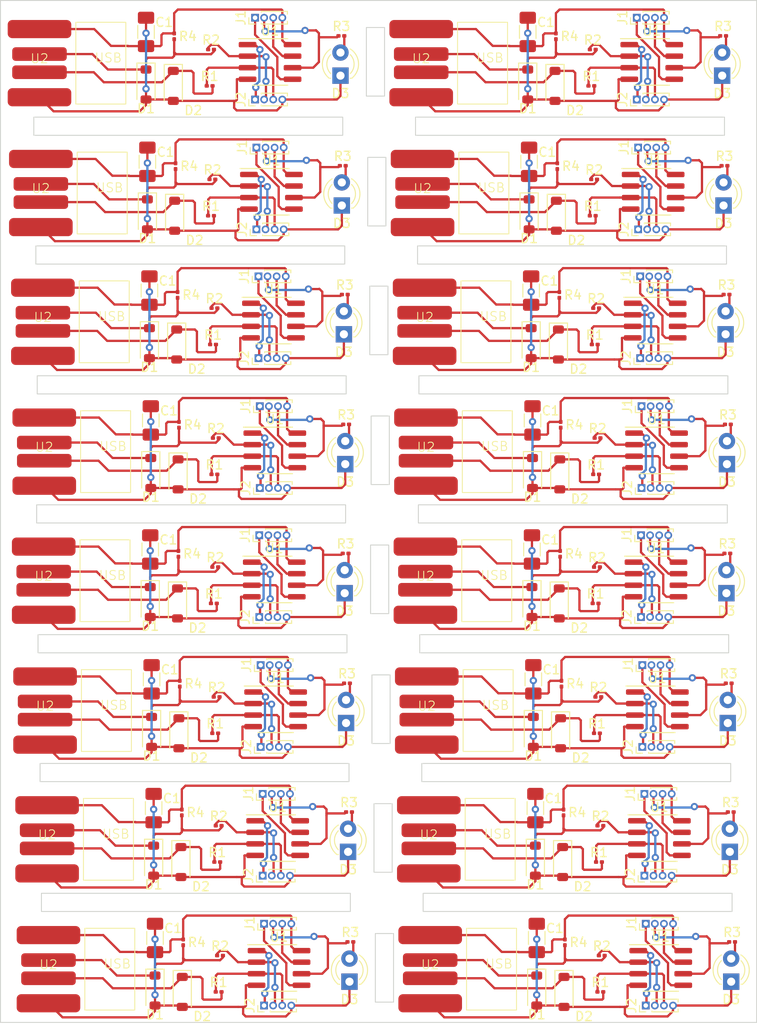
<source format=kicad_pcb>
(kicad_pcb (version 20221018) (generator pcbnew)
  (layers (0 "F.Cu" signal) (31 "B.Cu" signal) (34 "B.Paste" user) (35 "F.Paste" user) (36 "B.SilkS" user "B.Silkscreen") (37 "F.SilkS" user "F.Silkscreen") (38 "B.Mask" user) (39 "F.Mask" user) (44 "Edge.Cuts" user))
  (net 0 "")
  (net 1 "+5V")
  (net 2 "GND")
  (net 3 "Net-(D1-K)")
  (net 4 "Net-(D2-K)")
  (net 5 "Net-(D3-A)")
  (net 6 "Net-(J1-Pin_1)")
  (net 7 "Net-(J1-Pin_2)")
  (net 8 "Net-(J1-Pin_3)")
  (net 9 "Net-(J2-Pin_1)")
  (net 10 "Net-(J2-Pin_2)")
  (net 11 "Net-(J2-Pin_3)")
  (footprint "Capacitor_SMD:C_1206_3216Metric_Pad1.33x1.80mm_HandSolder" (layer "F.Cu") (at 163.26104 72.7825 90)
    (fp_text reference "C1")
    (fp_text value "100n" hide)
  )
  (footprint "Connector_PinHeader_1.00mm:PinHeader_1x04_P1.00mm_Vertical" (layer "F.Cu") (at 133.25104 71.22 90)
    (fp_text reference "J1")
    (fp_text value "Conn_01x04" hide)
  )
  (footprint "1_My_custom_Library:USB_connector" (layer "F.Cu") (at 109.615 104.71)
    (fp_text reference "U2")
    (fp_text value "~" hide)
  )
  (footprint "Resistor_SMD:R_0201_0603Metric" (layer "F.Cu") (at 184.91104 87.51)
    (fp_text reference "R3")
    (fp_text value "330R" hide)
  )
  (footprint "Diode_SMD:D_SOD-123" (layer "F.Cu") (at 124.49 121.5 -90)
    (fp_text reference "D2")
    (fp_text value "3V6" hide)
  )
  (footprint "Diode_SMD:D_SOD-123" (layer "F.Cu") (at 124.40104 93.01 -90)
    (fp_text reference "D2")
    (fp_text value "3V6" hide)
  )
  (footprint "Resistor_SMD:R_0201_0603Metric" (layer "F.Cu") (at 124.35104 73.265 -90)
    (fp_text reference "R4")
    (fp_text value "1k5" hide)
  )
  (footprint "LED_THT:LED_D3.0mm" (layer "F.Cu") (at 142.27604 49.135 90)
    (fp_text reference "D3")
    (fp_text value "LED" hide)
  )
  (footprint "Connector_PinHeader_1.00mm:PinHeader_1x04_P1.00mm_Vertical" (layer "F.Cu") (at 133.49 114 90)
    (fp_text reference "J1")
    (fp_text value "Conn_01x04" hide)
  )
  (footprint "Resistor_SMD:R_0201_0603Metric" (layer "F.Cu") (at 129.02 145.96)
    (fp_text reference "R2")
    (fp_text value "68R" hide)
  )
  (footprint "Resistor_SMD:R_0201_0603Metric" (layer "F.Cu") (at 123.97604 44.805 -90)
    (fp_text reference "R4")
    (fp_text value "1k5" hide)
  )
  (footprint "Resistor_SMD:R_0201_0603Metric" (layer "F.Cu") (at 128.25104 78.72)
    (fp_text reference "R1")
    (fp_text value "68R" hide)
  )
  (footprint "Package_SO:SOIC-8_3.9x4.9mm_P1.27mm" (layer "F.Cu") (at 176.53604 47.625)
    (fp_text reference "U1")
    (fp_text value "ATtiny85-20S" hide)
  )
  (footprint "Package_SO:SOIC-8_3.9x4.9mm_P1.27mm" (layer "F.Cu") (at 134.67604 61.915)
    (fp_text reference "U1")
    (fp_text value "ATtiny85-20S" hide)
  )
  (footprint "Diode_SMD:D_SOD-123" (layer "F.Cu") (at 162.88604 50.11 -90)
    (fp_text reference "D1")
    (fp_text value "3V6" hide)
  )
  (footprint "LED_THT:LED_D3.0mm" (layer "F.Cu") (at 184.75 106.085 90)
    (fp_text reference "D3")
    (fp_text value "LED" hide)
  )
  (footprint "Diode_SMD:D_SOD-123" (layer "F.Cu") (at 121.25104 78.57 -90)
    (fp_text reference "D1")
    (fp_text value "3V6" hide)
  )
  (footprint "Connector_PinHeader_1.00mm:PinHeader_1x04_P1.00mm_Vertical" (layer "F.Cu") (at 133.02604 66.05 90)
    (fp_text reference "J2")
    (fp_text value "Conn_01x04" hide)
  )
  (footprint "Resistor_SMD:R_0201_0603Metric" (layer "F.Cu") (at 142.75104 73.22)
    (fp_text reference "R3")
    (fp_text value "330R" hide)
  )
  (footprint "Resistor_SMD:R_0201_0603Metric" (layer "F.Cu") (at 128.87 131.67)
    (fp_text reference "R2")
    (fp_text value "68R" hide)
  )
  (footprint "Package_SO:SOIC-8_3.9x4.9mm_P1.27mm" (layer "F.Cu") (at 176.91104 76.085)
    (fp_text reference "U1")
    (fp_text value "ATtiny85-20S" hide)
  )
  (footprint "Capacitor_SMD:C_1206_3216Metric_Pad1.33x1.80mm_HandSolder" (layer "F.Cu") (at 121.715 129.7325 90)
    (fp_text reference "C1")
    (fp_text value "100n" hide)
  )
  (footprint "Diode_SMD:D_SOD-123" (layer "F.Cu") (at 166.03604 64.55 -90)
    (fp_text reference "D2")
    (fp_text value "3V6" hide)
  )
  (footprint "Package_SO:SOIC-8_3.9x4.9mm_P1.27mm" (layer "F.Cu") (at 177.375 133.035)
    (fp_text reference "U1")
    (fp_text value "ATtiny85-20S" hide)
  )
  (footprint "Connector_PinHeader_1.00mm:PinHeader_1x04_P1.00mm_Vertical" (layer "F.Cu") (at 175.35 108.71 90)
    (fp_text reference "J2")
    (fp_text value "Conn_01x04" hide)
  )
  (footprint "Resistor_SMD:R_0201_0603Metric" (layer "F.Cu") (at 170.04104 46.26)
    (fp_text reference "R2")
    (fp_text value "68R" hide)
  )
  (footprint "Capacitor_SMD:C_1206_3216Metric_Pad1.33x1.80mm_HandSolder" (layer "F.Cu") (at 121.34 101.2725 90)
    (fp_text reference "C1")
    (fp_text value "100n" hide)
  )
  (footprint "Connector_PinHeader_1.00mm:PinHeader_1x04_P1.00mm_Vertical" (layer "F.Cu") (at 133.715 137.17 90)
    (fp_text reference "J2")
    (fp_text value "Conn_01x04" hide)
  )
  (footprint "Resistor_SMD:R_0201_0603Metric" (layer "F.Cu") (at 166.825 130.215 -90)
    (fp_text reference "R4")
    (fp_text value "1k5" hide)
  )
  (footprint "Diode_SMD:D_SOD-123" (layer "F.Cu") (at 124.715 135.67 -90)
    (fp_text reference "D2")
    (fp_text value "3V6" hide)
  )
  (footprint "Package_SO:SOIC-8_3.9x4.9mm_P1.27mm" (layer "F.Cu") (at 134.52604 47.625)
    (fp_text reference "U1")
    (fp_text value "ATtiny85-20S" hide)
  )
  (footprint "1_My_custom_Library:USB_connector" (layer "F.Cu") (at 109.67604 90.51)
    (fp_text reference "U2")
    (fp_text value "~" hide)
  )
  (footprint "Resistor_SMD:R_0201_0603Metric" (layer "F.Cu") (at 170.35 107.21)
    (fp_text reference "R1")
    (fp_text value "68R" hide)
  )
  (footprint "Resistor_SMD:R_0201_0603Metric" (layer "F.Cu") (at 170.03604 64.55)
    (fp_text reference "R1")
    (fp_text value "68R" hide)
  )
  (footprint "Resistor_SMD:R_0201_0603Metric" (layer "F.Cu") (at 128.55604 89.01)
    (fp_text reference "R2")
    (fp_text value "68R" hide)
  )
  (footprint "LED_THT:LED_D3.0mm" (layer "F.Cu") (at 143.265 148.835 90)
    (fp_text reference "D3")
    (fp_text value "LED" hide)
  )
  (footprint "Resistor_SMD:R_0201_0603Metric" (layer "F.Cu") (at 170.26104 78.72)
    (fp_text reference "R1")
    (fp_text value "68R" hide)
  )
  (footprint "Capacitor_SMD:C_1206_3216Metric_Pad1.33x1.80mm_HandSolder" (layer "F.Cu") (at 121.865 144.0225 90)
    (fp_text reference "C1")
    (fp_text value "100n" hide)
  )
  (footprint "Capacitor_SMD:C_1206_3216Metric_Pad1.33x1.80mm_HandSolder" (layer "F.Cu") (at 163.03604 58.6125 90)
    (fp_text reference "C1")
    (fp_text value "100n" hide)
  )
  (footprint "Resistor_SMD:R_0201_0603Metric" (layer "F.Cu") (at 142.37604 44.76)
    (fp_text reference "R3")
    (fp_text value "330R" hide)
  )
  (footprint "Diode_SMD:D_SOD-123" (layer "F.Cu") (at 163.03604 64.4 -90)
    (fp_text reference "D1")
    (fp_text value "3V6" hide)
  )
  (footprint "Resistor_SMD:R_0201_0603Metric" (layer "F.Cu") (at 143.215 130.17)
    (fp_text reference "R3")
    (fp_text value "330R" hide)
  )
  (footprint "Diode_SMD:D_SOD-123" (layer "F.Cu") (at 121.40104 92.86 -90)
    (fp_text reference "D1")
    (fp_text value "3V6" hide)
  )
  (footprint "Resistor_SMD:R_0201_0603Metric" (layer "F.Cu") (at 166.975 144.505 -90)
    (fp_text reference "R4")
    (fp_text value "1k5" hide)
  )
  (footprint "LED_THT:LED_D3.0mm" (layer "F.Cu") (at 184.9 120.375 90)
    (fp_text reference "D3")
    (fp_text value "LED" hide)
  )
  (footprint "Connector_PinHeader_1.00mm:PinHeader_1x04_P1.00mm_Vertical" (layer "F.Cu") (at 175.41104 94.51 90)
    (fp_text reference "J2")
    (fp_text value "Conn_01x04" hide)
  )
  (footprint "Package_SO:SOIC-8_3.9x4.9mm_P1.27mm" (layer "F.Cu") (at 135.05104 90.375)
    (fp_text reference "U1")
    (fp_text value "ATtiny85-20S" hide)
  )
  (footprint "Diode_SMD:D_SOD-123" (layer "F.Cu") (at 163.26104 78.57 -90)
    (fp_text reference "D1")
    (fp_text value "3V6" hide)
  )
  (footprint "Connector_PinHeader_1.00mm:PinHeader_1x04_P1.00mm_Vertical" (layer "F.Cu") (at 133.02604 57.05 90)
    (fp_text reference "J1")
    (fp_text value "Conn_01x04" hide)
  )
  (footprint "Resistor_SMD:R_0201_0603Metric" (layer "F.Cu") (at 128.18104 60.55)
    (fp_text reference "R2")
    (fp_text value "68R" hide)
  )
  (footprint "Resistor_SMD:R_0201_0603Metric" (layer "F.Cu") (at 128.40604 74.72)
    (fp_text reference "R2")
    (fp_text value "68R" hide)
  )
  (footprint "Resistor_SMD:R_0201_0603Metric" (layer "F.Cu") (at 170.875 149.96)
    (fp_text reference "R1")
    (fp_text value "68R" hide)
  )
  (footprint "1_My_custom_Library:USB_connector" (layer "F.Cu") (at 110.14 147.46)
    (fp_text reference "U2")
    (fp_text value "~" hide)
  )
  (footprint "Resistor_SMD:R_0201_0603Metric" (layer "F.Cu") (at 128.865 149.96)
    (fp_text reference "R1")
    (fp_text value "68R" hide)
  )
  (footprint "Resistor_SMD:R_0201_0603Metric" (layer "F.Cu") (at 142.90104 87.51)
    (fp_text reference "R3")
    (fp_text value "330R" hide)
  )
  (footprint "Diode_SMD:D_SOD-123" (layer "F.Cu") (at 124.25104 78.72 -90)
    (fp_text reference "D2")
    (fp_text value "3V6" hide)
  )
  (footprint "Connector_PinHeader_1.00mm:PinHeader_1x04_P1.00mm_Vertical" (layer "F.Cu") (at 175.26104 71.22 90)
    (fp_text reference "J1")
    (fp_text value "Conn_01x04" hide)
  )
  (footprint "Package_SO:SOIC-8_3.9x4.9mm_P1.27mm" (layer "F.Cu") (at 135.365 133.035)
    (fp_text reference "U1")
    (fp_text value "ATtiny85-20S" hide)
  )
  (footprint "Diode_SMD:D_SOD-123" (layer "F.Cu") (at 124.865 149.96 -90)
    (fp_text reference "D2")
    (fp_text value "3V6" hide)
  )
  (footprint "Package_SO:SOIC-8_3.9x4.9mm_P1.27mm" (layer "F.Cu") (at 135.14 118.865)
    (fp_text reference "U1")
    (fp_text value "ATtiny85-20S" hide)
  )
  (footprint "LED_THT:LED_D3.0mm" (layer "F.Cu") (at 184.66104 77.595 90)
    (fp_text reference "D3")
    (fp_text value "LED" hide)
  )
  (footprint "Package_SO:SOIC-8_3.9x4.9mm_P1.27mm" (layer "F.Cu") (at 177.525 147.325)
    (fp_text reference "U1")
    (fp_text value "ATtiny85-20S" hide)
  )
  (footprint "LED_THT:LED_D3.0mm" (layer "F.Cu") (at 184.28604 49.135 90)
    (fp_text reference "D3")
    (fp_text value "LED" hide)
  )
  (footprint "Connector_PinHeader_1.00mm:PinHeader_1x04_P1.00mm_Vertical" (layer "F.Cu") (at 133.25104 80.22 90)
    (fp_text reference "J2")
    (fp_text value "Conn_01x04" hide)
  )
  (footprint "1_My_custom_Library:USB_connector" (layer "F.Cu") (at 109.30104 62.05)
    (fp_text reference "U2")
    (fp_text value "~" hide)
  )
  (footprint "1_My_custom_Library:USB_connector" (layer "F.Cu") (at 151.31104 62.05)
    (fp_text reference "U2")
    (fp_text value "~" hide)
  )
  (footprint "1_My_custom_Library:USB_connector" (layer "F.Cu") (at 109.765 119)
    (fp_text reference "U2")
    (fp_text value "~" hide)
  )
  (footprint "1_My_custom_Library:USB_connector" (layer "F.Cu") (at 151.16104 47.76)
    (fp_text reference "U2")
    (fp_text value "~" hide)
  )
  (footprint "Diode_SMD:D_SOD-123" (layer "F.Cu") (at 121.02604 64.4 -90)
    (fp_text reference "D1")
    (fp_text value "3V6" hide)
  )
  (footprint "Diode_SMD:D_SOD-123" (layer "F.Cu") (at 165.88604 50.26 -90)
    (fp_text reference "D2")
    (fp_text value "3V6" hide)
  )
  (footprint "Resistor_SMD:R_0201_0603Metric" (layer "F.Cu") (at 169.88604 50.26)
    (fp_text reference "R1")
    (fp_text value "68R" hide)
  )
  (footprint "Resistor_SMD:R_0201_0603Metric" (layer "F.Cu") (at 124.965 144.505 -90)
    (fp_text reference "R4")
    (fp_text value "1k5" hide)
  )
  (footprint "Capacitor_SMD:C_1206_3216Metric_Pad1.33x1.80mm_HandSolder" (layer "F.Cu") (at 163.41104 87.0725 90)
    (fp_text reference "C1")
    (fp_text value "100n" hide)
  )
  (footprint "Resistor_SMD:R_0201_0603Metric" (layer "F.Cu") (at 124.44 101.755 -90)
    (fp_text reference "R4")
    (fp_text value "1k5" hide)
  )
  (footprint "Diode_SMD:D_SOD-123" (layer "F.Cu") (at 166.725 135.67 -90)
    (fp_text reference "D2")
    (fp_text value "3V6" hide)
  )
  (footprint "Connector_PinHeader_1.00mm:PinHeader_1x04_P1.00mm_Vertical" (layer "F.Cu") (at 132.87604 42.76 90)
    (fp_text reference "J1")
    (fp_text value "Conn_01x04" hide)
  )
  (footprint "Capacitor_SMD:C_1206_3216Metric_Pad1.33x1.80mm_HandSolder" (layer "F.Cu") (at 120.87604 44.3225 90)
    (fp_text reference "C1")
    (fp_text value "100n" hide)
  )
  (footprint "Resistor_SMD:R_0201_0603Metric" (layer "F.Cu") (at 184.85 101.71)
    (fp_text reference "R3")
    (fp_text value "330R" hide)
  )
  (footprint "Connector_PinHeader_1.00mm:PinHeader_1x04_P1.00mm_Vertical" (layer "F.Cu") (at 133.40104 94.51 90)
    (fp_text reference "J2")
    (fp_text value "Conn_01x04" hide)
  )
  (footprint "Diode_SMD:D_SOD-123" (layer "F.Cu") (at 166.875 149.96 -90)
    (fp_text reference "D2")
    (fp_text value "3V6" hide)
  )
  (footprint "Diode_SMD:D_SOD-123" (layer "F.Cu") (at 121.715 135.52 -90)
    (fp_text reference "D1")
    (fp_text value "3V6" hide)
  )
  (footprint "Connector_PinHeader_1.00mm:PinHeader_1x04_P1.00mm_Vertical" (layer "F.Cu") (at 175.725 137.17 90)
    (fp_text reference "J2")
    (fp_text value "Conn_01x04" hide)
  )
  (footprint "Resistor_SMD:R_0201_0603Metric" (layer "F.Cu") (at 142.84 101.71)
    (fp_text reference "R3")
    (fp_text value "330R" hide)
  )
  (footprint "Package_SO:SOIC-8_3.9x4.9mm_P1.27mm" (layer "F.Cu") (at 134.90104 76.085)
    (fp_text reference "U1")
    (fp_text value "ATtiny85-20S" hide)
  )
  (footprint "Resistor_SMD:R_0201_0603Metric" (layer "F.Cu") (at 124.59 116.045 -90)
    (fp_text reference "R4")
    (fp_text value "1k5" hide)
  )
  (footprint "LED_THT:LED_D3.0mm" (layer "F.Cu") (at 142.65104 77.595 90)
    (fp_text reference "D3")
    (fp_text value "LED" hide)
  )
  (footprint "Resistor_SMD:R_0201_0603Metric" (layer "F.Cu") (at 127.87604 50.26)
    (fp_text reference "R1")
    (fp_text value "68R" hide)
  )
  (footprint "Capacitor_SMD:C_1206_3216Metric_Pad1.33x1.80mm_HandSolder" (layer "F.Cu") (at 163.725 129.7325 90)
    (fp_text reference "C1")
    (fp_text value "100n" hide)
  )
  (footprint "Resistor_SMD:R_0201_0603Metric" (layer "F.Cu") (at 128.495 103.21)
    (fp_text reference "R2")
    (fp_text value "68R" hide)
  )
  (footprint "Diode_SMD:D_SOD-123" (layer "F.Cu") (at 121.865 149.81 -90)
    (fp_text reference "D1")
    (fp_text value "3V6" hide)
  )
  (footprint "Resistor_SMD:R_0201_0603Metric" (layer "F.Cu") (at 166.45 101.755 -90)
    (fp_text reference "R4")
    (fp_text value "1k5" hide)
  )
  (footprint "Connector_PinHeader_1.00mm:PinHeader_1x04_P1.00mm_Vertical" (layer "F.Cu") (at 175.725 128.17 90)
    (fp_text reference "J1")
    (fp_text value "Conn_01x04" hide)
  )
  (footprint "1_My_custom_Library:USB_connector" (layer "F.Cu") (at 152 133.17)
    (fp_text reference "U2")
    (fp_text value "~" hide)
  )
  (footprint "Diode_SMD:D_SOD-123" (layer "F.Cu") (at 166.26104 78.72 -90)
    (fp_text reference "D2")
    (fp_text value "3V6" hide)
  )
  (footprint "Resistor_SMD:R_0201_0603Metric" (layer "F.Cu") (at 170.41604 74.72)
    (fp_text reference "R2")
    (fp_text value "68R" hide)
  )
  (footprint "LED_THT:LED_D3.0mm" (layer "F.Cu") (at 142.89 120.375 90)
    (fp_text reference "D3")
    (fp_text value "LED" hide)
  )
  (footprint "Capacitor_SMD:C_1206_3216Metric_Pad1.33x1.80mm_HandSolder" (layer "F.Cu") (at 163.875 144.0225 90)
    (fp_text reference "C1")
    (fp_text value "100n" hide)
  )
  (footprint "Resistor_SMD:R_0201_0603Metric" (layer "F.Cu") (at 128.34 107.21)
    (fp_text reference "R1")
    (fp_text value "68R" hide)
  )
  (footprint "Connector_PinHeader_1.00mm:PinHeader_1x04_P1.00mm_Vertical" (layer "F.Cu") (at 175.35 99.71 90)
    (fp_text reference "J1")
    (fp_text value "Conn_01x04" hide)
  )
  (footprint "Package_SO:SOIC-8_3.9x4.9mm_P1.27mm" (layer "F.Cu") (at 177 104.575)
    (fp_text reference "U1")
    (fp_text value "ATtiny85-20S" hide)
  )
  (footprint "Capacitor_SMD:C_1206_3216Metric_Pad1.33x1.80mm_HandSolder" (layer "F.Cu") (at 162.88604 44.3225 90)
    (fp_text reference "C1")
    (fp_text value "100n" hide)
  )
  (footprint "Diode_SMD:D_SOD-123" (layer "F.Cu") (at 120.87604 50.11 -90)
    (fp_text reference "D1")
    (fp_text value "3V6" hide)
  )
  (footprint "Capacitor_SMD:C_1206_3216Metric_Pad1.33x1.80mm_HandSolder" (layer "F.Cu") (at 163.35 101.2725 90)
    (fp_text reference "C1")
    (fp_text value "100n" hide)
  )
  (footprint "Package_SO:SOIC-8_3.9x4.9mm_P1.27mm" (layer "F.Cu") (at 177.06104 90.375)
    (fp_text reference "U1")
    (fp_text value "ATtiny85-20S" hide)
  )
  (footprint "Diode_SMD:D_SOD-123" (layer "F.Cu") (at 163.41104 92.86 -90)
    (fp_text reference "D1")
    (fp_text value "3V6" hide)
  )
  (footprint "Diode_SMD:D_SOD-123" (layer "F.Cu") (at 166.5 121.5 -90)
    (fp_text reference "D2")
    (fp_text value "3V6" hide)
  )
  (footprint "Capacitor_SMD:C_1206_3216Metric_Pad1.33x1.80mm_HandSolder" (layer "F.Cu") (at 121.40104 87.0725 90)
    (fp_text reference "C1")
    (fp_text value "100n" hide)
  )
  (footprint "Resistor_SMD:R_0201_0603Metric" (layer "F.Cu") (at 124.12604 59.095 -90)
    (fp_text reference "R4")
    (fp_text value "1k5" hide)
  )
  (footprint "Resistor_SMD:R_0201_0603Metric" (layer "F.Cu") (at 170.725 135.67)
    (fp_text reference "R1")
    (fp_text value "68R" hide)
  )
  (footprint "Diode_SMD:D_SOD-123" (layer "F.Cu") (at 163.5 121.35 -90)
    (fp_text reference "D1")
    (fp_text value "3V6" hide)
  )
  (footprint "1_My_custom_Library:USB_connector" (layer "F.Cu") (at 152.15 147.46)
    (fp_text reference "U2")
    (fp_text value "~" hide)
  )
  (footprint "Resistor_SMD:R_0201_0603Metric" (layer "F.Cu") (at 166.51104 87.555 -90)
    (fp_text reference "R4")
    (fp_text value "1k5" hide)
  )
  (footprint "LED_THT:LED_D3.0mm" (layer "F.Cu") (at 142.74 106.085 90)
    (fp_text reference "D3")
    (fp_text value "LED" hide)
  )
  (footprint "Diode_SMD:D_SOD-123" (layer "F.Cu") (at 163.35 107.06 -90)
    (fp_text reference "D1")
    (fp_text value "3V6" hide)
  )
  (footprint "1_My_custom_Library:USB_connector" (layer "F.Cu") (at 109.99 133.17)
    (fp_text reference "U2")
    (fp_text value "~" hide)
  )
  (footprint "Resistor_SMD:R_0201_0603Metric" (layer "F.Cu") (at 170.655 117.5)
    (fp_text reference "R2")
    (fp_text value "68R" hide)
  )
  (footprint "Resistor_SMD:R_0201_0603Metric" (layer "F.Cu") (at 185.375 144.46)
    (fp_text reference "R3")
    (fp_text value "330R" hide)
  )
  (footprint "Resistor_SMD:R_0201_0603Metric" (layer "F.Cu") (at 170.56604 89.01)
    (fp_text reference "R2")
    (fp_text value "68R" hide)
  )
  (footprint "Resistor_SMD:R_0201_0603Metric" (layer "F.Cu") (at 128.03104 46.26)
    (fp_text reference "R2")
    (fp_text value "68R" hide)
  )
  (footprint "Resistor_SMD:R_0201_0603Metric" (layer "F.Cu") (at 185 116)
    (fp_text reference "R3")
    (fp_text value "330R" hide)
  )
  (footprint "Connector_PinHeader_1.00mm:PinHeader_1x04_P1.00mm_Vertical" (layer "F.Cu") (at 175.5 123 90)
    (fp_text reference "J2")
    (fp_text value "Conn_01x04" hide)
  )
  (footprint "LED_THT:LED_D3.0mm" (layer "F.Cu") (at 184.81104 91.885 90)
    (fp_text reference "D3")
    (fp_text value "LED" hide)
  )
  (footprint "Connector_PinHeader_1.00mm:PinHeader_1x04_P1.00mm_Vertical" (layer "F.Cu") (at 133.40104 85.51 90)
    (fp_text reference "J1")
    (fp_text value "Conn_01x04" hide)
  )
  (footprint "1_My_custom_Library:USB_connector" (layer "F.Cu") (at 151.625 104.71)
    (fp_text reference "U2")
    (fp_text value "~" hide)
  )
  (footprint "LED_THT:LED_D3.0mm" (layer "F.Cu") (at 185.125 134.545 90)
    (fp_text reference "D3")
    (fp_text value "LED" hide)
  )
  (footprint "Connector_PinHeader_1.00mm:PinHeader_1x04_P1.00mm_Vertical" (layer "F.Cu") (at 174.88604 42.76 90)
    (fp_text reference "J1")
    (fp_text value "Conn_01x04" hide)
  )
  (footprint "Resistor_SMD:R_0201_0603Metric" (layer "F.Cu") (at 184.53604 59.05)
    (fp_text reference "R3")
    (fp_text value "330R" hide)
  )
  (footprint "Resistor_SMD:R_0201_0603Metric" (layer "F.Cu") (at 128.40104 93.01)
    (fp_text reference "R1")
    (fp_text value "68R" hide)
  )
  (footprint "1_My_custom_Library:USB_connector" (layer "F.Cu") (at 109.15104 47.76)
    (fp_text reference "U2")
    (fp_text value "~" hide)
  )
  (footprint "Connector_PinHeader_1.00mm:PinHeader_1x04_P1.00mm_Vertical" (layer "F.Cu") (at 174.88604 51.76 90)
    (fp_text reference "J2")
    (fp_text value "Conn_01x04" hide)
  )
  (footprint "LED_THT:LED_D3.0mm" (layer "F.Cu") (at 142.80104 91.885 90)
    (fp_text reference "D3")
    (fp_text value "LED" hide)
  )
  (footprint "Resistor_SMD:R_0201_0603Metric" (layer "F.Cu") (at 185.225 130.17)
    (fp_text reference "R3")
    (fp_text value "330R" hide)
  )
  (footprint "Capacitor_SMD:C_1206_3216Metric_Pad1.33x1.80mm_HandSolder" (layer "F.Cu") (at 121.02604 58.6125 90)
    (fp_text reference "C1")
    (fp_text value "100n" hide)
  )
  (footprint "Diode_SMD:D_SOD-123" (layer "F.Cu") (at 121.34 107.06 -90)
    (fp_text reference "D1")
    (fp_text value "3V6" hide)
  )
  (footprint "Resistor_SMD:R_0201_0603Metric" (layer "F.Cu") (at 166.6 116.045 -90)
    (fp_text reference "R4")
    (fp_text value "1k5" hide)
  )
  (footprint "Connector_PinHeader_1.00mm:PinHeader_1x04_P1.00mm_Vertical" (layer "F.Cu") (at 175.5 114 90)
    (fp_text reference "J1")
    (fp_text value "Conn_01x04" hide)
  )
  (footprint "Resistor_SMD:R_0201_0603Metric" (layer "F.Cu") (at 142.99 116)
    (fp_text reference "R3")
    (fp_text value "330R" hide)
  )
  (footprint "Diode_SMD:D_SOD-123" (layer "F.Cu") (at 124.02604 64.55 -90)
    (fp_text reference "D2")
    (fp_text value "3V6" hide)
  )
  (footprint "Resistor_SMD:R_0201_0603Metric" (layer "F.Cu") (at 124.815 130.215 -90)
    (fp_text reference "R4")
    (fp_text value "1k5" hide)
  )
  (footprint "Connector_PinHeader_1.00mm:PinHeader_1x04_P1.00mm_Vertical" (layer "F.Cu") (at 133.715 128.17 90)
    (fp_text reference "J1")
    (fp_text value "Conn_01x04" hide)
  )
  (footprint "Resistor_SMD:R_0201_0603Metric" (layer "F.Cu") (at 170.88 131.67)
    (fp_text reference "R2")
    (fp_text value "68R" hide)
  )
  (footprint "Package_SO:SOIC-8_3.9x4.9mm_P1.27mm" (layer "F.Cu") (at 135.515 147.325)
    (fp_text reference "U1")
    (fp_text value "ATtiny85-20S" hide)
  )
  (footprint "1_My_custom_Library:USB_connector" (layer "F.Cu") (at 151.53604 76.22)
    (fp_text reference "U2")
    (fp_text value "~" hide)
  )
  (footprint "LED_THT:LED_D3.0mm" (layer "F.Cu") (at 184.43604 63.425 90)
    (fp_text reference "D3")
    (fp_text value "LED" hide)
  )
  (footprint "Diode_SMD:D_SOD-123" (layer "F.Cu") (at 163.875 149.81 -90)
    (fp_text reference "D1")
    (fp_text value "3V6" hide)
  )
  (footprint "LED_THT:LED_D3.0mm" (layer "F.Cu") (at 143.115 134.545 90)
    (fp_text reference "D3")
    (fp_text value "LED" hide)
  )
  (footprint "Resistor_SMD:R_0201_0603Metric" (layer "F.Cu") (at 128.645 117.5)
    (fp_text reference "R2")
    (fp_text value "68R" hide)
  )
  (footprint "Resistor_SMD:R_0201_0603Metric" (layer "F.Cu") (at 170.5 121.5)
    (fp_text reference "R1")
    (fp_text value "68R" hide)
  )
  (footprint "Connector_PinHeader_1.00mm:PinHeader_1x04_P1.00mm_Vertical" (layer "F.Cu") (at 133.34 108.71 90)
    (fp_text reference "J2")
    (fp_text value "Conn_01x04" hide)
  )
  (footprint "Resistor_SMD:R_0201_0603Metric" (layer "F.Cu") (at 166.13604 59.095 -90)
    (fp_text reference "R4")
    (fp_text value "1k5" hide)
  )
  (footprint "Resistor_SMD:R_0201_0603Metric" (layer "F.Cu") (at 128.49 121.5)
    (fp_text reference "R1")
    (fp_text value "68R" hide)
  )
  (footprint "Package_SO:SOIC-8_3.9x4.9mm_P1.27mm" (layer "F.Cu") (at 177.15 118.865)
    (fp_text reference "U1")
    (fp_text value "ATtiny85-20S" hide)
  )
  (footprint "Connector_PinHeader_1.00mm:PinHeader_1x04_P1.00mm_Vertical" (layer "F.Cu") (at 133.49 123 90)
    (fp_text reference "J2")
    (fp_text value "Conn_01x04" hide)
  )
  (footprint "Resistor_SMD:R_0201_0603Metric" (layer "F.Cu") (at 170.41104 93.01)
    (fp_text reference "R1")
    (fp_text value "68R" hide)
  )
  (footprint "Resistor_SMD:R_0201_0603Metric" (layer "F.Cu") (at 124.50104 87.555 -90)
    (fp_text reference "R4")
    (fp_text value "1k5" hide)
  )
  (footprint "Resistor_SMD:R_0201_0603Metric" (layer "F.Cu") (at 143.365 144.46)
    (fp_text reference "R3")
    (fp_text value "330R" hide)
  )
  (footprint "Capacitor_SMD:C_1206_3216Metric_Pad1.33x1.80mm_HandSolder" (layer "F.Cu") (at 163.5 115.5625 90)
    (fp_text reference "C1")
    (fp_text value "100n" hide)
  )
  (footprint "Connector_PinHeader_1.00mm:PinHeader_1x04_P1.00mm_Vertical" (layer "F.Cu") (at 133.865 151.46 90)
    (fp_text reference "J2")
    (fp_text value "Conn_01x04" hide)
  )
  (footprint "Connector_PinHeader_1.00mm:PinHeader_1x04_P1.00mm_Vertical" (layer "F.Cu") (at 175.41104 85.51 90)
    (fp_text reference "J1")
    (fp_text value "Conn_01x04" hide)
  )
  (footprint "Connector_PinHeader_1.00mm:PinHeader_1x04_P1.00mm_Vertical" (layer "F.Cu") (at 175.03604 57.05 90)
    (fp_text reference "J1")
    (fp_text value "Conn_01x04" hide)
  )
  (footprint "Diode_SMD:D_SOD-123" (layer "F.Cu") (at 166.35 107.21 -90)
    (fp_text reference "D2")
    (fp_text value "3V6" hide)
  )
  (footprint "Diode_SMD:D_SOD-123" (layer "F.Cu") (at 123.87604 50.26 -90)
    (fp_text reference "D2")
    (fp_text value "3V6" hide)
  )
  (footprint "Connector_PinHeader_1.00mm:PinHeader_1x04_P1.00mm_Vertical" (layer "F.Cu") (at 175.875 151.46 90)
    (fp_text reference "J2")
    (fp_text value "Conn_01x04" hide)
  )
  (footprint "Diode_SMD:D_SOD-123" (layer "F.Cu") (at 124.34 107.21 -90)
    (fp_text reference "D2")
    (fp_text value "3V6" hide)
  )
  (footprint "Connector_PinHeader_1.00mm:PinHeader_1x04_P1.00mm_Vertical" (layer "F.Cu") (at 175.875 142.46 90)
    (fp_text reference "J1")
    (fp_text value "Conn_01x04" hide)
  )
  (footprint "1_My_custom_Library:USB_connector" (layer "F.Cu") (at 109.52604 76.22)
    (fp_text reference "U2")
    (fp_text value "~" hide)
  )
  (footprint "Capacitor_SMD:C_1206_3216Metric_Pad1.33x1.80mm_HandSolder" (layer "F.Cu") (at 121.49 115.5625 90)
    (fp_text reference "C1")
    (fp_text value "100n" hide)
  )
  (footprint "Connector_PinHeader_1.00mm:PinHeader_1x04_P1.00mm_Vertical" (layer "F.Cu") (at 133.34 99.71 90)
    (fp_text reference "J1")
    (fp_text value "Conn_01x04" hide)
  )
  (footprint "LED_THT:LED_D3.0mm" (layer "F.Cu") (at 142.42604 63.425 90)
    (fp_text reference "D3")
    (fp_text value "LED" hide)
  )
  (footprint "1_My_custom_Library:USB_connector" (layer "F.Cu") (at 151.775 119)
    (fp_text reference "U2")
    (fp_text value "~" hide)
  )
  (footprint "Capacitor_SMD:C_1206_3216Metric_Pad1.33x1.80mm_HandSolder" (layer "F.Cu") (at 121.25104 72.7825 90)
    (fp_text reference "C1")
    (fp_text value "100n" hide)
  )
  (footprint "Diode_SMD:D_SOD-123" (layer "F.Cu") (at 166.41104 93.01 -90)
    (fp_text reference "D2")
    (fp_text value "3V6" hide)
  )
  (footprint "Resistor_SMD:R_0201_0603Metric" (layer "F.Cu") (at 128.02604 64.55)
    (fp_text reference "R1")
    (fp_text value "68R" hide)
  )
  (footprint "Connector_PinHeader_1.00mm:PinHeader_1x04_P1.00mm_Vertical" (layer "F.Cu") (at 175.03604 66.05 90)
    (fp_text reference "J2")
    (fp_text value "Conn_01x04" hide)
  )
  (footprint "Connector_PinHeader_1.00mm:PinHeader_1x04_P1.00mm_Vertical" (layer "F.Cu") (at 175.26104 80.22 90)
    (fp_text reference "J2")
    (fp_text value "Conn_01x04" hide)
  )
  (footprint "Resistor_SMD:R_0201_0603Metric" (layer "F.Cu") (at 170.505 103.21)
    (fp_text reference "R2")
    (fp_text value "68R" hide)
  )
  (footprint "Diode_SMD:D_SOD-123" (layer "F.Cu") (at 163.725 135.52 -90)
    (fp_text reference "D1")
    (fp_text value "3V6" hide)
  )
  (footprint "Resistor_SMD:R_0201_0603Metric" (layer "F.Cu") (at 184.38604 44.76)
    (fp_text reference "R3")
    (fp_text value "330R" hide)
  )
  (footprint "Connector_PinHeader_1.00mm:PinHeader_1x04_P1.00mm_Vertical" (layer "F.Cu") (at 133.865 142.46 90)
    (fp_text reference "J1")
    (fp_text value "Conn_01x04" hide)
  )
  (footprint "Package_SO:SOIC-8_3.9x4.9mm_P1.27mm" (layer "F.Cu") (at 176.68604 61.915)
    (fp_text reference "U1")
    (fp_text value "ATtiny85-20S" hide)
  )
  (footprint "LED_THT:LED_D3.0mm" (layer "F.Cu") (at 185.275 148.835 90)
    (fp_text reference "D3")
    (fp_text value "LED" hide)
  )
  (footprint "Resistor_SMD:R_0201_0603Metric" (layer "F.Cu") (at 170.19104 60.55)
    (fp_text reference "R2")
    (fp_text value "68R" hide)
  )
  (footprint "Resistor_SMD:R_0201_0603Metric" (layer "F.Cu") (at 166.36104 73.265 -90)
    (fp_text reference "R4")
    (fp_text value "1k5" hide)
  )
  (footprint "Diode_SMD:D_SOD-123" (layer "F.Cu") (at 121.49 121.35 -90)
    (fp_text reference "D1")
    (fp_text value "3V6" hide)
  )
  (footprint "Resistor_SMD:R_0201_0603Metric" (layer "F.Cu") (at 142.52604 59.05)
    (fp_text reference "R3")
    (fp_text value "330R" hide)
  )
  (footprint "Package_SO:SOIC-8_3.9x4.9mm_P1.27mm" (layer "F.Cu") (at 134.99 104.575)
    (fp_text reference "U1")
    (fp_text value "ATtiny85-20S" hide)
  )
  (footprint "Connector_PinHeader_1.00mm:PinHeader_1x04_P1.00mm_Vertical" (layer "F.Cu") (at 132.87604 51.76 90)
    (fp_text reference "J2")
    (fp_text value "Conn_01x04" hide)
  )
  (footprint "1_My_custom_Library:USB_connector" (layer "F.Cu") (at 151.68604 90.51)
    (fp_text reference "U2")
    (fp_text value "~" hide)
  )
  (footprint "Resistor_SMD:R_0201_0603Metric" (layer "F.Cu") (at 171.03 145.96)
    (fp_text reference "R2")
    (fp_text value "68R" hide)
  )
  (footprint "Resistor_SMD:R_0201_0603Metric" (layer "F.Cu") (at 184.76104 73.22)
    (fp_text reference "R3")
    (fp_text value "330R" hide)
  )
  (footprint "Resistor_SMD:R_0201_0603Metric" (layer "F.Cu") (at 128.715 135.67)
    (fp_text reference "R1")
    (fp_text value "68R" hide)
  )
  (footprint "Resistor_SMD:R_0201_0603Metric" (layer "F.Cu") (at 165.98604 44.805 -90)
    (fp_text reference "R4")
    (fp_text value "1k5" hide)
  )
  (gr_rect (start 150.85 96.36) (end 184.85 98.36) (stroke (width 0.1)) (fill none) (layer "Edge.Cuts"))
  (gr_rect (start 151.375 139.11) (end 185.375 141.11) (stroke (width 0.1)) (fill none) (layer "Edge.Cuts"))
  (gr_rect (start 145.12604 43.835) (end 147.12604 51.385) (stroke (width 0.1)) (fill none) (layer "Edge.Cuts"))
  (gr_rect (start 108.75104 67.87) (end 142.75104 69.87) (stroke (width 0.1)) (fill none) (layer "Edge.Cuts"))
  (gr_rect (start 104.855 40.86) (end 188.07604 153.32) (stroke (width 0.1)) (fill none) (layer "Edge.Cuts"))
  (gr_rect (start 108.84 96.36) (end 142.84 98.36) (stroke (width 0.1)) (fill none) (layer "Edge.Cuts"))
  (gr_rect (start 151 110.65) (end 185 112.65) (stroke (width 0.1)) (fill none) (layer "Edge.Cuts"))
  (gr_rect (start 150.53604 53.7) (end 184.53604 55.7) (stroke (width 0.1)) (fill none) (layer "Edge.Cuts"))
  (gr_rect (start 146.115 143.535) (end 148.115 151.085) (stroke (width 0.1)) (fill none) (layer "Edge.Cuts"))
  (gr_rect (start 108.52604 53.7) (end 142.52604 55.7) (stroke (width 0.1)) (fill none) (layer "Edge.Cuts"))
  (gr_rect (start 109.215 124.82) (end 143.215 126.82) (stroke (width 0.1)) (fill none) (layer "Edge.Cuts"))
  (gr_rect (start 145.65104 86.585) (end 147.65104 94.135) (stroke (width 0.1)) (fill none) (layer "Edge.Cuts"))
  (gr_rect (start 145.59 100.785) (end 147.59 108.335) (stroke (width 0.1)) (fill none) (layer "Edge.Cuts"))
  (gr_rect (start 145.74 115.075) (end 147.74 122.625) (stroke (width 0.1)) (fill none) (layer "Edge.Cuts"))
  (gr_rect (start 145.27604 58.125) (end 147.27604 65.675) (stroke (width 0.1)) (fill none) (layer "Edge.Cuts"))
  (gr_rect (start 145.965 129.245) (end 147.965 136.795) (stroke (width 0.1)) (fill none) (layer "Edge.Cuts"))
  (gr_rect (start 150.76104 67.87) (end 184.76104 69.87) (stroke (width 0.1)) (fill none) (layer "Edge.Cuts"))
  (gr_rect (start 150.91104 82.16) (end 184.91104 84.16) (stroke (width 0.1)) (fill none) (layer "Edge.Cuts"))
  (gr_rect (start 108.90104 82.16) (end 142.90104 84.16) (stroke (width 0.1)) (fill none) (layer "Edge.Cuts"))
  (gr_rect (start 145.50104 72.295) (end 147.50104 79.845) (stroke (width 0.1)) (fill none) (layer "Edge.Cuts"))
  (gr_rect (start 108.99 110.65) (end 142.99 112.65) (stroke (width 0.1)) (fill none) (layer "Edge.Cuts"))
  (gr_rect (start 151.225 124.82) (end 185.225 126.82) (stroke (width 0.1)) (fill none) (layer "Edge.Cuts"))
  (gr_rect (start 109.365 139.11) (end 143.365 141.11) (stroke (width 0.1)) (fill none) (layer "Edge.Cuts"))
  (segment (start 109.765 115.25) (end 115.79 115.25) (width 0.25) (layer "F.Cu") (net 1))
  (segment (start 122.95104 73.12) (end 123.12604 72.945) (width 0.25) (layer "F.Cu") (net 1))
  (segment (start 165.05 102.71) (end 165.05 101.61) (width 0.25) (layer "F.Cu") (net 1))
  (segment (start 178.5 114) (end 178.5 116.5) (width 0.25) (layer "F.Cu") (net 1))
  (segment (start 124.12604 56.55) (end 124.12604 58.775) (width 0.25) (layer "F.Cu") (net 1))
  (segment (start 166.38604 41.86) (end 165.98604 42.26) (width 0.25) (layer "F.Cu") (net 1))
  (segment (start 124.35104 70.72) (end 124.35104 72.945) (width 0.25) (layer "F.Cu") (net 1))
  (segment (start 165.575 145.46) (end 165.575 144.36) (width 0.25) (layer "F.Cu") (net 1))
  (segment (start 164.61104 60.175) (end 164.73604 60.05) (width 0.25) (layer "F.Cu") (net 1))
  (segment (start 165.2 115.9) (end 165.375 115.725) (width 0.25) (layer "F.Cu") (net 1))
  (segment (start 178.26104 73.72) (end 178.72104 74.18) (width 0.25) (layer "F.Cu") (net 1))
  (segment (start 178.35 98.91) (end 178.25 98.81) (width 0.25) (layer "F.Cu") (net 1))
  (segment (start 151.16104 44.01) (end 157.18604 44.01) (width 0.25) (layer "F.Cu") (net 1))
  (segment (start 118.015 145.56) (end 119.865 145.56) (width 0.25) (layer "F.Cu") (net 1))
  (segment (start 178.03604 57.05) (end 178.03604 59.55) (width 0.25) (layer "F.Cu") (net 1))
  (segment (start 136.765 141.56) (end 125.365 141.56) (width 0.25) (layer "F.Cu") (net 1))
  (segment (start 121.715 131.295) (end 123.29 131.295) (width 0.25) (layer "F.Cu") (net 1))
  (segment (start 164.96104 73.12) (end 165.13604 72.945) (width 0.25) (layer "F.Cu") (net 1))
  (segment (start 178.41104 85.51) (end 178.41104 84.71) (width 0.25) (layer "F.Cu") (net 1))
  (segment (start 110.14 143.71) (end 116.165 143.71) (width 0.25) (layer "F.Cu") (net 1))
  (segment (start 117.865 131.27) (end 119.715 131.27) (width 0.25) (layer "F.Cu") (net 1))
  (segment (start 164.91104 58.775) (end 166.13604 58.775) (width 0.25) (layer "F.Cu") (net 1))
  (segment (start 115.55104 72.47) (end 117.40104 74.32) (width 0.25) (layer "F.Cu") (net 1))
  (segment (start 165.45 145.585) (end 165.575 145.46) (width 0.25) (layer "F.Cu") (net 1))
  (segment (start 157.33604 58.3) (end 159.18604 60.15) (width 0.25) (layer "F.Cu") (net 1))
  (segment (start 167.375 141.56) (end 166.975 141.96) (width 0.25) (layer "F.Cu") (net 1))
  (segment (start 135.87604 42.76) (end 135.87604 45.26) (width 0.25) (layer "F.Cu") (net 1))
  (segment (start 136.40104 85.51) (end 136.40104 88.01) (width 0.25) (layer "F.Cu") (net 1))
  (segment (start 136.34 102.21) (end 136.8 102.67) (width 0.25) (layer "F.Cu") (net 1))
  (segment (start 177.88604 42.76) (end 177.88604 41.96) (width 0.25) (layer "F.Cu") (net 1))
  (segment (start 119.49 117.1) (end 119.515 117.125) (width 0.25) (layer "F.Cu") (net 1))
  (segment (start 165.6 129.895) (end 166.825 129.895) (width 0.25) (layer "F.Cu") (net 1))
  (segment (start 117.64 117.1) (end 119.49 117.1) (width 0.25) (layer "F.Cu") (net 1))
  (segment (start 177.88604 45.26) (end 178.34604 45.72) (width 0.25) (layer "F.Cu") (net 1))
  (segment (start 136.715 128.17) (end 136.715 130.67) (width 0.25) (layer "F.Cu") (net 1))
  (segment (start 123.10104 88.51) (end 123.10104 87.41) (width 0.25) (layer "F.Cu") (net 1))
  (segment (start 124.99 113.1) (end 124.59 113.5) (width 0.25) (layer "F.Cu") (net 1))
  (segment (start 178.49604 60.01) (end 179.16104 60.01) (width 0.25) (layer "F.Cu") (net 1))
  (segment (start 136.39 113.1) (end 124.99 113.1) (width 0.25) (layer "F.Cu") (net 1))
  (segment (start 115.32604 58.3) (end 117.17604 60.15) (width 0.25) (layer "F.Cu") (net 1))
  (segment (start 166.13604 56.55) (end 166.13604 58.775) (width 0.25) (layer "F.Cu") (net 1))
  (segment (start 123.04 101.61) (end 123.215 101.435) (width 0.25) (layer "F.Cu") (net 1))
  (segment (start 159.5 102.81) (end 161.35 102.81) (width 0.25) (layer "F.Cu") (net 1))
  (segment (start 178.5 114) (end 178.5 113.2) (width 0.25) (layer "F.Cu") (net 1))
  (segment (start 121.40104 88.635) (end 122.97604 88.635) (width 0.25) (layer "F.Cu") (net 1))
  (segment (start 136.49 114) (end 136.49 113.2) (width 0.25) (layer "F.Cu") (net 1))
  (segment (start 117.40104 74.32) (end 119.25104 74.32) (width 0.25) (layer "F.Cu") (net 1))
  (segment (start 135.87604 41.96) (end 135.77604 41.86) (width 0.25) (layer "F.Cu") (net 1))
  (segment (start 163.03604 60.175) (end 164.61104 60.175) (width 0.25) (layer "F.Cu") (net 1))
  (segment (start 160.91104 45.885) (end 162.88604 45.885) (width 0.25) (layer "F.Cu") (net 1))
  (segment (start 136.30104 84.61) (end 124.90104 84.61) (width 0.25) (layer "F.Cu") (net 1))
  (segment (start 159.41104 74.32) (end 161.26104 74.32) (width 0.25) (layer "F.Cu") (net 1))
  (segment (start 178.775 141.56) (end 167.375 141.56) (width 0.25) (layer "F.Cu") (net 1))
  (segment (start 116.015 129.42) (end 117.865 131.27) (width 0.25) (layer "F.Cu") (net 1))
  (segment (start 122.72604 60.05) (end 122.72604 58.95) (width 0.25) (layer "F.Cu") (net 1))
  (segment (start 136.02604 57.05) (end 136.02604 56.25) (width 0.25) (layer "F.Cu") (net 1))
  (segment (start 135.87604 42.76) (end 135.87604 41.96) (width 0.25) (layer "F.Cu") (net 1))
  (segment (start 136.25104 71.22) (end 136.25104 70.42) (width 0.25) (layer "F.Cu") (net 1))
  (segment (start 123.415 130.07) (end 123.59 129.895) (width 0.25) (layer "F.Cu") (net 1))
  (segment (start 117.49 102.81) (end 119.34 102.81) (width 0.25) (layer "F.Cu") (net 1))
  (segment (start 166.975 141.96) (end 166.975 144.185) (width 0.25) (layer "F.Cu") (net 1))
  (segment (start 178.625 127.27) (end 167.225 127.27) (width 0.25) (layer "F.Cu") (net 1))
  (segment (start 123.04 102.71) (end 123.04 101.61) (width 0.25) (layer "F.Cu") (net 1))
  (segment (start 157.8 115.25) (end 159.65 117.1) (width 0.25) (layer "F.Cu") (net 1))
  (segment (start 136.34 99.71) (end 136.34 98.91) (width 0.25) (layer "F.Cu") (net 1))
  (segment (start 163.875 145.585) (end 165.45 145.585) (width 0.25) (layer "F.Cu") (net 1))
  (segment (start 161.875 145.56) (end 161.9 145.585) (width 0.25) (layer "F.Cu") (net 1))
  (segment (start 122.915 102.835) (end 123.04 102.71) (width 0.25) (layer "F.Cu") (net 1))
  (segment (start 159.56104 88.61) (end 161.41104 88.61) (width 0.25) (layer "F.Cu") (net 1))
  (segment (start 135.92604 56.15) (end 124.52604 56.15) (width 0.25) (layer "F.Cu") (net 1))
  (segment (start 123.27604 87.235) (end 124.50104 87.235) (width 0.25) (layer "F.Cu") (net 1))
  (segment (start 109.15104 44.01) (end 115.17604 44.01) (width 0.25) (layer "F.Cu") (net 1))
  (segment (start 151.625 100.96) (end 157.65 100.96) (width 0.25) (layer "F.Cu") (net 1))
  (segment (start 119.89 145.585) (end 121.865 145.585) (width 0.25) (layer "F.Cu") (net 1))
  (segment (start 164.83604 74.345) (end 164.96104 74.22) (width 0.25) (layer "F.Cu") (net 1))
  (segment (start 117.02604 45.86) (end 118.87604 45.86) (width 0.25) (layer "F.Cu") (net 1))
  (segment (start 161.5 117.1) (end 161.525 117.125) (width 0.25) (layer "F.Cu") (net 1))
  (segment (start 109.30104 58.3) (end 115.32604 58.3) (width 0.25) (layer "F.Cu") (net 1))
  (segment (start 164.58604 44.66) (end 164.76104 44.485) (width 0.25) (layer "F.Cu") (net 1))
  (segment (start 119.27604 74.345) (end 121.25104 74.345) (width 0.25) (layer "F.Cu") (net 1))
  (segment (start 136.25104 70.42) (end 136.15104 70.32) (width 0.25) (layer "F.Cu") (net 1))
  (segment (start 122.95104 74.22) (end 122.95104 73.12) (width 0.25) (layer "F.Cu") (net 1))
  (segment (start 122.57604 44.66) (end 122.75104 44.485) (width 0.25) (layer "F.Cu") (net 1))
  (segment (start 178.4 113.1) (end 167 113.1) (width 0.25) (layer "F.Cu") (net 1))
  (segment (start 161.525 117.125) (end 163.5 117.125) (width 0.25) (layer "F.Cu") (net 1))
  (segment (start 165.28604 87.235) (end 166.51104 87.235) (width 0.25) (layer "F.Cu") (net 1))
  (segment (start 125.215 127.27) (end 124.815 127.67) (width 0.25) (layer "F.Cu") (net 1))
  (segment (start 123.19 117) (end 123.19 115.9) (width 0.25) (layer "F.Cu") (net 1))
  (segment (start 163.35 102.835) (end 164.925 102.835) (width 0.25) (layer "F.Cu") (net 1))
  (segment (start 164.925 102.835) (end 165.05 102.71) (width 0.25) (layer "F.Cu") (net 1))
  (segment (start 165.05 101.61) (end 165.225 101.435) (width 0.25) (layer "F.Cu") (net 1))
  (segment (start 119.40104 88.61) (end 119.42604 88.635) (width 0.25) (layer "F.Cu") (net 1))
  (segment (start 109.615 100.96) (end 115.64 100.96) (width 0.25) (layer "F.Cu") (net 1))
  (segment (start 123.12604 72.945) (end 124.35104 72.945) (width 0.25) (layer "F.Cu") (net 1))
  (segment (start 178.875 142.46) (end 178.875 141.66) (width 0.25) (layer "F.Cu") (net 1))
  (segment (start 161.03604 60.15) (end 161.06104 60.175) (width 0.25) (layer "F.Cu") (net 1))
  (segment (start 157.65 100.96) (end 159.5 102.81) (width 0.25) (layer "F.Cu") (net 1))
  (segment (start 158.025 129.42) (end 159.875 131.27) (width 0.25) (layer "F.Cu") (net 1))
  (segment (start 122.82604 74.345) (end 122.95104 74.22) (width 0.25) (layer "F.Cu") (net 1))
  (segment (start 157.18604 44.01) (end 159.03604 45.86) (width 0.25) (layer "F.Cu") (net 1))
  (segment (start 136.02604 57.05) (end 136.02604 59.55) (width 0.25) (layer "F.Cu") (net 1))
  (segment (start 164.58604 45.76) (end 164.58604 44.66) (width 0.25) (layer "F.Cu") (net 1))
  (segment (start 166.76104 70.32) (end 166.36104 70.72) (width 0.25) (layer "F.Cu") (net 1))
  (segment (start 117.17604 60.15) (end 119.02604 60.15) (width 0.25) (layer "F.Cu") (net 1))
  (segment (start 136.25104 71.22) (end 136.25104 73.72) (width 0.25) (layer "F.Cu") (net 1))
  (segment (start 136.865 144.96) (end 137.325 145.42) (width 0.25) (layer "F.Cu") (net 1))
  (segment (start 123.565 144.36) (end 123.74 144.185) (width 0.25) (layer "F.Cu") (net 1))
  (segment (start 161.35 102.81) (end 161.375 102.835) (width 0.25) (layer "F.Cu") (net 1))
  (segment (start 163.41104 88.635) (end 164.98604 88.635) (width 0.25) (layer "F.Cu") (net 1))
  (segment (start 163.725 131.295) (end 165.3 131.295) (width 0.25) (layer "F.Cu") (net 1))
  (segment (start 165.75 144.185) (end 166.975 144.185) (width 0.25) (layer "F.Cu") (net 1))
  (segment (start 116.165 143.71) (end 118.015 145.56) (width 0.25) (layer "F.Cu") (net 1))
  (segment (start 136.48604 60.01) (end 137.15104 60.01) (width 0.25) (layer "F.Cu") (net 1))
  (segment (start 157.71104 86.76) (end 159.56104 88.61) (width 0.25) (layer "F.Cu") (net 1))
  (segment (start 123.59 129.895) (end 124.815 129.895) (width 0.25) (layer "F.Cu") (net 1))
  (segment (start 178.31104 84.61) (end 166.91104 84.61) (width 0.25) (layer "F.Cu") (net 1))
  (segment (start 165.2 117) (end 165.2 115.9) (width 0.25) (layer "F.Cu") (net 1))
  (segment (start 122.60104 60.175) (end 122.72604 60.05) (width 0.25) (layer "F.Cu") (net 1))
  (segment (start 123.29 131.295) (end 123.415 131.17) (width 0.25) (layer "F.Cu") (net 1))
  (segment (start 121.49 117.125) (end 123.065 117.125) (width 0.25) (layer "F.Cu") (net 1))
  (segment (start 118.87604 45.86) (end 118.90104 45.885) (width 0.25) (layer "F.Cu") (net 1))
  (segment (start 178.5 113.2) (end 178.4 113.1) (width 0.25) (layer "F.Cu") (net 1))
  (segment (start 164.46104 45.885) (end 164.58604 45.76) (width 0.25) (layer "F.Cu") (net 1))
  (segment (start 125.365 141.56) (end 124.965 141.96) (width 0.25) (layer "F.Cu") (net 1))
  (segment (start 136.40104 85.51) (end 136.40104 84.71) (width 0.25) (layer "F.Cu") (net 1))
  (segment (start 135.87604 45.26) (end 136.33604 45.72) (width 0.25) (layer "F.Cu") (net 1))
  (segment (start 165.425 130.07) (end 165.6 129.895) (width 0.25) (layer "F.Cu") (net 1))
  (segment (start 135.77604 41.86) (end 124.37604 41.86) (width 0.25) (layer "F.Cu") (net 1))
  (segment (start 136.715 128.17) (end 136.715 127.37) (width 0.25) (layer "F.Cu") (net 1))
  (segment (start 124.59 113.5) (end 124.59 115.725) (width 0.25) (layer "F.Cu") (net 1))
  (segment (start 178.26104 71.22) (end 178.26104 73.72) (width 0.25) (layer "F.Cu") (net 1))
  (segment (start 164.73604 58.95) (end 164.91104 58.775) (width 0.25) (layer "F.Cu") (net 1))
  (segment (start 121.865 145.585) (end 123.44 145.585) (width 0.25) (layer "F.Cu") (net 1))
  (segment (start 161.28604 74.345) (end 163.26104 74.345) (width 0.25) (layer "F.Cu") (net 1))
  (segment (start 117.55104 88.61) (end 119.40104 88.61) (width 0.25) (layer "F.Cu") (net 1))
  (segment (start 118.90104 45.885) (end 120.87604 45.885) (width 0.25) (layer "F.Cu") (net 1))
  (segment (start 122.97604 88.635) (end 123.10104 88.51) (width 0.25) (layer "F.Cu") (net 1))
  (segment (start 136.02604 56.25) (end 135.92604 56.15) (width 0.25) (layer "F.Cu") (net 1))
  (segment (start 136.715 127.37) (end 136.615 127.27) (width 0.25) (layer "F.Cu") (net 1))
  (segment (start 119.42604 88.635) (end 121.40104 88.635) (width 0.25) (layer "F.Cu") (net 1))
  (segment (start 178.875 142.46) (end 178.875 144.96) (width 0.25) (layer "F.Cu") (net 1))
  (segment (start 136.865 141.66) (end 136.765 141.56) (width 0.25) (layer "F.Cu") (net 1))
  (segment (start 136.02604 59.55) (end 136.48604 60.01) (width 0.25) (layer "F.Cu") (net 1))
  (segment (start 178.5 116.5) (end 178.96 116.96) (width 0.25) (layer "F.Cu") (net 1))
  (segment (start 161.43604 88.635) (end 163.41104 88.635) (width 0.25) (layer "F.Cu") (net 1))
  (segment (start 120.87604 45.885) (end 122.45104 45.885) (width 0.25) (layer "F.Cu") (net 1))
  (segment (start 136.40104 88.01) (end 136.86104 88.47) (width 0.25) (layer "F.Cu") (net 1))
  (segment (start 124.815 127.67) (end 124.815 129.895) (width 0.25) (layer "F.Cu") (net 1))
  (segment (start 164.98604 88.635) (end 165.11104 88.51) (width 0.25) (layer "F.Cu") (net 1))
  (segment (start 119.74 131.295) (end 121.715 131.295) (width 0.25) (layer "F.Cu") (net 1))
  (segment (start 166.91104 84.61) (end 166.51104 85.01) (width 0.25) (layer "F.Cu") (net 1))
  (segment (start 165.425 131.17) (end 165.425 130.07) (width 0.25) (layer "F.Cu") (net 1))
  (segment (start 178.26104 70.42) (end 178.16104 70.32) (width 0.25) (layer "F.Cu") (net 1))
  (segment (start 124.75104 70.32) (end 124.35104 70.72) (width 0.25) (layer "F.Cu") (net 1))
  (segment (start 109.99 129.42) (end 116.015 129.42) (width 0.25) (layer "F.Cu") (net 1))
  (segment (start 119.715 131.27) (end 119.74 131.295) (width 0.25) (layer "F.Cu") (net 1))
  (segment (start 178.35 99.71) (end 178.35 102.21) (width 0.25) (layer "F.Cu") (net 1))
  (segment (start 119.515 117.125) (end 121.49 117.125) (width 0.25) (layer "F.Cu") (net 1))
  (segment (start 122.45104 45.885) (end 122.57604 45.76) (width 0.25) (layer "F.Cu") (net 1))
  (segment (start 123.44 145.585) (end 123.565 145.46) (width 0.25) (layer "F.Cu") (net 1))
  (segment (start 166.51104 85.01) (end 166.51104 87.235) (width 0.25) (layer "F.Cu") (net 1))
  (segment (start 109.52604 72.47) (end 115.55104 72.47) (width 0.25) (layer "F.Cu") (net 1))
  (segment (start 165.575 144.36) (end 165.75 144.185) (width 0.25) (layer "F.Cu") (net 1))
  (segment (start 136.49 116.5) (end 136.95 116.96) (width 0.25) (layer "F.Cu") (net 1))
  (segment (start 123.74 144.185) (end 124.965 144.185) (width 0.25) (layer "F.Cu") (net 1))
  (segment (start 119.865 145.56) (end 119.89 145.585) (width 0.25) (layer "F.Cu") (net 1))
  (segment (start 178.725 130.67) (end 179.185 131.13) (width 0.25) (layer "F.Cu") (net 1))
  (segment (start 109.67604 86.76) (end 115.70104 86.76) (width 0.25) (layer "F.Cu") (net 1))
  (segment (start 166.6 113.5) (end 166.6 115.725) (width 0.25) (layer "F.Cu") (net 1))
  (segment (start 124.90104 84.61) (end 124.50104 85.01) (width 0.25) (layer "F.Cu") (net 1))
  (segment (start 163.5 117.125) (end 165.075 117.125) (width 0.25) (layer "F.Cu") (net 1))
  (segment (start 160.025 145.56) (end 161.875 145.56) (width 0.25) (layer "F.Cu") (net 1))
  (segment (start 123.97604 42.26) (end 123.97604 44.485) (width 0.25) (layer "F.Cu") (net 1))
  (segment (start 177.93604 56.15) (end 166.53604 56.15) (width 0.25) (layer "F.Cu") (net 1))
  (segment (start 136.49 114) (end 136.49 116.5) (width 0.25) (layer "F.Cu") (net 1))
  (segment (start 178.725 127.37) (end 178.625 127.27) (width 0.25) (layer "F.Cu") (net 1))
  (segment (start 136.40104 84.71) (end 136.30104 84.61) (width 0.25) (layer "F.Cu") (net 1))
  (segment (start 124.84 98.81) (end 124.44 99.21) (width 0.25) (layer "F.Cu") (net 1))
  (segment (start 166.825 127.67) (end 166.825 129.895) (width 0.25) (layer "F.Cu") (net 1))
  (segment (start 179.185 131.13) (end 179.85 131.13) (width 0.25) (layer "F.Cu") (net 1))
  (segment (start 177.88604 42.76) (end 177.88604 45.26) (width 0.25) (layer "F.Cu") (net 1))
  (segment (start 162.88604 45.885) (end 164.46104 45.885) (width 0.25) (layer "F.Cu") (net 1))
  (segment (start 178.26104 71.22) (end 178.26104 70.42) (width 0.25) (layer "F.Cu") (net 1))
  (segment (start 178.725 128.17) (end 178.725 130.67) (width 0.25) (layer "F.Cu") (net 1))
  (segment (start 157.56104 72.47) (end 159.41104 74.32) (width 0.25) (layer "F.Cu") (net 1))
  (segment (start 151.31104 58.3) (end 157.33604 58.3) (width 0.25) (layer "F.Cu") (net 1))
  (segment (start 178.72104 74.18) (end 179.38604 74.18) (width 0.25) (layer "F.Cu") (net 1))
  (segment (start 159.18604 60.15) (end 161.03604 60.15) (width 0.25) (layer "F.Cu") (net 1))
  (segment (start 123.10104 87.41) (end 123.27604 87.235) (width 0.25) (layer "F.Cu") (net 1))
  (segment (start 136.71104 74.18) (end 137.37604 74.18) (width 0.25) (layer "F.Cu") (net 1))
  (segment (start 115.79 115.25) (end 117.64 117.1) (width 0.25) (layer "F.Cu") (net 1))
  (segment (start 178.03604 56.25) (end 177.93604 56.15) (width 0.25) (layer "F.Cu") (net 1))
  (segment (start 177.78604 41.86) (end 166.38604 41.86) (width 0.25) (layer "F.Cu") (net 1))
  (segment (start 124.52604 56.15) (end 124.12604 56.55) (width 0.25) (layer "F.Cu") (net 1))
  (segment (start 178.41104 84.71) (end 178.31104 84.61) (width 0.25) (layer "F.Cu") (net 1))
  (segment (start 151.53604 72.47) (end 157.56104 72.47) (width 0.25) (layer "F.Cu") (net 1))
  (segment (start 119.34 102.81) (end 119.365 102.835) (width 0.25) (layer "F.Cu") (net 1))
  (segment (start 161.41104 88.61) (end 161.43604 88.635) (width 0.25) (layer "F.Cu") (net 1))
  (segment (start 158.175 143.71) (end 160.025 145.56) (width 0.25) (layer "F.Cu") (net 1))
  (segment (start 165.11104 88.51) (end 165.11104 87.41) (width 0.25) (layer "F.Cu") (net 1))
  (segment (start 178.41104 88.01) (end 178.87104 88.47) (width 0.25) (layer "F.Cu") (net 1))
  (segment (start 121.34 102.835) (end 122.915 102.835) (width 0.25) (layer "F.Cu") (net 1))
  (segment (start 136.715 130.67) (end 137.175 131.13) (width 0.25) (layer "F.Cu") (net 1))
  (segment (start 124.965 141.96) (end 124.965 144.185) (width 0.25) (layer "F.Cu") (net 1))
  (segment (start 164.96104 74.22) (end 164.96104 73.12) (width 0.25) (layer "F.Cu") (net 1))
  (segment (start 165.075 117.125) (end 165.2 117) (width 0.25) (layer "F.Cu") (net 1))
  (segment (start 165.11104 87.41) (end 165.28604 87.235) (width 0.25) (layer "F.Cu") (net 1))
  (segment (start 152.15 143.71) (end 158.175 143.71) (width 0.25) (layer "F.Cu") (net 1))
  (segment (start 159.03604 45.86) (end 160.88604 45.86) (width 0.25) (layer "F.Cu") (net 1))
  (segment (start 161.725 131.27) (end 161.75 131.295) (width 0.25) (layer "F.Cu") (net 1))
  (segment (start 165.13604 72.945) (end 166.36104 72.945) (width 0.25) (layer "F.Cu") (net 1))
  (segment (start 178.96 116.96) (end 179.625 116.96) (width 0.25) (layer "F.Cu") (net 1))
  (segment (start 164.76104 44.485) (end 165.98604 44.485) (width 0.25) (layer "F.Cu") (net 1))
  (segment (start 159.875 131.27) (end 161.725 131.27) (width 0.25) (layer "F.Cu") (net 1))
  (segment (start 136.8 102.67) (end 137.465 102.67) (width 0.25) (layer "F.Cu") (net 1))
  (segment (start 166.53604 56.15) (end 166.13604 56.55) (width 0.25) (layer "F.Cu") (net 1))
  (segment (start 123.365 115.725) (end 124.59 115.725) (width 0.25) (layer "F.Cu") (net 1))
  (segment (start 165.375 115.725) (end 166.6 115.725) (width 0.25) (layer "F.Cu") (net 1))
  (segment (start 159.65 117.1) (end 161.5 117.1) (width 0.25) (layer "F.Cu") (net 1))
  (segment (start 151.775 115.25) (end 157.8 115.25) (width 0.25) (layer "F.Cu") (net 1))
  (segment (start 178.875 141.66) (end 178.775 141.56) (width 0.25) (layer "F.Cu") (net 1))
  (segment (start 136.49 113.2) (end 136.39 113.1) (width 0.25) (layer "F.Cu") (net 1))
  (segment (start 165.98604 42.26) (end 165.98604 44.485) (width 0.25) (layer "F.Cu") (net 1))
  (segment (start 161.26104 74.32) (end 161.28604 74.345) (width 0.25) (layer "F.Cu") (net 1))
  (segment (start 167 113.1) (end 166.6 113.5) (width 0.25) (layer "F.Cu") (net 1))
  (segment (start 136.34 99.71) (end 136.34 102.21) (width 0.25) (layer "F.Cu") (net 1))
  (segment (start 123.065 117.125) (end 123.19 117) (width 0.25) (layer "F.Cu") (net 1))
  (segment (start 123.215 101.435) (end 124.44 101.435) (width 0.25) (layer "F.Cu") (net 1))
  (segment (start 122.72604 58.95) (end 122.90104 58.775) (width 0.25) (layer "F.Cu") (net 1))
  (segment (start 178.35 102.21) (end 178.81 102.67) (width 0.25) (layer "F.Cu") (net 1))
  (segment (start 115.64 100.96) (end 117.49 102.81) (width 0.25) (layer "F.Cu") (net 1))
  (segment (start 136.86104 88.47) (end 137.52604 88.47) (width 0.25) (layer "F.Cu") (net 1))
  (segment (start 178.34604 45.72) (end 179.01104 45.72) (width 0.25) (layer "F.Cu") (net 1))
  (segment (start 161.06104 60.175) (end 163.03604 60.175) (width 0.25) (layer "F.Cu") (net 1))
  (segment (start 161.375 102.835) (end 163.35 102.835) (width 0.25) (layer "F.Cu") (net 1))
  (segment (start 136.865 142.46) (end 136.865 141.66) (width 0.25) (layer "F.Cu") (net 1))
  (segment (start 137.175 131.13) (end 137.84 131.13) (width 0.25) (layer "F.Cu") (net 1))
  (segment (start 167.225 127.27) (end 166.825 127.67) (width 0.25) (layer "F.Cu") (net 1))
  (segment (start 123.415 131.17) (end 123.415 130.07) (width 0.25) (layer "F.Cu") (net 1))
  (segment (start 124.50104 85.01) (end 124.50104 87.235) (width 0.25) (layer "F.Cu") (net 1))
  (segment (start 119.365 102.835) (end 121.34 102.835) (width 0.25) (layer "F.Cu") (net 1))
  (segment (start 122.75104 44.485) (end 123.97604 44.485) (width 0.25) (layer "F.Cu") (net 1))
  (segment (start 119.02604 60.15) (end 119.05104 60.175) (width 0.25) (layer "F.Cu") (net 1))
  (segment (start 178.16104 70.32) (end 166.76104 70.32) (width 0.25) (layer "F.Cu") (net 1))
  (segment (start 178.81 102.67) (end 179.475 102.67) (width 0.25) (layer "F.Cu") (net 1))
  (segment (start 178.725 128.17) (end 178.725 127.37) (width 0.25) (layer "F.Cu") (net 1))
  (segment (start 178.03604 57.05) (end 178.03604 56.25) (width 0.25) (layer "F.Cu") (net 1))
  (segment (start 164.73604 60.05) (end 164.73604 58.95) (width 0.25) (layer "F.Cu") (net 1))
  (segment (start 178.41104 85.51) (end 178.41104 88.01) (width 0.25) (layer "F.Cu") (net 1))
  (segment (start 178.25 98.81) (end 166.85 98.81) (width 0.25) (layer "F.Cu") (net 1))
  (segment (start 119.25104 74.32) (end 119.27604 74.345) (width 0.25) (layer "F.Cu") (net 1))
  (segment (start 137.325 145.42) (end 137.99 145.42) (width 0.25) (layer "F.Cu") (net 1))
  (segment (start 136.25104 73.72) (end 136.71104 74.18) (width 0.25) (layer "F.Cu") (net 1))
  (segment (start 136.33604 45.72) (end 137.00104 45.72) (width 0.25) (layer "F.Cu") (net 1))
  (segment (start 179.335 145.42) (end 180 145.42) (width 0.25) (layer "F.Cu") (net 1))
  (segment (start 160.88604 45.86) (end 160.91104 45.885) (width 0.25) (layer "F.Cu") (net 1))
  (segment (start 165.3 131.295) (end 165.425 131.17) (width 0.25) (layer "F.Cu") (net 1))
  (segment (start 161.9 145.585) (end 163.875 145.585) (width 0.25) (layer "F.Cu") (net 1))
  (segment (start 136.15104 70.32) (end 124.75104 70.32) (width 0.25) (layer "F.Cu") (net 1))
  (segment (start 152 129.42) (end 158.025 129.42) (width 0.25) (layer "F.Cu") (net 1))
  (segment (start 123.19 115.9) (end 123.365 115.725) (width 0.25) (layer "F.Cu") (net 1))
  (segment (start 136.34 98.91) (end 136.24 98.81) (width 0.25) (layer "F.Cu") (net 1))
  (segment (start 122.90104 58.775) (end 124.12604 58.775) (width 0.25) (layer "F.Cu") (net 1))
  (segment (start 165.225 101.435) (end 166.45 101.435) (width 0.25) (layer "F.Cu") (net 1))
  (segment (start 178.875 144.96) (end 179.335 145.42) (width 0.25) (layer "F.Cu") (net 1))
  (segment (start 136.95 116.96) (end 137.615 116.96) (width 0.25) (layer "F.Cu") (net 1))
  (segment (start 178.03604 59.55) (end 178.49604 60.01) (width 0.25) (layer "F.Cu") (net 1))
  (segment (start 163.26104 74.345) (end 164.83604 74.345) (width 0.25) (layer "F.Cu") (net 1))
  (segment (start 166.85 98.81) (end 166.45 99.21) (width 0.25) (layer "F.Cu") (net 1))
  (segment (start 119.05104 60.175) (end 121.02604 60.175) (width 0.25) (layer "F.Cu") (net 1))
  (segment (start 178.35 99.71) (end 178.35 98.91) (width 0.25) (layer "F.Cu") (net 1))
  (segment (start 121.02604 60.175) (end 122.60104 60.175) (width 0.25) (layer "F.Cu") (net 1))
  (segment (start 115.17604 44.01) (end 117.02604 45.86) (width 0.25) (layer "F.Cu") (net 1))
  (segment (start 166.36104 70.72) (end 166.36104 72.945) (width 0.25) (layer "F.Cu") (net 1))
  (segment (start 122.57604 45.76) (end 122.57604 44.66) (width 0.25) (layer "F.Cu") (net 1))
  (segment (start 121.25104 74.345) (end 122.82604 74.345) (width 0.25) (layer "F.Cu") (net 1))
  (segment (start 151.68604 86.76) (end 157.71104 86.76) (width 0.25) (layer "F.Cu") (net 1))
  (segment (start 124.37604 41.86) (end 123.97604 42.26) (width 0.25) (layer "F.Cu") (net 1))
  (segment (start 161.75 131.295) (end 163.725 131.295) (width 0.25) (layer "F.Cu") (net 1))
  (segment (start 136.615 127.27) (end 125.215 127.27) (width 0.25) (layer "F.Cu") (net 1))
  (segment (start 136.24 98.81) (end 124.84 98.81) (width 0.25) (layer "F.Cu") (net 1))
  (segment (start 123.565 145.46) (end 123.565 144.36) (width 0.25) (layer "F.Cu") (net 1))
  (segment (start 166.45 99.21) (end 166.45 101.435) (width 0.25) (layer "F.Cu") (net 1))
  (segment (start 177.88604 41.96) (end 177.78604 41.86) (width 0.25) (layer "F.Cu") (net 1))
  (segment (start 136.865 142.46) (end 136.865 144.96) (width 0.25) (layer "F.Cu") (net 1))
  (segment (start 124.44 99.21) (end 124.44 101.435) (width 0.25) (layer "F.Cu") (net 1))
  (segment (start 178.87104 88.47) (end 179.53604 88.47) (width 0.25) (layer "F.Cu") (net 1))
  (segment (start 115.70104 86.76) (end 117.55104 88.61) (width 0.25) (layer "F.Cu") (net 1))
  (segment (start 136.25104 80.22) (end 136.25104 80.82104) (width 0.25) (layer "F.Cu") (net 2))
  (segment (start 131.565 151.61) (end 131.74 151.61) (width 0.25) (layer "F.Cu") (net 2))
  (segment (start 163.03604 57.05) (end 163.03604 58.75) (width 0.25) (layer "F.Cu") (net 2))
  (segment (start 166.41104 94.66) (end 172.56104 94.66) (width 0.25) (layer "F.Cu") (net 2))
  (segment (start 130.87604 51.785) (end 130.87604 49.56) (width 0.25) (layer "F.Cu") (net 2))
  (segment (start 153.23604 95.81) (end 162.71104 95.81) (width 0.25) (layer "F.Cu") (net 2))
  (segment (start 123.72604 51.76) (end 123.87604 51.91) (width 0.25) (layer "F.Cu") (net 2))
  (segment (start 109.67604 94.26) (end 111.22604 95.81) (width 0.25) (layer "F.Cu") (net 2))
  (segment (start 184.28604 51.36) (end 184.28604 49.135) (width 0.25) (layer "F.Cu") (net 2))
  (segment (start 178.26104 80.22) (end 178.26104 80.82104) (width 0.25) (layer "F.Cu") (net 2))
  (segment (start 109.99 136.92) (end 111.54 138.47) (width 0.25) (layer "F.Cu") (net 2))
  (segment (start 151.53604 79.97) (end 153.08604 81.52) (width 0.25) (layer "F.Cu") (net 2))
  (segment (start 130.72604 66.2) (end 130.90104 66.2) (width 0.25) (layer "F.Cu") (net 2))
  (segment (start 166.03604 66.2) (end 172.18604 66.2) (width 0.25) (layer "F.Cu") (net 2))
  (segment (start 175.05 149.23) (end 173.905 149.23) (width 0.25) (layer "F.Cu") (net 2))
  (segment (start 172.03604 51.91) (end 172.58604 51.91) (width 0.25) (layer "F.Cu") (net 2))
  (segment (start 153.08604 81.52) (end 162.56104 81.52) (width 0.25) (layer "F.Cu") (net 2))
  (segment (start 136.49 123) (end 142.49 123) (width 0.25) (layer "F.Cu") (net 2))
  (segment (start 163.5 121.825) (end 163.5 123) (width 0.25) (layer "F.Cu") (net 2))
  (segment (start 173.53 120.77) (end 173.5 120.8) (width 0.25) (layer "F.Cu") (net 2))
  (segment (start 121.49 121.825) (end 121.49 123) (width 0.25) (layer "F.Cu") (net 2))
  (segment (start 121.865 152.06) (end 121.865 151.46) (width 0.25) (layer "F.Cu") (net 2))
  (segment (start 165.73604 51.76) (end 165.88604 51.91) (width 0.25) (layer "F.Cu") (net 2))
  (segment (start 173.2 123.15) (end 173.375 123.15) (width 0.25) (layer "F.Cu") (net 2))
  (segment (start 173.755 134.94) (end 173.725 134.97) (width 0.25) (layer "F.Cu") (net 2))
  (segment (start 136.49 123) (end 136.49 123.60104) (width 0.25) (layer "F.Cu") (net 2))
  (segment (start 173.905 149.23) (end 173.875 149.26) (width 0.25) (layer "F.Cu") (net 2))
  (segment (start 173.05 109.635) (end 173.05 108.86) (width 0.25) (layer "F.Cu") (net 2))
  (segment (start 131.315 109.91) (end 131.04 109.635) (width 0.25) (layer "F.Cu") (net 2))
  (segment (start 136.865 151.46) (end 142.865 151.46) (width 0.25) (layer "F.Cu") (net 2))
  (segment (start 172.875 137.32) (end 173.425 137.32) (width 0.25) (layer "F.Cu") (net 2))
  (segment (start 178.5 123) (end 178.5 123.60104) (width 0.25) (layer "F.Cu") (net 2))
  (segment (start 173.01104 67.25) (end 172.73604 66.975) (width 0.25) (layer "F.Cu") (net 2))
  (segment (start 142.89 122.6) (end 142.89 120.375) (width 0.25) (layer "F.Cu") (net 2))
  (segment (start 120.87604 52.36) (end 120.87604 51.76) (width 0.25) (layer "F.Cu") (net 2))
  (segment (start 143.115 136.77) (end 143.115 134.545) (width 0.25) (layer "F.Cu") (net 2))
  (segment (start 177.90104 124.2) (end 173.475 124.2) (width 0.25) (layer "F.Cu") (net 2))
  (segment (start 131.40104 92.31) (end 131.40104 92.28) (width 0.25) (layer "F.Cu") (net 2))
  (segment (start 131.04 108.86) (end 131.215 108.86) (width 0.25) (layer "F.Cu") (net 2))
  (segment (start 121.865 142.46) (end 121.865 144.16) (width 0.25) (layer "F.Cu") (net 2))
  (segment (start 173.725 137.195) (end 173.725 134.97) (width 0.25) (layer "F.Cu") (net 2))
  (segment (start 172.76104 51.91) (end 172.88604 51.785) (width 0.25) (layer "F.Cu") (net 2))
  (segment (start 111.54 138.47) (end 121.015 138.47) (width 0.25) (layer "F.Cu") (net 2))
  (segment (start 166.725 137.32) (end 172.875 137.32) (width 0.25) (layer "F.Cu") (net 2))
  (segment (start 131.715 137.195) (end 131.715 134.97) (width 0.25) (layer "F.Cu") (net 2))
  (segment (start 173.725 134.97) (end 173.725 134.94) (width 0.25) (layer "F.Cu") (net 2))
  (segment (start 178.03604 66.65104) (end 177.43708 67.25) (width 0.25) (layer "F.Cu") (net 2))
  (segment (start 142.80104 94.11) (end 142.80104 91.885) (width 0.25) (layer "F.Cu") (net 2))
  (segment (start 166.875 151.61) (end 173.025 151.61) (width 0.25) (layer "F.Cu") (net 2))
  (segment (start 173.29104 77.99) (end 173.26104 78.02) (width 0.25) (layer "F.Cu") (net 2))
  (segment (start 136.26604 152.66) (end 131.84 152.66) (width 0.25) (layer "F.Cu") (net 2))
  (segment (start 142.34 108.71) (end 142.74 108.31) (width 0.25) (layer "F.Cu") (net 2))
  (segment (start 123.87604 66.05) (end 124.02604 66.2) (width 0.25) (layer "F.Cu") (net 2))
  (segment (start 178.725 137.77104) (end 178.12604 138.37) (width 0.25) (layer "F.Cu") (net 2))
  (segment (start 184.43604 65.65) (end 184.43604 63.425) (width 0.25) (layer "F.Cu") (net 2))
  (segment (start 111.69 152.76) (end 121.165 152.76) (width 0.25) (layer "F.Cu") (net 2))
  (segment (start 172.56104 94.66) (end 173.11104 94.66) (width 0.25) (layer "F.Cu") (net 2))
  (segment (start 121.02604 66.65) (end 121.02604 66.05) (width 0.25) (layer "F.Cu") (net 2))
  (segment (start 136.02604 66.05) (end 142.02604 66.05) (width 0.25) (layer "F.Cu") (net 2))
  (segment (start 131.84 152.66) (end 131.565 152.385) (width 0.25) (layer "F.Cu") (net 2))
  (segment (start 178.875 151.46) (end 184.875 151.46) (width 0.25) (layer "F.Cu") (net 2))
  (segment (start 173.5 120.8) (end 173.5 120.77) (width 0.25) (layer "F.Cu") (net 2))
  (segment (start 174.21104 63.82) (end 173.06604 63.82) (width 0.25) (layer "F.Cu") (net 2))
  (segment (start 121.015 138.47) (end 121.715 137.77) (width 0.25) (layer "F.Cu") (net 2))
  (segment (start 173.05 108.86) (end 173.225 108.86) (width 0.25) (layer "F.Cu") (net 2))
  (segment (start 131.27604 94.66) (end 131.40104 94.535) (width 0.25) (layer "F.Cu") (net 2))
  (segment (start 178.5 123.60104) (end 177.90104 124.2) (width 0.25) (layer "F.Cu") (net 2))
  (segment (start 131.19 123.925) (end 131.19 123.15) (width 0.25) (layer "F.Cu") (net 2))
  (segment (start 131.02604 66.075) (end 131.02604 63.85) (width 0.25) (layer "F.Cu") (net 2))
  (segment (start 131.59 137.32) (end 131.715 137.195) (width 0.25) (layer "F.Cu") (net 2))
  (segment (start 178.725 137.17) (end 178.725 137.77104) (width 0.25) (layer "F.Cu") (net 2))
  (segment (start 163.03604 64.875) (end 163.03604 66.05) (width 0.25) (layer "F.Cu") (net 2))
  (segment (start 162.65 110.01) (end 163.35 109.31) (width 0.25) (layer "F.Cu") (net 2))
  (segment (start 177.88604 51.76) (end 177.88604 52.36104) (width 0.25) (layer "F.Cu") (net 2))
  (segment (start 163.725 137.77) (end 163.725 137.17) (width 0.25) (layer "F.Cu") (net 2))
  (segment (start 152.71104 53.06) (end 162.18604 53.06) (width 0.25) (layer "F.Cu") (net 2))
  (segment (start 173.85 152.66) (end 173.575 152.385) (width 0.25) (layer "F.Cu") (net 2))
  (segment (start 131.22604 81.42) (end 130.95104 81.145) (width 0.25) (layer "F.Cu") (net 2))
  (segment (start 133.04 149.23) (end 131.895 149.23) (width 0.25) (layer "F.Cu") (net 2))
  (segment (start 173.425 137.32) (end 173.6 137.32) (width 0.25) (layer "F.Cu") (net 2))
  (segment (start 130.49 108.86) (end 131.04 108.86) (width 0.25) (layer "F.Cu") (net 2))
  (segment (start 130.17604 66.2) (end 130.72604 66.2) (width 0.25) (layer "F.Cu") (net 2))
  (segment (start 142.27604 51.36) (end 142.27604 49.135) (width 0.25) (layer "F.Cu") (net 2))
  (segment (start 172.91104 66.2) (end 173.03604 66.075) (width 0.25) (layer "F.Cu") (net 2))
  (segment (start 163.41104 85.51) (end 163.41104 87.21) (width 0.25) (layer "F.Cu") (net 2))
  (segment (start 163.5 114) (end 163.5 115.7) (width 0.25) (layer "F.Cu") (net 2))
  (segment (start 111.165 110.01) (end 120.64 110.01) (width 0.25) (layer "F.Cu") (net 2))
  (segment (start 178.35 109.31104) (end 177.75104 109.91) (width 0.25) (layer "F.Cu") (net 2))
  (segment (start 120.87604 50.585) (end 120.87604 51.76) (width 0.25) (layer "F.Cu") (net 2))
  (segment (start 130.75104 51.91) (end 130.87604 51.785) (width 0.25) (layer "F.Cu") (net 2))
  (segment (start 142.40104 94.51) (end 142.80104 94.11) (width 0.25) (layer "F.Cu") (net 2))
  (segment (start 163.41104 93.335) (end 163.41104 94.51) (width 0.25) (layer "F.Cu") (net 2))
  (segment (start 173.875 149.26) (end 173.875 149.23) (width 0.25) (layer "F.Cu") (net 2))
  (segment (start 110.14 151.21) (end 111.69 152.76) (width 0.25) (layer "F.Cu") (net 2))
  (segment (start 121.02604 66.05) (end 123.87604 66.05) (width 0.25) (layer "F.Cu") (net 2))
  (segment (start 120.70104 95.81) (end 121.40104 95.11) (width 0.25) (layer "F.Cu") (net 2))
  (segment (start 136.02604 66.65104) (end 135.42708 67.25) (width 0.25) (layer "F.Cu") (net 2))
  (segment (start 121.40104 93.335) (end 121.40104 94.51) (width 0.25) (layer "F.Cu") (net 2))
  (segment (start 120.79 124.3) (end 121.49 123.6) (width 0.25) (layer "F.Cu") (net 2))
  (segment (start 130.95104 81.145) (end 130.95104 80.37) (width 0.25) (layer "F.Cu") (net 2))
  (segment (start 135.74104 109.91) (end 131.315 109.91) (width 0.25) (layer "F.Cu") (net 2))
  (segment (start 142.74 108.31) (end 142.74 106.085) (width 0.25) (layer "F.Cu") (net 2))
  (segment (start 109.52604 79.97) (end 111.07604 81.52) (width 0.25) (layer "F.Cu") (net 2))
  (segment (start 121.715 135.995) (end 121.715 137.17) (width 0.25) (layer "F.Cu") (net 2))
  (segment (start 174.06104 49.53) (end 172.91604 49.53) (width 0.25) (layer "F.Cu") (net 2))
  (segment (start 151.16104 51.51) (end 152.71104 53.06) (width 0.25) (layer "F.Cu") (net 2))
  (segment (start 124.49 123.15) (end 130.64 123.15) (width 0.25) (layer "F.Cu") (net 2))
  (segment (start 131.10104 94.66) (end 131.27604 94.66) (width 0.25) (layer "F.Cu") (net 2))
  (segment (start 130.55104 94.66) (end 131.10104 94.66) (width 0.25) (layer "F.Cu") (net 2))
  (segment (start 130.865 137.32) (end 131.415 137.32) (width 0.25) (layer "F.Cu") (net 2))
  (segment (start 152.86104 67.35) (end 162.33604 67.35) (width 0.25) (layer "F.Cu") (net 2))
  (segment (start 131.895 149.23) (end 131.865 149.26) (width 0.25) (layer "F.Cu") (net 2))
  (segment (start 173.375 123.15) (end 173.5 123.025) (width 0.25) (layer "F.Cu") (net 2))
  (segment (start 132.57604 92.28) (end 131.43104 92.28) (width 0.25) (layer "F.Cu") (net 2))
  (segment (start 121.25104 80.22) (end 124.10104 80.22) (width 0.25) (layer "F.Cu") (net 2))
  (segment (start 173.13604 80.37) (end 173.26104 80.245) (width 0.25) (layer "F.Cu") (net 2))
  (segment (start 163.35 108.71) (end 166.2 108.71) (width 0.25) (layer "F.Cu") (net 2))
  (segment (start 109.15104 51.51) (end 110.70104 53.06) (width 0.25) (layer "F.Cu") (net 2))
  (segment (start 131.05604 63.82) (end 131.02604 63.85) (width 0.25) (layer "F.Cu") (net 2))
  (segment (start 135.80208 95.71) (end 131.37604 95.71) (width 0.25) (layer "F.Cu") (net 2))
  (segment (start 120.87604 42.76) (end 120.87604 44.46) (width 0.25) (layer "F.Cu") (net 2))
  (segment (start 120.64 110.01) (end 121.34 109.31) (width 0.25) (layer "F.Cu") (net 2))
  (segment (start 130.40104 80.37) (end 130.95104 80.37) (width 0.25) (layer "F.Cu") (net 2))
  (segment (start 177.88604 51.76) (end 183.88604 51.76) (width 0.25) (layer "F.Cu") (net 2))
  (segment (start 110.70104 53.06) (end 120.17604 53.06) (width 0.25) (layer "F.Cu") (net 2))
  (segment (start 120.17604 53.06) (end 120.87604 52.36) (width 0.25) (layer "F.Cu") (net 2))
  (segment (start 131.215 108.86) (end 131.34 108.735) (width 0.25) (layer "F.Cu") (net 2))
  (segment (start 162.33604 67.35) (end 163.03604 66.65) (width 0.25) (layer "F.Cu") (net 2))
  (segment (start 121.02604 57.05) (end 121.02604 58.75) (width 0.25) (layer "F.Cu") (net 2))
  (segment (start 166.35 123) (end 166.5 123.15) (width 0.25) (layer "F.Cu") (net 2))
  (segment (start 177.66208 81.42) (end 173.23604 81.42) (width 0.25) (layer "F.Cu") (net 2))
  (segment (start 165.88604 66.05) (end 166.03604 66.2) (width 0.25) (layer "F.Cu") (net 2))
  (segment (start 121.34 108.71) (end 124.19 108.71) (width 0.25) (layer "F.Cu") (net 2))
  (segment (start 135.27708 52.96) (end 130.85104 52.96) (width 0.25) (layer "F.Cu") (net 2))
  (segment (start 121.25104 80.82) (end 121.25104 80.22) (width 0.25) (layer "F.Cu") (net 2))
  (segment (start 172.96104 80.37) (end 173.13604 80.37) (width 0.25) (layer "F.Cu") (net 2))
  (segment (start 136.865 152.06104) (end 136.26604 152.66) (width 0.25) (layer "F.Cu") (net 2))
  (segment (start 120.87604 51.76) (end 123.72604 51.76) (width 0.25) (layer "F.Cu") (net 2))
  (segment (start 173.03604 66.075) (end 173.03604 63.85) (width 0.25) (layer "F.Cu") (net 2))
  (segment (start 173.11104 94.66) (end 173.28604 94.66) (width 0.25) (layer "F.Cu") (net 2))
  (segment (start 135.87604 51.76) (end 135.87604 52.36104) (width 0.25) (layer "F.Cu") (net 2))
  (segment (start 173.41104 92.31) (end 173.41104 92.28) (width 0.25) (layer "F.Cu") (net 2))
  (segment (start 132.42604 77.99) (end 131.28104 77.99) (width 0.25) (layer "F.Cu") (net 2))
  (segment (start 178.41104 94.51) (end 178.41104 95.11104) (width 0.25) (layer "F.Cu") (net 2))
  (segment (start 121.49 123.6) (end 121.49 123) (width 0.25) (layer "F.Cu") (net 2))
  (segment (start 172.88604 49.56) (end 172.88604 49.53) (width 0.25) (layer "F.Cu") (net 2))
  (segment (start 173.23604 81.42) (end 172.96104 81.145) (width 0.25) (layer "F.Cu") (net 2))
  (segment (start 131.015 151.61) (end 131.565 151.61) (width 0.25) (layer "F.Cu") (net 2))
  (segment (start 121.34 107.535) (end 121.34 108.71) (width 0.25) (layer "F.Cu") (net 2))
  (segment (start 163.725 128.17) (end 163.725 129.87) (width 0.25) (layer "F.Cu") (net 2))
  (segment (start 172.41104 80.37) (end 172.96104 80.37) (width 0.25) (layer "F.Cu") (net 2))
  (segment (start 136.25104 80.22) (end 142.25104 80.22) (width 0.25) (layer "F.Cu") (net 2))
  (segment (start 163.5 123.6) (end 163.5 123) (width 0.25) (layer "F.Cu") (net 2))
  (segment (start 173.28604 94.66) (end 173.41104 94.535) (width 0.25) (layer "F.Cu") (net 2))
  (segment (start 162.88604 51.76) (end 165.73604 51.76) (width 0.25) (layer "F.Cu") (net 2))
  (segment (start 165.88604 51.91) (end 172.03604 51.91) (width 0.25) (layer "F.Cu") (net 2))
  (segment (start 173.425 138.095) (end 173.425 137.32) (width 0.25) (layer "F.Cu") (net 2))
  (segment (start 184.81104 94.11) (end 184.81104 91.885) (width 0.25) (layer "F.Cu") (net 2))
  (segment (start 163.5 123) (end 166.35 123) (width 0.25) (layer "F.Cu") (net 2))
  (segment (start 174.675 120.77) (end 173.53 120.77) (width 0.25) (layer "F.Cu") (net 2))
  (segment (start 135.89104 124.2) (end 131.465 124.2) (width 0.25) (layer "F.Cu") (net 2))
  (segment (start 178.27604 152.66) (end 173.85 152.66) (width 0.25) (layer "F.Cu") (net 2))
  (segment (start 173.03604 63.85) (end 173.03604 63.82) (width 0.25) (layer "F.Cu") (net 2))
  (segment (start 184.725 137.17) (end 185.125 136.77) (width 0.25) (layer "F.Cu") (net 2))
  (segment (start 131.565 152.385) (end 131.565 151.61) (width 0.25) (layer "F.Cu") (net 2))
  (segment (start 178.5 123) (end 184.5 123) (width 0.25) (layer "F.Cu") (net 2))
  (segment (start 135.87604 52.36104) (end 135.27708 52.96) (width 0.25) (layer "F.Cu") (net 2))
  (segment (start 184.875 151.46) (end 185.275 151.06) (width 0.25) (layer "F.Cu") (net 2))
  (segment (start 121.40104 85.51) (end 121.40104 87.21) (width 0.25) (layer "F.Cu") (net 2))
  (segment (start 130.90604 49.53) (end 130.87604 49.56) (width 0.25) (layer "F.Cu") (net 2))
  (segment (start 163.725 135.995) (end 163.725 137.17) (width 0.25) (layer "F.Cu") (net 2))
  (segment (start 173.5 123.025) (end 173.5 120.8) (width 0.25) (layer "F.Cu") (net 2))
  (segment (start 173.7 138.37) (end 173.425 138.095) (width 0.25) (layer "F.Cu") (net 2))
  (segment (start 174.525 106.48) (end 173.38 106.48) (width 0.25) (layer "F.Cu") (net 2))
  (segment (start 173.475 124.2) (end 173.2 123.925) (width 0.25) (layer "F.Cu") (net 2))
  (segment (start 123.87604 51.91) (end 130.02604 51.91) (width 0.25) (layer "F.Cu") (net 2))
  (segment (start 163.26104 79.045) (end 163.26104 80.22) (width 0.25) (layer "F.Cu") (net 2))
  (segment (start 130.57604 51.91) (end 130.75104 51.91) (width 0.25) (layer "F.Cu") (net 2))
  (segment (start 124.865 151.61) (end 131.015 151.61) (width 0.25) (layer "F.Cu") (net 2))
  (segment (start 142.25104 80.22) (end 142.65104 79.82) (width 0.25) (layer "F.Cu") (net 2))
  (segment (start 136.865 151.46) (end 136.865 152.06104) (width 0.25) (layer "F.Cu") (net 2))
  (segment (start 173.575 151.61) (end 173.75 151.61) (width 0.25) (layer "F.Cu") (net 2))
  (segment (start 111.07604 81.52) (end 120.55104 81.52) (width 0.25) (layer "F.Cu") (net 2))
  (segment (start 121.49 114) (end 121.49 115.7) (width 0.25) (layer "F.Cu") (net 2))
  (segment (start 131.865 149.26) (end 131.865 149.23) (width 0.25) (layer "F.Cu") (net 2))
  (segment (start 152 136.92) (end 153.55 138.47) (width 0.25) (layer "F.Cu") (net 2))
  (segment (start 131.43104 92.28) (end 131.40104 92.31) (width 0.25) (layer "F.Cu") (net 2))
  (segment (start 131.415 137.32) (end 131.59 137.32) (width 0.25) (layer "F.Cu") (net 2))
  (segment (start 136.11604 138.37) (end 131.69 138.37) (width 0.25) (layer "F.Cu") (net 2))
  (segment (start 136.715 137.17) (end 136.715 137.77104) (width 0.25) (layer "F.Cu") (net 2))
  (segment (start 178.41104 94.51) (end 184.41104 94.51) (width 0.25) (layer "F.Cu") (net 2))
  (segment (start 173.44104 92.28) (end 173.41104 92.31) (width 0.25) (layer "F.Cu") (net 2))
  (segment (start 151.31104 65.8) (end 152.86104 67.35) (width 0.25) (layer "F.Cu") (net 2))
  (segment (start 172.73604 66.2) (end 172.91104 66.2) (width 0.25) (layer "F.Cu") (net 2))
  (segment (start 172.65 123.15) (end 173.2 123.15) (width 0.25) (layer "F.Cu") (net 2))
  (segment (start 173.875 151.485) (end 173.875 149.26) (width 0.25) (layer "F.Cu") (net 2))
  (segment (start 162.88604 52.36) (end 162.88604 51.76) (width 0.25) (layer "F.Cu") (net 2))
  (segment (start 163.875 150.285) (end 163.875 151.46) (width 0.25) (layer "F.Cu") (net 2))
  (segment (start 166.5 123.15) (end 172.65 123.15) (width 0.25) (layer "F.Cu") (net 2))
  (segment (start 173.41104 94.535) (end 173.41104 92.31) (width 0.25) (layer "F.Cu") (net 2))
  (segment (start 163.26104 80.82) (end 163.26104 80.22) (width 0.25) (layer "F.Cu") (net 2))
  (segment (start 184.5 123) (end 184.9 122.6) (width 0.25) (layer "F.Cu") (net 2))
  (segment (start 178.35 108.71) (end 178.35 109.31104) (width 0.25) (layer "F.Cu") (net 2))
  (segment (start 121.865 151.46) (end 124.715 151.46) (width 0.25) (layer "F.Cu") (net 2))
  (segment (start 173.35 108.735) (end 173.35 106.51) (width 0.25) (layer "F.Cu") (net 2))
  (segment (start 120.55104 81.52) (end 121.25104 80.82) (width 0.25) (layer "F.Cu") (net 2))
  (segment (start 173.325 109.91) (end 173.05 109.635) (width 0.25) (layer "F.Cu") (net 2))
  (segment (start 121.715 137.77) (end 121.715 137.17) (width 0.25) (layer "F.Cu") (net 2))
  (segment (start 172.5 108.86) (end 173.05 108.86) (width 0.25) (layer "F.Cu") (net 2))
  (segment (start 132.20104 63.82) (end 131.05604 63.82) (width 0.25) (layer "F.Cu") (net 2))
  (segment (start 121.865 150.285) (end 121.865 151.46) (width 0.25) (layer "F.Cu") (net 2))
  (segment (start 142.65104 79.82) (end 142.65104 77.595) (width 0.25) (layer "F.Cu") (net 2))
  (segment (start 136.34 108.71) (end 136.34 109.31104) (width 0.25) (layer "F.Cu") (net 2))
  (segment (start 136.40104 95.11104) (end 135.80208 95.71) (width 0.25) (layer "F.Cu") (net 2))
  (segment (start 163.03604 66.05) (end 165.88604 66.05) (width 0.25) (layer "F.Cu") (net 2))
  (segment (start 151.68604 94.26) (end 153.23604 95.81) (width 0.25) (layer "F.Cu") (net 2))
  (segment (start 135.87604 51.76) (end 141.87604 51.76) (width 0.25) (layer "F.Cu") (net 2))
  (segment (start 121.34 109.31) (end 121.34 108.71) (width 0.25) (layer "F.Cu") (net 2))
  (segment (start 121.49 123) (end 124.34 123) (width 0.25) (layer "F.Cu") (net 2))
  (segment (start 124.715 151.46) (end 124.865 151.61) (width 0.25) (layer "F.Cu") (net 2))
  (segment (start 131.00104 67.25) (end 130.72604 66.975) (width 0.25) (layer "F.Cu") (net 2))
  (segment (start 153.325 124.3) (end 162.8 124.3) (width 0.25) (layer "F.Cu") (net 2))
  (segment (start 178.875 152.06104) (end 178.27604 152.66) (width 0.25) (layer "F.Cu") (net 2))
  (segment (start 131.37604 95.71) (end 131.10104 95.435) (width 0.25) (layer "F.Cu") (net 2))
  (segment (start 131.02604 63.85) (end 131.02604 63.82) (width 0.25) (layer "F.Cu") (net 2))
  (segment (start 136.40104 94.51) (end 142.40104 94.51) (width 0.25) (layer "F.Cu") (net 2))
  (segment (start 162.71104 95.81) (end 163.41104 95.11) (width 0.25) (layer "F.Cu") (net 2))
  (segment (start 163.26104 71.22) (end 163.26104 72.92) (width 0.25) (layer "F.Cu") (net 2))
  (segment (start 124.25104 94.51) (end 124.40104 94.66) (width 0.25) (layer "F.Cu") (net 2))
  (segment (start 131.865 151.485) (end 131.865 149.26) (width 0.25) (layer "F.Cu") (net 2))
  (segment (start 121.02604 64.875) (end 121.02604 66.05) (width 0.25) (layer "F.Cu") (net 2))
  (segment (start 124.34 123) (end 124.49 123.15) (width 0.25) (layer "F.Cu") (net 2))
  (segment (start 121.40104 95.11) (end 121.40104 94.51) (width 0.25) (layer "F.Cu") (net 2))
  (segment (start 184.66104 79.82) (end 184.66104 77.595) (width 0.25) (layer "F.Cu") (net 2))
  (segment (start 178.26104 80.82104) (end 177.66208 81.42) (width 0.25) (layer "F.Cu") (net 2))
  (segment (start 120.32604 67.35) (end 121.02604 66.65) (width 0.25) (layer "F.Cu") (net 2))
  (segment (start 136.02604 66.05) (end 136.02604 66.65104) (width 0.25) (layer "F.Cu") (net 2))
  (segment (start 185.275 151.06) (end 185.275 148.835) (width 0.25) (layer "F.Cu") (net 2))
  (segment (start 172.86104 52.96) (end 172.58604 52.685) (width 0.25) (layer "F.Cu") (net 2))
  (segment (start 166.725 151.46) (end 166.875 151.61) (width 0.25) (layer "F.Cu") (net 2))
  (segment (start 131.745 134.94) (end 131.715 134.97) (width 0.25) (layer "F.Cu") (net 2))
  (segment (start 136.34 109.31104) (end 135.74104 109.91) (width 0.25) (layer "F.Cu") (net 2))
  (segment (start 178.26104 80.22) (end 184.26104 80.22) (width 0.25) (layer "F.Cu") (net 2))
  (segment (start 174.9 134.94) (end 173.755 134.94) (width 0.25) (layer "F.Cu") (net 2))
  (segment (start 172.58604 51.91) (end 172.76104 51.91) (width 0.25) (layer "F.Cu") (net 2))
  (segment (start 178.41104 95.11104) (end 177.81208 95.71) (width 0.25) (layer "F.Cu") (net 2))
  (segment (start 166.11104 80.22) (end 166.26104 80.37) (width 0.25) (layer "F.Cu") (net 2))
  (segment (start 178.12604 138.37) (end 173.7 138.37) (width 0.25) (layer "F.Cu") (net 2))
  (segment (start 162.56104 81.52) (end 163.26104 80.82) (width 0.25) (layer "F.Cu") (net 2))
  (segment (start 173.6 137.32) (end 173.725 137.195) (width 0.25) (layer "F.Cu") (net 2))
  (segment (start 124.565 137.17) (end 124.715 137.32) (width 0.25) (layer "F.Cu") (net 2))
  (segment (start 163.35 107.535) (end 163.35 108.71) (width 0.25) (layer "F.Cu") (net 2))
  (segment (start 184.26104 80.22) (end 184.66104 79.82) (width 0.25) (layer "F.Cu") (net 2))
  (segment (start 163.875 152.06) (end 163.875 151.46) (width 0.25) (layer "F.Cu") (net 2))
  (segment (start 130.64 123.15) (end 131.19 123.15) (width 0.25) (layer "F.Cu") (net 2))
  (segment (start 136.715 137.17) (end 142.715 137.17) (width 0.25) (layer "F.Cu") (net 2))
  (segment (start 173.35 106.51) (end 173.35 106.48) (width 0.25) (layer "F.Cu") (net 2))
  (segment (start 132.89 134.94) (end 131.745 134.94) (width 0.25) (layer "F.Cu") (net 2))
  (segment (start 184.75 108.31) (end 184.75 106.085) (width 0.25) (layer "F.Cu") (net 2))
  (segment (start 124.25104 80.37) (end 130.40104 80.37) (width 0.25) (layer "F.Cu") (net 2))
  (segment (start 131.28104 77.99) (end 131.25104 78.02) (width 0.25) (layer "F.Cu") (net 2))
  (segment (start 131.25104 80.245) (end 131.25104 78.02) (width 0.25) (layer "F.Cu") (net 2))
  (segment (start 132.665 120.77) (end 131.52 120.77) (width 0.25) (layer "F.Cu") (net 2))
  (segment (start 174.58604 92.28) (end 173.44104 92.28) (width 0.25) (layer "F.Cu") (net 2))
  (segment (start 131.12604 80.37) (end 131.25104 80.245) (width 0.25) (layer "F.Cu") (net 2))
  (segment (start 135.42708 67.25) (end 131.00104 67.25) (width 0.25) (layer "F.Cu") (net 2))
  (segment (start 131.415 138.095) (end 131.415 137.32) (width 0.25) (layer "F.Cu") (net 2))
  (segment (start 177.75104 109.91) (end 173.325 109.91) (width 0.25) (layer "F.Cu") (net 2))
  (segment (start 131.49 120.8) (end 131.49 120.77) (width 0.25) (layer "F.Cu") (net 2))
  (segment (start 131.34 108.735) (end 131.34 106.51) (width 0.25) (layer "F.Cu") (net 2))
  (segment (start 124.10104 80.22) (end 124.25104 80.37) (width 0.25) (layer "F.Cu") (net 2))
  (segment (start 162.88604 42.76) (end 162.88604 44.46) (width 0.25) (layer "F.Cu") (net 2))
  (segment (start 142.02604 66.05) (end 142.42604 65.65) (width 0.25) (layer "F.Cu") (net 2))
  (segment (start 178.03604 66.05) (end 184.03604 66.05) (width 0.25) (layer "F.Cu") (net 2))
  (segment (start 121.25104 79.045) (end 121.25104 80.22) (width 0.25) (layer "F.Cu") (net 2))
  (segment (start 173.575 152.385) (end 173.575 151.61) (width 0.25) (layer "F.Cu") (net 2))
  (segment (start 109.765 122.75) (end 111.315 124.3) (width 0.25) (layer "F.Cu") (net 2))
  (segment (start 131.04 109.635) (end 131.04 108.86) (width 0.25) (layer "F.Cu") (net 2))
  (segment (start 183.88604 51.76) (end 184.28604 51.36) (width 0.25) (layer "F.Cu") (net 2))
  (segment (start 132.515 106.48) (end 131.37 106.48) (width 0.25) (layer "F.Cu") (net 2))
  (segment (start 172.91604 49.53) (end 172.88604 49.56) (width 0.25) (layer "F.Cu") (net 2))
  (segment (start 131.365 123.15) (end 131.49 123.025) (width 0.25) (layer "F.Cu") (net 2))
  (segment (start 131.74 151.61) (end 131.865 151.485) (width 0.25) (layer "F.Cu") (net 2))
  (segment (start 130.85104 52.96) (end 130.57604 52.685) (width 0.25) (layer "F.Cu") (net 2))
  (segment (start 166.35 108.86) (end 172.5 108.86) (width 0.25) (layer "F.Cu") (net 2))
  (segment (start 162.8 124.3) (end 163.5 123.6) (width 0.25) (layer "F.Cu") (net 2))
  (segment (start 153.175 110.01) (end 162.65 110.01) (width 0.25) (layer "F.Cu") (net 2))
  (segment (start 130.57604 52.685) (end 130.57604 51.91) (width 0.25) (layer "F.Cu") (net 2))
  (segment (start 136.25104 80.82104) (end 135.65208 81.42) (width 0.25) (layer "F.Cu") (net 2))
  (segment (start 131.10104 95.435) (end 131.10104 94.66) (width 0.25) (layer "F.Cu") (net 2))
  (segment (start 142.42604 65.65) (end 142.42604 63.425) (width 0.25) (layer "F.Cu") (net 2))
  (segment (start 124.34 108.86) (end 130.49 108.86) (width 0.25) (layer "F.Cu") (net 2))
  (segment (start 131.69 138.37) (end 131.415 138.095) (width 0.25) (layer "F.Cu") (net 2))
  (segment (start 131.34 106.51) (end 131.34 106.48) (width 0.25) (layer "F.Cu") (net 2))
  (segment (start 132.05104 49.53) (end 130.90604 49.53) (width 0.25) (layer "F.Cu") (net 2))
  (segment (start 153.7 152.76) (end 163.175 152.76) (width 0.25) (layer "F.Cu") (net 2))
  (segment (start 124.02604 66.2) (end 130.17604 66.2) (width 0.25) (layer "F.Cu") (net 2))
  (segment (start 163.875 151.46) (end 166.725 151.46) (width 0.25) (layer "F.Cu") (net 2))
  (segment (start 184.35 108.71) (end 184.75 108.31) (width 0.25) (layer "F.Cu") (net 2))
  (segment (start 178.35 108.71) (end 184.35 108.71) (width 0.25) (layer "F.Cu") (net 2))
  (segment (start 131.52 120.77) (end 131.49 120.8) (width 0.25) (layer "F.Cu") (net 2))
  (segment (start 163.175 152.76) (end 163.875 152.06) (width 0.25) (layer "F.Cu") (net 2))
  (segment (start 172.88604 51.785) (end 172.88604 49.56) (width 0.25) (layer "F.Cu") (net 2))
  (segment (start 131.19 123.15) (end 131.365 123.15) (width 0.25) (layer "F.Cu") (net 2))
  (segment (start 151.625 108.46) (end 153.175 110.01) (width 0.25) (layer "F.Cu") (net 2))
  (segment (start 121.715 137.17) (end 124.565 137.17) (width 0.25) (layer "F.Cu") (net 2))
  (segment (start 177.43708 67.25) (end 173.01104 67.25) (width 0.25) (layer "F.Cu") (net 2))
  (segment (start 130.02604 51.91) (end 130.57604 51.91) (width 0.25) (layer "F.Cu") (net 2))
  (segment (start 173.38 106.48) (end 173.35 106.51) (width 0.25) (layer "F.Cu") (net 2))
  (segment (start 124.19 108.71) (end 124.34 108.86) (width 0.25) (layer "F.Cu") (net 2))
  (segment (start 142.49 123) (end 142.89 122.6) (width 0.25) (layer "F.Cu") (net 2))
  (segment (start 173.75 151.61) (end 173.875 151.485) (width 0.25) (layer "F.Cu") (net 2))
  (segment (start 162.18604 53.06) (end 162.88604 52.36) (width 0.25) (layer "F.Cu") (net 2))
  (segment (start 163.41104 94.51) (end 166.26104 94.51) (width 0.25) (layer "F.Cu") (net 2))
  (segment (start 172.96104 81.145) (end 172.96104 80.37) (width 0.25) (layer "F.Cu") (net 2))
  (segment (start 178.03604 66.05) (end 178.03604 66.65104) (width 0.25) (layer "F.Cu") (net 2))
  (segment (start 131.40104 94.535) (end 131.40104 92.31) (width 0.25) (layer "F.Cu") (net 2))
  (segment (start 173.26104 80.245) (end 173.26104 78.02) (width 0.25) (layer "F.Cu") (net 2))
  (segment (start 121.715 128.17) (end 121.715 129.87) (width 0.25) (layer "F.Cu") (net 2))
  (segment (start 177.28708 52.96) (end 172.86104 52.96) (width 0.25) (layer "F.Cu") (net 2))
  (segment (start 185.125 136.77) (end 185.125 134.545) (width 0.25) (layer "F.Cu") (net 2))
  (segment (start 121.34 99.71) (end 121.34 101.41) (width 0.25) (layer "F.Cu") (net 2))
  (segment (start 163.26104 80.22) (end 166.11104 80.22) (width 0.25) (layer "F.Cu") (net 2))
  (segment (start 130.72604 66.975) (end 130.72604 66.2) (width 0.25) (layer "F.Cu") (net 2))
  (segment (start 136.34 108.71) (end 142.34 108.71) (width 0.25) (layer "F.Cu") (net 2))
  (segment (start 166.26104 80.37) (end 172.41104 80.37) (width 0.25) (layer "F.Cu") (net 2))
  (segment (start 163.41104 95.11) (end 163.41104 94.51) (width 0.25) (layer "F.Cu") (net 2))
  (segment (start 163.35 99.71) (end 163.35 101.41) (width 0.25) (layer "F.Cu") (net 2))
  (segment (start 131.37 106.48) (end 131.34 106.51) (width 0.25) (layer "F.Cu") (net 2))
  (segment (start 184.03604 66.05) (end 184.43604 65.65) (width 0.25) (layer "F.Cu") (net 2))
  (segment (start 178.725 137.17) (end 184.725 137.17) (width 0.25) (layer "F.Cu") (net 2))
  (segment (start 110.85104 67.35) (end 120.32604 67.35) (width 0.25) (layer "F.Cu") (net 2))
  (segment (start 136.715 137.77104) (end 136.11604 138.37) (width 0.25) (layer "F.Cu") (net 2))
  (segment (start 163.725 137.17) (end 166.575 137.17) (width 0.25) (layer "F.Cu") (net 2))
  (segment (start 121.165 152.76) (end 121.865 152.06) (width 0.25) (layer "F.Cu") (net 2))
  (segment (start 131.25104 78.02) (end 131.25104 77.99) (width 0.25) (layer "F.Cu") (net 2))
  (segment (start 153.55 138.47) (end 163.025 138.47) (width 0.25) (layer "F.Cu") (net 2))
  (segment (start 111.22604 95.81) (end 120.70104 95.81) (width 0.25) (layer "F.Cu") (net 2))
  (segment (start 173.26104 78.02) (end 173.26104 77.99) (width 0.25) (layer "F.Cu") (net 2))
  (segment (start 142.715 137.17) (end 143.115 136.77) (width 0.25) (layer "F.Cu") (net 2))
  (segment (start 173.2 123.925) (end 173.2 123.15) (width 0.25) (layer "F.Cu") (net 2))
  (segment (start 130.90104 66.2) (end 131.02604 66.075) (width 0.25) (layer "F.Cu") (net 2))
  (segment (start 163.03604 66.65) (end 163.03604 66.05) (width 0.25) (layer "F.Cu") (net 2))
  (segment (start 131.715 134.97) (end 131.715 134.94) (width 0.25) (layer "F.Cu") (net 2))
  (segment (start 178.875 151.46) (end 178.875 152.06104) (width 0.25) (layer "F.Cu") (net 2))
  (segment (start 177.88604 52.36104) (end 177.28708 52.96) (width 0.25) (layer "F.Cu") (net 2))
  (segment (start 162.88604 50.585) (end 162.88604 51.76) (width 0.25) (layer "F.Cu") (net 2))
  (segment (start 173.38604 95.71) (end 173.11104 95.435) (width 0.25) (layer "F.Cu") (net 2))
  (segment (start 172.73604 66.975) (end 172.73604 66.2) (width 0.25) (layer "F.Cu") (net 2))
  (segment (start 174.43604 77.99) (end 173.29104 77.99) (width 0.25) (layer "F.Cu") (net 2))
  (segment (start 173.11104 95.435) (end 173.11104 94.66) (width 0.25) (layer "F.Cu") (net 2))
  (segment (start 163.025 138.47) (end 163.725 137.77) (width 0.25) (layer "F.Cu") (net 2))
  (segment (start 151.775 122.75) (end 153.325 124.3) (width 0.25) (layer "F.Cu") (net 2))
  (segment (start 130.87604 49.56) (end 130.87604 49.53) (width 0.25) (layer "F.Cu") (net 2))
  (segment (start 172.18604 66.2) (end 172.73604 66.2) (width 0.25) (layer "F.Cu") (net 2))
  (segment (start 111.315 124.3) (end 120.79 124.3) (width 0.25) (layer "F.Cu") (net 2))
  (segment (start 142.865 151.46) (end 143.265 151.06) (width 0.25) (layer "F.Cu") (net 2))
  (segment (start 130.95104 80.37) (end 131.12604 80.37) (width 0.25) (layer "F.Cu") (net 2))
  (segment (start 166.26104 94.51) (end 166.41104 94.66) (width 0.25) (layer "F.Cu") (net 2))
  (segment (start 173.225 108.86) (end 173.35 108.735) (width 0.25) (layer "F.Cu") (net 2))
  (segment (start 163.35 109.31) (end 163.35 108.71) (width 0.25) (layer "F.Cu") (net 2))
  (segment (start 136.40104 94.51) (end 136.40104 95.11104) (width 0.25) (layer "F.Cu") (net 2))
  (segment (start 173.025 151.61) (end 173.575 151.61) (width 0.25) (layer "F.Cu") (net 2))
  (segment (start 163.875 142.46) (end 163.875 144.16) (width 0.25) (layer "F.Cu") (net 2))
  (segment (start 173.06604 63.82) (end 173.03604 63.85) (width 0.25) (layer "F.Cu") (net 2))
  (segment (start 121.40104 94.51) (end 124.25104 94.51) (width 0.25) (layer "F.Cu") (net 2))
  (segment (start 124.715 137.32) (end 130.865 137.32) (width 0.25) (layer "F.Cu") (net 2))
  (segment (start 143.265 151.06) (end 143.265 148.835) (width 0.25) (layer "F.Cu") (net 2))
  (segment (start 141.87604 51.76) (end 142.27604 51.36) (width 0.25) (layer "F.Cu") (net 2))
  (segment (start 184.41104 94.51) (end 184.81104 94.11) (width 0.25) (layer "F.Cu") (net 2))
  (segment (start 124.40104 94.66) (end 130.55104 94.66) (width 0.25) (layer "F.Cu") (net 2))
  (segment (start 177.81208 95.71) (end 173.38604 95.71) (width 0.25) (layer "F.Cu") (net 2))
  (segment (start 109.30104 65.8) (end 110.85104 67.35) (width 0.25) (layer "F.Cu") (net 2))
  (segment (start 131.49 123.025) (end 131.49 120.8) (width 0.25) (layer "F.Cu") (net 2))
  (segment (start 131.465 124.2) (end 131.19 123.925) (width 0.25) (layer "F.Cu") (net 2))
  (segment (start 166.2 108.71) (end 166.35 108.86) (width 0.25) (layer "F.Cu") (net 2))
  (segment (start 184.9 122.6) (end 184.9 120.375) (width 0.25) (layer "F.Cu") (net 2))
  (segment (start 135.65208 81.42) (end 131.22604 81.42) (width 0.25) (layer "F.Cu") (net 2))
  (segment (start 166.575 137.17) (end 166.725 137.32) (width 0.25) (layer "F.Cu") (net 2))
  (segment (start 121.25104 71.22) (end 121.25104 72.92) (width 0.25) (layer "F.Cu") (net 2))
  (segment (start 109.615 108.46) (end 111.165 110.01) (width 0.25) (layer "F.Cu") (net 2))
  (segment (start 136.49 123.60104) (end 135.89104 124.2) (width 0.25) (layer "F.Cu") (net 2))
  (segment (start 152.15 151.21) (end 153.7 152.76) (width 0.25) (layer "F.Cu") (net 2))
  (segment (start 172.58604 52.685) (end 172.58604 51.91) (width 0.25) (layer "F.Cu") (net 2))
  (via (at 163.03604 64.875) (size 0.8) (drill 0.4) (layers "F.Cu" "B.Cu") (net 2))
  (via (at 121.40104 87.21) (size 0.8) (drill 0.4) (layers "F.Cu" "B.Cu") (net 2))
  (via (at 121.49 115.7) (size 0.8) (drill 0.4) (layers "F.Cu" "B.Cu") (net 2))
  (via (at 121.865 150.285) (size 0.8) (drill 0.4) (layers "F.Cu" "B.Cu") (net 2))
  (via (at 121.34 107.535) (size 0.8) (drill 0.4) (layers "F.Cu" "B.Cu") (net 2))
  (via (at 163.725 135.995) (size 0.8) (drill 0.4) (layers "F.Cu" "B.Cu") (net 2))
  (via (at 121.865 144.16) (size 0.8) (drill 0.4) (layers "F.Cu" "B.Cu") (net 2))
  (via (at 162.88604 44.46) (size 0.8) (drill 0.4) (layers "F.Cu" "B.Cu") (net 2))
  (via (at 163.875 150.285) (size 0.8) (drill 0.4) (layers "F.Cu" "B.Cu") (net 2))
  (via (at 162.88604 50.585) (size 0.8) (drill 0.4) (layers "F.Cu" "B.Cu") (net 2))
  (via (at 121.715 135.995) (size 0.8) (drill 0.4) (layers "F.Cu" "B.Cu") (net 2))
  (via (at 163.26104 79.045) (size 0.8) (drill 0.4) (layers "F.Cu" "B.Cu") (net 2))
  (via (at 120.87604 44.46) (size 0.8) (drill 0.4) (layers "F.Cu" "B.Cu") (net 2))
  (via (at 121.715 129.87) (size 0.8) (drill 0.4) (layers "F.Cu" "B.Cu") (net 2))
  (via (at 121.25104 79.045) (size 0.8) (drill 0.4) (layers "F.Cu" "B.Cu") (net 2))
  (via (at 163.5 115.7) (size 0.8) (drill 0.4) (layers "F.Cu" "B.Cu") (net 2))
  (via (at 163.03604 58.75) (size 0.8) (drill 0.4) (layers "F.Cu" "B.Cu") (net 2))
  (via (at 163.35 101.41) (size 0.8) (drill 0.4) (layers "F.Cu" "B.Cu") (net 2))
  (via (at 121.02604 64.875) (size 0.8) (drill 0.4) (layers "F.Cu" "B.Cu") (net 2))
  (via (at 163.5 121.825) (size 0.8) (drill 0.4) (layers "F.Cu" "B.Cu") (net 2))
  (via (at 163.875 144.16) (size 0.8) (drill 0.4) (layers "F.Cu" "B.Cu") (net 2))
  (via (at 163.35 107.535) (size 0.8) (drill 0.4) (layers "F.Cu" "B.Cu") (net 2))
  (via (at 163.725 129.87) (size 0.8) (drill 0.4) (layers "F.Cu" "B.Cu") (net 2))
  (via (at 163.41104 93.335) (size 0.8) (drill 0.4) (layers "F.Cu" "B.Cu") (net 2))
  (via (at 121.49 121.825) (size 0.8) (drill 0.4) (layers "F.Cu" "B.Cu") (net 2))
  (via (at 163.26104 72.92) (size 0.8) (drill 0.4) (layers "F.Cu" "B.Cu") (net 2))
  (via (at 121.34 101.41) (size 0.8) (drill 0.4) (layers "F.Cu" "B.Cu") (net 2))
  (via (at 120.87604 50.585) (size 0.8) (drill 0.4) (layers "F.Cu" "B.Cu") (net 2))
  (via (at 121.25104 72.92) (size 0.8) (drill 0.4) (layers "F.Cu" "B.Cu") (net 2))
  (via (at 121.02604 58.75) (size 0.8) (drill 0.4) (layers "F.Cu" "B.Cu") (net 2))
  (via (at 121.40104 93.335) (size 0.8) (drill 0.4) (layers "F.Cu" "B.Cu") (net 2))
  (via (at 163.41104 87.21) (size 0.8) (drill 0.4) (layers "F.Cu" "B.Cu") (net 2))
  (segment (start 163.26104 72.92) (end 163.26104 79.045) (width 0.25) (layer "B.Cu") (net 2))
  (segment (start 163.03604 58.75) (end 163.03604 64.875) (width 0.25) (layer "B.Cu") (net 2))
  (segment (start 121.40104 87.21) (end 121.40104 93.335) (width 0.25) (layer "B.Cu") (net 2))
  (segment (start 120.87604 44.46) (end 120.87604 50.585) (width 0.25) (layer "B.Cu") (net 2))
  (segment (start 163.875 144.16) (end 163.875 150.285) (width 0.25) (layer "B.Cu") (net 2))
  (segment (start 121.25104 72.92) (end 121.25104 79.045) (width 0.25) (layer "B.Cu") (net 2))
  (segment (start 121.49 115.7) (end 121.49 121.825) (width 0.25) (layer "B.Cu") (net 2))
  (segment (start 121.715 129.87) (end 121.715 135.995) (width 0.25) (layer "B.Cu") (net 2))
  (segment (start 163.41104 87.21) (end 163.41104 93.335) (width 0.25) (layer "B.Cu") (net 2))
  (segment (start 163.725 129.87) (end 163.725 135.995) (width 0.25) (layer "B.Cu") (net 2))
  (segment (start 121.865 144.16) (end 121.865 150.285) (width 0.25) (layer "B.Cu") (net 2))
  (segment (start 163.35 101.41) (end 163.35 107.535) (width 0.25) (layer "B.Cu") (net 2))
  (segment (start 162.88604 44.46) (end 162.88604 50.585) (width 0.25) (layer "B.Cu") (net 2))
  (segment (start 121.34 101.41) (end 121.34 107.535) (width 0.25) (layer "B.Cu") (net 2))
  (segment (start 121.02604 58.75) (end 121.02604 64.875) (width 0.25) (layer "B.Cu") (net 2))
  (segment (start 163.5 115.7) (end 163.5 121.825) (width 0.25) (layer "B.Cu") (net 2))
  (segment (start 165.98604 46.96) (end 165.98604 46.56) (width 0.25) (layer "F.Cu") (net 3))
  (segment (start 121.915 132.57) (end 124.615 132.57) (width 0.25) (layer "F.Cu") (net 3))
  (segment (start 121.865 147.06) (end 122.065 146.86) (width 0.25) (layer "F.Cu") (net 3))
  (segment (start 163.41104 91.21) (end 163.41104 90.11) (width 0.25) (layer "F.Cu") (net 3))
  (segment (start 121.34 104.31) (end 121.54 104.11) (width 0.25) (layer "F.Cu") (net 3))
  (segment (start 170.975 117.699999) (end 170.649999 118.025) (width 0.25) (layer "F.Cu") (net 3))
  (segment (start 115.59 118) (end 117.29 119.7) (width 0.25) (layer "F.Cu") (net 3))
  (segment (start 163.725 132.77) (end 163.925 132.57) (width 0.25) (layer "F.Cu") (net 3))
  (segment (start 166.45 103.91) (end 166.45 103.51) (width 0.25) (layer "F.Cu") (net 3))
  (segment (start 109.765 118) (end 115.59 118) (width 0.25) (layer "F.Cu") (net 3))
  (segment (start 170.825 103.409999) (end 170.499999 103.735) (width 0.25) (layer "F.Cu") (net 3))
  (segment (start 166.45 103.51) (end 166.45 102.075) (width 0.25) (layer "F.Cu") (net 3))
  (segment (start 115.965 146.46) (end 117.665 148.16) (width 0.25) (layer "F.Cu") (net 3))
  (segment (start 124.815 131.97) (end 124.815 130.535) (width 0.25) (layer "F.Cu") (net 3))
  (segment (start 121.02604 61.65) (end 121.22604 61.45) (width 0.25) (layer "F.Cu") (net 3))
  (segment (start 170.173539 61.0625) (end 166.34854 61.0625) (width 0.25) (layer "F.Cu") (net 3))
  (segment (start 124.35104 75.42) (end 124.35104 75.02) (width 0.25) (layer "F.Cu") (net 3))
  (segment (start 163.35 105.41) (end 163.35 104.31) (width 0.25) (layer "F.Cu") (net 3))
  (segment (start 117.665 148.16) (end 121.865 148.16) (width 0.25) (layer "F.Cu") (net 3))
  (segment (start 128.50104 60.55) (end 128.50104 60.749999) (width 0.25) (layer "F.Cu") (net 3))
  (segment (start 163.55 104.11) (end 166.25 104.11) (width 0.25) (layer "F.Cu") (net 3))
  (segment (start 166.25 104.11) (end 166.45 103.91) (width 0.25) (layer "F.Cu") (net 3))
  (segment (start 151.31104 61.05) (end 157.13604 61.05) (width 0.25) (layer "F.Cu") (net 3))
  (segment (start 166.72354 89.5225) (end 166.49854 89.2975) (width 0.25) (layer "F.Cu") (net 3))
  (segment (start 129.19 131.67) (end 129.19 131.869999) (width 0.25) (layer "F.Cu") (net 3))
  (segment (start 163.26104 76.92) (end 163.26104 75.82) (width 0.25) (layer "F.Cu") (net 3))
  (segment (start 163.46104 75.62) (end 166.16104 75.62) (width 0.25) (layer "F.Cu") (net 3))
  (segment (start 124.12604 61.25) (end 124.12604 60.85) (width 0.25) (layer "F.Cu") (net 3))
  (segment (start 157.6 118) (end 159.3 119.7) (width 0.25) (layer "F.Cu") (net 3))
  (segment (start 166.8125 118.0125) (end 166.5875 117.7875) (width 0.25) (layer "F.Cu") (net 3))
  (segment (start 124.44 103.91) (end 124.44 103.51) (width 0.25) (layer "F.Cu") (net 3))
  (segment (start 128.538539 89.5225) (end 124.71354 89.5225) (width 0.25) (layer "F.Cu") (net 3))
  (segment (start 124.50104 89.71) (end 124.50104 89.31) (width 0.25) (layer "F.Cu") (net 3))
  (segment (start 123.77604 47.16) (end 123.97604 46.96) (width 0.25) (layer "F.Cu") (net 3))
  (segment (start 166.34854 61.0625) (end 166.12354 60.8375) (width 0.25) (layer "F.Cu") (net 3))
  (segment (start 163.03604 61.65) (end 163.23604 61.45) (width 0.25) (layer "F.Cu") (net 3))
  (segment (start 124.6525 103.7225) (end 124.4275 103.4975) (width 0.25) (layer "F.Cu") (net 3))
  (segment (start 121.34 105.41) (end 121.34 104.31) (width 0.25) (layer "F.Cu") (net 3))
  (segment (start 128.013539 46.7725) (end 124.18854 46.7725) (width 0.25) (layer "F.Cu") (net 3))
  (segment (start 124.965 146.26) (end 124.965 144.825) (width 0.25) (layer "F.Cu") (net 3))
  (segment (start 124.815 132.37) (end 124.815 131.97) (width 0.25) (layer "F.Cu") (net 3))
  (segment (start 109.99 132.17) (end 115.815 132.17) (width 0.25) (layer "F.Cu") (net 3))
  (segment (start 115.35104 75.22) (end 117.05104 76.92) (width 0.25) (layer "F.Cu") (net 3))
  (segment (start 163.41104 90.11) (end 163.61104 89.91) (width 0.25) (layer "F.Cu") (net 3))
  (segment (start 117.515 133.87) (end 121.715 133.87) (width 0.25) (layer "F.Cu") (net 3))
  (segment (start 171.35 146.159999) (end 171.024999 146.485) (width 0.25) (layer "F.Cu") (net 3))
  (segment (start 166.13604 60.85) (end 166.13604 59.415) (width 0.25) (layer "F.Cu") (net 3))
  (segment (start 163.03604 62.75) (end 163.03604 61.65) (width 0.25) (layer "F.Cu") (net 3))
  (segment (start 128.852499 132.1825) (end 125.0275 132.1825) (width 0.25) (layer "F.Cu") (net 3))
  (segment (start 165.98604 46.56) (end 165.98604 45.125) (width 0.25) (layer "F.Cu") (net 3))
  (segment (start 166.4 118.4) (end 166.6 118.2) (width 0.25) (layer "F.Cu") (net 3))
  (segment (start 121.07604 47.16) (end 123.77604 47.16) (width 0.25) (layer "F.Cu") (net 3))
  (segment (start 128.965 117.5) (end 128.965 117.699999) (width 0.25) (layer "F.Cu") (net 3))
  (segment (start 163.61104 89.91) (end 166.31104 89.91) (width 0.25) (layer "F.Cu") (net 3))
  (segment (start 166.36104 75.42) (end 166.36104 75.02) (width 0.25) (layer "F.Cu") (net 3))
  (segment (start 120.87604 47.36) (end 121.07604 47.16) (width 0.25) (layer "F.Cu") (net 3))
  (segment (start 152 132.17) (end 157.825 132.17) (width 0.25) (layer "F.Cu") (net 3))
  (segment (start 121.49 118.6) (end 121.69 118.4) (width 0.25) (layer "F.Cu") (net 3))
  (segment (start 163.26104 75.82) (end 163.46104 75.62) (width 0.25) (layer "F.Cu") (net 3))
  (segment (start 166.16104 75.62) (end 166.36104 75.42) (width 0.25) (layer "F.Cu") (net 3))
  (segment (start 128.72604 74.919999) (end 128.401039 75.245) (width 0.25) (layer "F.Cu") (net 3))
  (segment (start 129.34 146.159999) (end 129.014999 146.485) (width 0.25) (layer "F.Cu") (net 3))
  (segment (start 117.14 105.41) (end 121.34 105.41) (width 0.25) (layer "F.Cu") (net 3))
  (segment (start 124.39 118.4) (end 124.59 118.2) (width 0.25) (layer "F.Cu") (net 3))
  (segment (start 109.15104 46.76) (end 114.97604 46.76) (width 0.25) (layer "F.Cu") (net 3))
  (segment (start 159.21104 91.21) (end 163.41104 91.21) (width 0.25) (layer "F.Cu") (net 3))
  (segment (start 128.35104 46.459999) (end 128.026039 46.785) (width 0.25) (layer "F.Cu") (net 3))
  (segment (start 117.05104 76.92) (end 121.25104 76.92) (width 0.25) (layer "F.Cu") (net 3))
  (segment (start 121.22604 61.45) (end 123.92604 61.45) (width 0.25) (layer "F.Cu") (net 3))
  (segment (start 128.50104 60.749999) (end 128.176039 61.075) (width 0.25) (layer "F.Cu") (net 3))
  (segment (start 121.25104 75.82) (end 121.45104 75.62) (width 0.25) (layer "F.Cu") (net 3))
  (segment (start 124.12604 60.85) (end 124.12604 59.415) (width 0.25) (layer "F.Cu") (net 3))
  (segment (start 165.93604 61.45) (end 166.13604 61.25) (width 0.25) (layer "F.Cu") (net 3))
  (segment (start 157.13604 61.05) (end 158.83604 62.75) (width 0.25) (layer "F.Cu") (net 3))
  (segment (start 170.36104 46.26) (end 170.36104 46.459999) (width 0.25) (layer "F.Cu") (net 3))
  (segment (start 170.862499 132.1825) (end 167.0375 132.1825) (width 0.25) (layer "F.Cu") (net 3))
  (segment (start 124.30104 89.91) (end 124.50104 89.71) (width 0.25) (layer "F.Cu") (net 3))
  (segment (start 166.975 146.66) (end 166.975 146.26) (width 0.25) (layer "F.Cu") (net 3))
  (segment (start 124.615 132.57) (end 124.815 132.37) (width 0.25) (layer "F.Cu") (net 3))
  (segment (start 114.97604 46.76) (end 116.67604 48.46) (width 0.25) (layer "F.Cu") (net 3))
  (segment (start 128.35104 46.26) (end 128.35104 46.459999) (width 0.25) (layer "F.Cu") (net 3))
  (segment (start 166.13604 61.25) (end 166.13604 60.85) (width 0.25) (layer "F.Cu") (net 3))
  (segment (start 123.97604 46.96) (end 123.97604 46.56) (width 0.25) (layer "F.Cu") (net 3))
  (segment (start 124.965 146.66) (end 124.965 146.26) (width 0.25) (layer "F.Cu") (net 3))
  (segment (start 167.0375 132.1825) (end 166.8125 131.9575) (width 0.25) (layer "F.Cu") (net 3))
  (segment (start 171.2 131.869999) (end 170.874999 132.195) (width 0.25) (layer "F.Cu") (net 3))
  (segment (start 110.14 146.46) (end 115.965 146.46) (width 0.25) (layer "F.Cu") (net 3))
  (segment (start 170.36104 46.459999) (end 170.036039 46.785) (width 0.25) (layer "F.Cu") (net 3))
  (segment (start 166.31104 89.91) (end 166.51104 89.71) (width 0.25) (layer "F.Cu") (net 3))
  (segment (start 129.19 131.869999) (end 128.864999 132.195) (width 0.25) (layer "F.Cu") (net 3))
  (segment (start 109.30104 61.05) (end 115.12604 61.05) (width 0.25) (layer "F.Cu") (net 3))
  (segment (start 166.6625 103.7225) (end 166.4375 103.4975) (width 0.25) (layer "F.Cu") (net 3))
  (segment (start 157.825 132.17) (end 159.525 133.87) (width 0.25) (layer "F.Cu") (net 3))
  (segment (start 128.815 103.21) (end 128.815 103.409999) (width 0.25) (layer "F.Cu") (net 3))
  (segment (start 171.35 145.96) (end 171.35 146.159999) (width 0.25) (layer "F.Cu") (net 3))
  (segment (start 166.825 132.37) (end 166.825 131.97) (width 0.25) (layer "F.Cu") (net 3))
  (segment (start 124.56354 75.2325) (end 124.33854 75.0075) (width 0.25) (layer "F.Cu") (net 3))
  (segment (start 109.615 103.71) (end 115.44 103.71) (width 0.25) (layer "F.Cu") (net 3))
  (segment (start 166.51104 89.31) (end 166.51104 87.875) (width 0.25) (layer "F.Cu") (net 3))
  (segment (start 157.36104 75.22) (end 159.06104 76.92) (width 0.25) (layer "F.Cu") (net 3))
  (segment (start 121.715 133.87) (end 121.715 132.77) (width 0.25) (layer "F.Cu") (net 3))
  (segment (start 121.45104 75.62) (end 124.15104 75.62) (width 0.25) (layer "F.Cu") (net 3))
  (segment (start 163.5 118.6) (end 163.7 118.4) (width 0.25) (layer "F.Cu") (net 3))
  (segment (start 124.15104 75.62) (end 124.35104 75.42) (width 0.25) (layer "F.Cu") (net 3))
  (segment (start 124.35104 75.02) (end 124.35104 73.585) (width 0.25) (layer "F.Cu") (net 3))
  (segment (start 124.33854 61.0625) (end 124.11354 60.8375) (width 0.25) (layer "F.Cu") (net 3))
  (segment (start 163.23604 61.45) (end 165.93604 61.45) (width 0.25) (layer "F.Cu") (net 3))
  (segment (start 152.15 146.46) (end 157.975 146.46) (width 0.25) (layer "F.Cu") (net 3))
  (segment (start 167.1875 146.4725) (end 166.9625 146.2475) (width 0.25) (layer "F.Cu") (net 3))
  (segment (start 121.40104 91.21) (end 121.40104 90.11) (width 0.25) (layer "F.Cu") (net 3))
  (segment (start 170.88604 89.01) (end 170.88604 89.209999) (width 0.25) (layer "F.Cu") (net 3))
  (segment (start 166.57354 75.2325) (end 166.34854 75.0075) (width 0.25) (layer "F.Cu") (net 3))
  (segment (start 166.51104 89.71) (end 166.51104 89.31) (width 0.25) (layer "F.Cu") (net 3))
  (segment (start 128.388539 75.2325) (end 124.56354 75.2325) (width 0.25) (layer "F.Cu") (net 3))
  (segment (start 121.715 132.77) (end 121.915 132.57) (width 0.25) (layer "F.Cu") (net 3))
  (segment (start 121.54 104.11) (end 124.24 104.11) (width 0.25) (layer "F.Cu") (net 3))
  (segment (start 115.12604 61.05) (end 116.82604 62.75) (width 0.25) (layer "F.Cu") (net 3))
  (segment (start 170.73604 74.72) (end 170.73604 74.919999) (width 0.25) (layer "F.Cu") (net 3))
  (segment (start 159.3 119.7) (end 163.5 119.7) (width 0.25) (layer "F.Cu") (net 3))
  (segment (start 128.477499 103.7225) (end 124.6525 103.7225) (width 0.25) (layer "F.Cu") (net 3))
  (segment (start 157.51104 89.51) (end 159.21104 91.21) (width 0.25) (layer "F.Cu") (net 3))
  (segment (start 121.60104 89.91) (end 124.30104 89.91) (width 0.25) (layer "F.Cu") (net 3))
  (segment (start 109.67604 89.51) (end 115.50104 89.51) (width 0.25) (layer "F.Cu") (net 3))
  (segment (start 163.725 133.87) (end 163.725 132.77) (width 0.25) (layer "F.Cu") (net 3))
  (segment (start 121.69 118.4) (end 124.39 118.4) (width 0.25) (layer "F.Cu") (net 3))
  (segment (start 159.675 148.16) (end 163.875 148.16) (width 0.25) (layer "F.Cu") (net 3))
  (segment (start 158.68604 48.46) (end 162.88604 48.46) (width 0.25) (layer "F.Cu") (net 3))
  (segment (start 121.49 119.7) (end 121.49 118.6) (width 0.25) (layer "F.Cu") (net 3))
  (segment (start 124.18854 46.7725) (end 123.96354 46.5475) (width 0.25) (layer "F.Cu") (net 3))
  (segment (start 170.637499 118.0125) (end 166.8125 118.0125) (width 0.25) (layer "F.Cu") (net 3))
  (segment (start 163.5 119.7) (end 163.5 118.6) (width 0.25) (layer "F.Cu") (net 3))
  (segment (start 166.625 132.57) (end 166.825 132.37) (width 0.25) (layer "F.Cu") (net 3))
  (segment (start 163.925 132.57) (end 166.625 132.57) (width 0.25) (layer "F.Cu") (net 3))
  (segment (start 163.7 118.4) (end 166.4 118.4) (width 0.25) (layer "F.Cu") (net 3))
  (segment (start 151.68604 89.51) (end 157.51104 89.51) (width 0.25) (layer "F.Cu") (net 3))
  (segment (start 166.19854 46.7725) (end 165.97354 46.5475) (width 0.25) (layer "F.Cu") (net 3))
  (segment (start 124.59 117.8) (end 124.59 116.365) (width 0.25) (layer "F.Cu") (net 3))
  (segment (start 116.82604 62.75) (end 121.02604 62.75) (width 0.25) (layer "F.Cu") (net 3))
  (segment (start 157.975 146.46) (end 159.675 148.16) (width 0.25) (layer "F.Cu") (net 3))
  (segment (start 164.075 146.86) (end 166.775 146.86) (width 0.25) (layer "F.Cu") (net 3))
  (segment (start 115.44 103.71) (end 117.14 105.41) (width 0.25) (layer "F.Cu") (net 3))
  (segment (start 128.815 103.409999) (end 128.489999 103.735) (width 0.25) (layer "F.Cu") (net 3))
  (segment (start 129.002499 146.4725) (end 125.1775 146.4725) (width 0.25) (layer "F.Cu") (net 3))
  (segment (start 124.44 103.51) (end 124.44 102.075) (width 0.25) (layer "F.Cu") (net 3))
  (segment (start 170.73604 74.919999) (end 170.411039 75.245) (width 0.25) (layer "F.Cu") (net 3))
  (segment (start 117.20104 91.21) (end 121.40104 91.21) (width 0.25) (layer "F.Cu") (net 3))
  (segment (start 163.35 104.31) (end 163.55 104.11) (width 0.25) (layer "F.Cu") (net 3))
  (segment (start 159.06104 76.92) (end 163.26104 76.92) (width 0.25) (layer "F.Cu") (net 3))
  (segment (start 166.6 118.2) (end 166.6 117.8) (width 0.25) (layer "F.Cu") (net 3))
  (segment (start 170.51104 60.55) (end 170.51104 60.749999) (width 0.25) (layer "F.Cu") (net 3))
  (segment (start 109.52604 75.22) (end 115.35104 75.22) (width 0.25) (layer "F.Cu") (net 3))
  (segment (start 117.29 119.7) (end 121.49 119.7) (width 0.25) (layer "F.Cu") (net 3))
  (segment (start 124.50104 89.31) (end 124.50104 87.875) (width 0.25) (layer "F.Cu") (net 3))
  (segment (start 163.08604 47.16) (end 165.78604 47.16) (width 0.25) (layer "F.Cu") (net 3))
  (segment (start 165.78604 47.16) (end 165.98604 46.96) (width 0.25) (layer "F.Cu") (net 3))
  (segment (start 128.163539 61.0625) (end 124.33854 61.0625) (width 0.25) (layer "F.Cu") (net 3))
  (segment (start 115.50104 89.51) (end 117.20104 91.21) (width 0.25) (layer "F.Cu") (net 3))
  (segment (start 128.72604 74.72) (end 128.72604 74.919999) (width 0.25) (layer "F.Cu") (net 3))
  (segment (start 170.023539 46.7725) (end 166.19854 46.7725) (width 0.25) (layer "F.Cu") (net 3))
  (segment (start 166.825 131.97) (end 166.825 130.535) (width 0.25) (layer "F.Cu") (net 3))
  (segment (start 151.16104 46.76) (end 156.98604 46.76) (width 0.25) (layer "F.Cu") (net 3))
  (segment (start 124.765 146.86) (end 124.965 146.66) (width 0.25) (layer "F.Cu") (net 3))
  (segment (start 159.525 133.87) (end 163.725 133.87) (width 0.25) (layer "F.Cu") (net 3))
  (segment (start 125.1775 146.4725) (end 124.9525 146.2475) (width 0.25) (layer "F.Cu") (net 3))
  (segment (start 128.627499 118.0125) (end 124.8025 118.0125) (width 0.25) (layer "F.Cu") (net 3))
  (segment (start 162.88604 47.36) (end 163.08604 47.16) (width 0.25) (layer "F.Cu") (net 3))
  (segment (start 162.88604 48.46) (end 162.88604 47.36) (width 0.25) (layer "F.Cu") (net 3))
  (segment (start 166.975 146.26) (end 166.975 144.825) (width 0.25) (layer "F.Cu") (net 3))
  (segment (start 124.71354 89.5225) (end 124.48854 89.2975) (width 0.25) (layer "F.Cu") (net 3))
  (segment (start 122.065 146.86) (end 124.765 146.86) (width 0.25) (layer "F.Cu") (net 3))
  (segment (start 128.87604 89.01) (end 128.87604 89.209999) (width 0.25) (layer "F.Cu") (net 3))
  (segment (start 159.15 105.41) (end 163.35 105.41) (width 0.25) (layer "F.Cu") (net 3))
  (segment (start 125.0275 132.1825) (end 124.8025 131.9575) (width 0.25) (layer "F.Cu") (net 3))
  (segment (start 156.98604 46.76) (end 158.68604 48.46) (width 0.25) (layer "F.Cu") (net 3))
  (segment (start 170.825 103.21) (end 170.825 103.409999) (width 0.25) (layer "F.Cu") (net 3))
  (segment (start 124.8025 118.0125) (end 124.5775 117.7875) (width 0.25) (layer "F.Cu") (net 3))
  (segment (start 170.51104 60.749999) (end 170.186039 61.075) (width 0.25) (layer "F.Cu") (net 3))
  (segment (start 151.53604 75.22) (end 157.36104 75.22) (width 0.25) (layer "F.Cu") (net 3))
  (segment (start 170.548539 89.5225) (end 166.72354 89.5225) (width 0.25) (layer "F.Cu") (net 3))
  (segment (start 124.24 104.11) (end 124.44 103.91) (width 0.25) (layer "F.Cu") (net 3))
  (segment (start 158.83604 62.75) (end 163.03604 62.75) (width 0.25) (layer "F.Cu") (net 3))
  (segment (start 124.59 118.2) (end 124.59 117.8) (width 0.25) (layer "F.Cu") (net 3))
  (segment (start 123.97604 46.56) (end 123.97604 45.125) (width 0.25) (layer "F.Cu") (net 3))
  (segment (start 121.25104 76.92) (end 121.25104 75.82) (width 0.25) (layer "F.Cu") (net 3))
  (segment (start 121.40104 90.11) (end 121.60104 89.91) (width 0.25) (layer "F.Cu") (net 3))
  (segment (start 128.87604 89.209999) (end 128.551039 89.535) (width 0.25) (layer "F.Cu") (net 3))
  (segment (start 121.02604 62.75) (end 121.02604 61.65) (width 0.25) (layer "F.Cu") (net 3))
  (segment (start 151.625 103.71) (end 157.45 103.71) (width 0.25) (layer "F.Cu") (net 3))
  (segment (start 163.875 147.06) (end 164.075 146.86) (width 0.25) (layer "F.Cu") (net 3))
  (segment (start 170.398539 75.2325) (end 166.57354 75.2325) (width 0.25) (layer "F.Cu") (net 3))
  (segment (start 163.875 148.16) (end 163.875 147.06) (width 0.25) (layer "F.Cu") (net 3))
  (segment (start 171.012499 146.4725) (end 167.1875 146.4725) (width 0.25) (layer "F.Cu") (net 3))
  (segment (start 121.865 148.16) (end 121.865 147.06) (width 0.25) (layer "F.Cu") (net 3))
  (segment (start 166.6 117.8) (end 166.6 116.365) (width 0.25) (layer "F.Cu") (net 3))
  (segment (start 171.2 131.67) (end 171.2 131.869999) (width 0.25) (layer "F.Cu") (net 3))
  (segment (start 129.34 145.96) (end 129.34 146.159999) (width 0.25) (layer "F.Cu") (net 3))
  (segment (start 170.487499 103.7225) (end 166.6625 103.7225) (width 0.25) (layer "F.Cu") (net 3))
  (segment (start 151.775 118) (end 157.6 118) (width 0.25) (layer "F.Cu") (net 3))
  (segment (start 170.975 117.5) (end 170.975 117.699999) (width 0.25) (layer "F.Cu") (net 3))
  (segment (start 115.815 132.17) (end 117.515 133.87) (width 0.25) (layer "F.Cu") (net 3))
  (segment (start 120.87604 48.46) (end 120.87604 47.36) (width 0.25) (layer "F.Cu") (net 3))
  (segment (start 166.36104 75.02) (end 166.36104 73.585) (width 0.25) (layer "F.Cu") (net 3))
  (segment (start 170.88604 89.209999) (end 170.561039 89.535) (width 0.25) (layer "F.Cu") (net 3))
  (segment (start 166.775 146.86) (end 166.975 146.66) (width 0.25) (layer "F.Cu") (net 3))
  (segment (start 116.67604 48.46) (end 120.87604 48.46) (width 0.25) (layer "F.Cu") (net 3))
  (segment (start 123.92604 61.45) (end 124.12604 61.25) (width 0.25) (layer "F.Cu") (net 3))
  (segment (start 128.965 117.699999) (end 128.639999 118.025) (width 0.25) (layer "F.Cu") (net 3))
  (segment (start 157.45 103.71) (end 159.15 105.41) (width 0.25) (layer "F.Cu") (net 3))
  (segment (start 123.00104 78.32) (end 124.25104 77.07) (width 0.25) (layer "F.Cu") (net 4))
  (segment (start 166.41104 91.36) (end 168.41104 91.36) (width 0.25) (layer "F.Cu") (net 4))
  (segment (start 165.16104 92.61) (end 166.41104 91.36) (width 0.25) (layer "F.Cu") (net 4))
  (segment (start 166.26104 77.07) (end 168.26104 77.07) (width 0.25) (layer "F.Cu") (net 4))
  (segment (start 170.82 122.23) (end 170.82 121.5) (width 0.25) (layer "F.Cu") (net 4))
  (segment (start 168.85 122.35) (end 170.7 122.35) (width 0.25) (layer "F.Cu") (net 4))
  (segment (start 169.1 150.685) (end 169.225 150.81) (width 0.25) (layer "F.Cu") (net 4))
  (segment (start 116.75104 92.61) (end 123.15104 92.61) (width 0.25) (layer "F.Cu") (net 4))
  (segment (start 109.67604 91.51) (end 115.65104 91.51) (width 0.25) (layer "F.Cu") (net 4))
  (segment (start 127.09 150.685) (end 127.215 150.81) (width 0.25) (layer "F.Cu") (net 4))
  (segment (start 165.625 149.56) (end 166.875 148.31) (width 0.25) (layer "F.Cu") (net 4))
  (segment (start 128.54 108.06) (end 128.66 107.94) (width 0.25) (layer "F.Cu") (net 4))
  (segment (start 164.78604 64.15) (end 166.03604 62.9) (width 0.25) (layer "F.Cu") (net 4))
  (segment (start 110.14 148.46) (end 116.115 148.46) (width 0.25) (layer "F.Cu") (net 4))
  (segment (start 109.52604 77.22) (end 115.50104 77.22) (width 0.25) (layer "F.Cu") (net 4))
  (segment (start 124.865 148.31) (end 126.865 148.31) (width 0.25) (layer "F.Cu") (net 4))
  (segment (start 157.13604 48.76) (end 158.23604 49.86) (width 0.25) (layer "F.Cu") (net 4))
  (segment (start 109.765 120) (end 115.74 120) (width 0.25) (layer "F.Cu") (net 4))
  (segment (start 151.53604 77.22) (end 157.51104 77.22) (width 0.25) (layer "F.Cu") (net 4))
  (segment (start 128.34604 65.28) (end 128.34604 64.55) (width 0.25) (layer "F.Cu") (net 4))
  (segment (start 168.48604 77.295) (end 168.48604 79.445) (width 0.25) (layer "F.Cu") (net 4))
  (segment (start 126.10104 50.985) (end 126.22604 51.11) (width 0.25) (layer "F.Cu") (net 4))
  (segment (start 165.1 106.81) (end 166.35 105.56) (width 0.25) (layer "F.Cu") (net 4))
  (segment (start 170.55 108.06) (end 170.67 107.94) (width 0.25) (layer "F.Cu") (net 4))
  (segment (start 126.565 105.785) (end 126.565 107.935) (width 0.25) (layer "F.Cu") (net 4))
  (segment (start 126.75104 93.86) (end 128.60104 93.86) (width 0.25) (layer "F.Cu") (net 4))
  (segment (start 124.40104 91.36) (end 126.40104 91.36) (width 0.25) (layer "F.Cu") (net 4))
  (segment (start 115.65104 91.51) (end 116.75104 92.61) (width 0.25) (layer "F.Cu") (net 4))
  (segment (start 122.77604 64.15) (end 124.02604 62.9) (width 0.25) (layer "F.Cu") (net 4))
  (segment (start 123.615 149.56) (end 124.865 148.31) (width 0.25) (layer "F.Cu") (net 4))
  (segment (start 151.31104 63.05) (end 157.28604 63.05) (width 0.25) (layer "F.Cu") (net 4))
  (segment (start 128.81 122.23) (end 128.81 121.5) (width 0.25) (layer "F.Cu") (net 4))
  (segment (start 168.26104 77.07) (end 168.48604 77.295) (width 0.25) (layer "F.Cu") (net 4))
  (segment (start 157.75 120) (end 158.85 121.1) (width 0.25) (layer "F.Cu") (net 4))
  (segment (start 126.02604 62.9) (end 126.25104 63.125) (width 0.25) (layer "F.Cu") (net 4))
  (segment (start 126.715 120.075) (end 126.715 122.225) (width 0.25) (layer "F.Cu") (net 4))
  (segment (start 128.57104 79.45) (end 128.57104 78.72) (width 0.25) (layer "F.Cu") (net 4))
  (segment (start 116.60104 78.32) (end 123.00104 78.32) (width 0.25) (layer "F.Cu") (net 4))
  (segment (start 127.215 150.81) (end 129.065 150.81) (width 0.25) (layer "F.Cu") (net 4))
  (segment (start 166.5 119.85) (end 168.5 119.85) (width 0.25) (layer "F.Cu") (net 4))
  (segment (start 168.11104 48.835) (end 168.11104 50.985) (width 0.25) (layer "F.Cu") (net 4))
  (segment (start 170.67 107.94) (end 170.67 107.21) (width 0.25) (layer "F.Cu") (net 4))
  (segment (start 158.76104 92.61) (end 165.16104 92.61) (width 0.25) (layer "F.Cu") (net 4))
  (segment (start 168.61104 79.57) (end 170.46104 79.57) (width 0.25) (layer "F.Cu") (net 4))
  (segment (start 168.63604 93.735) (end 168.76104 93.86) (width 0.25) (layer "F.Cu") (net 4))
  (segment (start 128.45104 79.57) (end 128.57104 79.45) (width 0.25) (layer "F.Cu") (net 4))
  (segment (start 166.35 105.56) (end 168.35 105.56) (width 0.25) (layer "F.Cu") (net 4))
  (segment (start 123.465 135.27) (end 124.715 134.02) (width 0.25) (layer "F.Cu") (net 4))
  (segment (start 170.20604 50.99) (end 170.20604 50.26) (width 0.25) (layer "F.Cu") (net 4))
  (segment (start 170.35604 65.28) (end 170.35604 64.55) (width 0.25) (layer "F.Cu") (net 4))
  (segment (start 151.775 120) (end 157.75 120) (width 0.25) (layer "F.Cu") (net 4))
  (segment (start 126.69 108.06) (end 128.54 108.06) (width 0.25) (layer "F.Cu") (net 4))
  (segment (start 126.94 136.395) (end 127.065 136.52) (width 0.25) (layer "F.Cu") (net 4))
  (segment (start 168.23604 51.11) (end 170.08604 51.11) (width 0.25) (layer "F.Cu") (net 4))
  (segment (start 128.69 122.35) (end 128.81 122.23) (width 0.25) (layer "F.Cu") (net 4))
  (segment (start 151.16104 48.76) (end 157.13604 48.76) (width 0.25) (layer "F.Cu") (net 4))
  (segment (start 158.125 148.46) (end 159.225 149.56) (width 0.25) (layer "F.Cu") (net 4))
  (segment (start 115.27604 63.05) (end 116.37604 64.15) (width 0.25) (layer "F.Cu") (net 4))
  (segment (start 126.49 119.85) (end 126.715 120.075) (width 0.25) (layer "F.Cu") (net 4))
  (segment (start 124.25104 77.07) (end 126.25104 77.07) (width 0.25) (layer "F.Cu") (net 4))
  (segment (start 116.115 148.46) (end 117.215 149.56) (width 0.25) (layer "F.Cu") (net 4))
  (segment (start 171.195 150.69) (end 171.195 149.96) (width 0.25) (layer "F.Cu") (net 4))
  (segment (start 124.49 119.85) (end 126.49 119.85) (width 0.25) (layer "F.Cu") (net 4))
  (segment (start 126.37604 65.4) (end 128.22604 65.4) (width 0.25) (layer "F.Cu") (net 4))
  (segment (start 109.615 105.71) (end 115.59 105.71) (width 0.25) (layer "F.Cu") (net 4))
  (segment (start 123.87604 48.61) (end 125.87604 48.61) (width 0.25) (layer "F.Cu") (net 4))
  (segment (start 168.11104 50.985) (end 168.23604 51.11) (width 0.25) (layer "F.Cu") (net 4))
  (segment (start 117.215 149.56) (end 123.615 149.56) (width 0.25) (layer "F.Cu") (net 4))
  (segment (start 170.58104 79.45) (end 170.58104 78.72) (width 0.25) (layer "F.Cu") (net 4))
  (segment (start 166.725 134.02) (end 168.725 134.02) (width 0.25) (layer "F.Cu") (net 4))
  (segment (start 127.065 136.52) (end 128.915 136.52) (width 0.25) (layer "F.Cu") (net 4))
  (segment (start 128.72104 93.74) (end 128.72104 93.01) (width 0.25) (layer "F.Cu") (net 4))
  (segment (start 158.61104 78.32) (end 165.01104 78.32) (width 0.25) (layer "F.Cu") (net 4))
  (segment (start 129.185 150.69) (end 129.185 149.96) (width 0.25) (layer "F.Cu") (net 4))
  (segment (start 128.19604 50.99) (end 128.19604 50.26) (width 0.25) (layer "F.Cu") (net 4))
  (segment (start 158.7 106.81) (end 165.1 106.81) (width 0.25) (layer "F.Cu") (net 4))
  (segment (start 169.225 150.81) (end 171.075 150.81) (width 0.25) (layer "F.Cu") (net 4))
  (segment (start 115.12604 48.76) (end 116.22604 49.86) (width 0.25) (layer "F.Cu") (net 4))
  (segment (start 168.63604 91.585) (end 168.63604 93.735) (width 0.25) (layer "F.Cu") (net 4))
  (segment (start 158.38604 64.15) (end 164.78604 64.15) (width 0.25) (layer "F.Cu") (net 4))
  (segment (start 123.15104 92.61) (end 124.40104 91.36) (width 0.25) (layer "F.Cu") (net 4))
  (segment (start 126.565 107.935) (end 126.69 108.06) (width 0.25) (layer "F.Cu") (net 4))
  (segment (start 126.40104 91.36) (end 126.62604 91.585) (width 0.25) (layer "F.Cu") (net 4))
  (segment (start 126.60104 79.57) (end 128.45104 79.57) (width 0.25) (layer "F.Cu") (net 4))
  (segment (start 168.26104 63.125) (end 168.26104 65.275) (width 0.25) (layer "F.Cu") (net 4))
  (segment (start 170.46104 79.57) (end 170.58104 79.45) (width 0.25) (layer "F.Cu") (net 4))
  (segment (start 126.84 122.35) (end 128.69 122.35) (width 0.25) (layer "F.Cu") (net 4))
  (segment (start 170.7 122.35) (end 170.82 122.23) (width 0.25) (layer "F.Cu") (net 4))
  (segment (start 168.41104 91.36) (end 168.63604 91.585) (width 0.25) (layer "F.Cu") (net 4))
  (segment (start 125.87604 48.61) (end 126.10104 48.835) (width 0.25) (layer "F.Cu") (net 4))
  (segment (start 159.075 135.27) (end 165.475 135.27) (width 0.25) (layer "F.Cu") (net 4))
  (segment (start 116.84 121.1) (end 123.24 121.1) (width 0.25) (layer "F.Cu") (net 4))
  (segment (start 166.875 148.31) (end 168.875 148.31) (width 0.25) (layer "F.Cu") (net 4))
  (segment (start 115.965 134.17) (end 117.065 135.27) (width 0.25) (layer "F.Cu") (net 4))
  (segment (start 158.85 121.1) (end 165.25 121.1) (width 0.25) (layer "F.Cu") (net 4))
  (segment (start 169.1 148.535) (end 169.1 150.685) (width 0.25) (layer "F.Cu") (net 4))
  (segment (start 171.075 150.81) (end 171.195 150.69) (width 0.25) (layer "F.Cu") (net 4))
  (segment (start 159.225 149.56) (end 165.625 149.56) (width 0.25) (layer "F.Cu") (net 4))
  (segment (start 157.28604 63.05) (end 158.38604 64.15) (width 0.25) (layer "F.Cu") (net 4))
  (segment (start 126.34 105.56) (end 126.565 105.785) (width 0.25) (layer "F.Cu") (net 4))
  (segment (start 126.25104 63.125) (end 126.25104 65.275) (width 0.25) (layer "F.Cu") (net 4))
  (segment (start 170.925 136.52) (end 171.045 136.4) (width 0.25) (layer "F.Cu") (net 4))
  (segment (start 126.62604 91.585) (end 126.62604 93.735) (width 0.25) (layer "F.Cu") (net 4))
  (segment (start 151.68604 91.51) (end 157.66104 91.51) (width 0.25) (layer "F.Cu") (net 4))
  (segment (start 168.725 120.075) (end 168.725 122.225) (width 0.25) (layer "F.Cu") (net 4))
  (segment (start 168.48604 79.445) (end 168.61104 79.57) (width 0.25) (layer "F.Cu") (net 4))
  (segment (start 170.08604 51.11) (end 170.20604 50.99) (width 0.25) (layer "F.Cu") (net 4))
  (segment (start 158.23604 49.86) (end 164.63604 49.86) (width 0.25) (layer "F.Cu") (net 4))
  (segment (start 126.62604 93.735) (end 126.75104 93.86) (width 0.25) (layer "F.Cu") (net 4))
  (segment (start 128.60104 93.86) (end 128.72104 93.74) (width 0.25) (layer "F.Cu") (net 4))
  (segment (start 168.95 136.395) (end 169.075 136.52) (width 0.25) (layer "F.Cu") (net 4))
  (segment (start 168.95 134.245) (end 168.95 136.395) (width 0.25) (layer "F.Cu") (net 4))
  (segment (start 168.575 107.935) (end 168.7 108.06) (width 0.25) (layer "F.Cu") (net 4))
  (segment (start 123.09 106.81) (end 124.34 105.56) (width 0.25) (layer "F.Cu") (net 4))
  (segment (start 127.09 148.535) (end 127.09 150.685) (width 0.25) (layer "F.Cu") (net 4))
  (segment (start 126.25104 65.275) (end 126.37604 65.4) (width 0.25) (layer "F.Cu") (net 4))
  (segment (start 123.24 121.1) (end 124.49 119.85) (width 0.25) (layer "F.Cu") (net 4))
  (segment (start 157.6 105.71) (end 158.7 106.81) (width 0.25) (layer "F.Cu") (net 4))
  (segment (start 129.035 136.4) (end 129.035 135.67) (width 0.25) (layer "F.Cu") (net 4))
  (segment (start 168.7 108.06) (end 170.55 108.06) (width 0.25) (layer "F.Cu") (net 4))
  (segment (start 126.25104 77.07) (end 126.47604 77.295) (width 0.25) (layer "F.Cu") (net 4))
  (segment (start 165.475 135.27) (end 166.725 134.02) (width 0.25) (layer "F.Cu") (net 4))
  (segment (start 168.76104 93.86) (end 170.61104 93.86) (width 0.25) (layer "F.Cu") (net 4))
  (segment (start 168.5 119.85) (end 168.725 120.075) (width 0.25) (layer "F.Cu") (net 4))
  (segment (start 167.88604 48.61) (end 168.11104 48.835) (width 0.25) (layer "F.Cu") (net 4))
  (segment (start 157.51104 77.22) (end 158.61104 78.32) (width 0.25) (layer "F.Cu") (net 4))
  (segment (start 157.66104 91.51) (end 158.76104 92.61) (width 0.25) (layer "F.Cu") (net 4))
  (segment (start 124.715 134.02) (end 126.715 134.02) (width 0.25) (layer "F.Cu") (net 4))
  (segment (start 116.37604 64.15) (end 122.77604 64.15) (width 0.25) (layer "F.Cu") (net 4))
  (segment (start 115.59 105.71) (end 116.69 106.81) (width 0.25) (layer "F.Cu") (net 4))
  (segment (start 117.065 135.27) (end 123.465 135.27) (width 0.25) (layer "F.Cu") (net 4))
  (segment (start 124.02604 62.9) (end 126.02604 62.9) (width 0.25) (layer "F.Cu") (net 4))
  (segment (start 165.88604 48.61) (end 167.88604 48.61) (width 0.25) (layer "F.Cu") (net 4))
  (segment (start 109.15104 48.76) (end 115.12604 48.76) (width 0.25) (layer "F.Cu") (net 4))
  (segment (start 165.01104 78.32) (end 166.26104 77.07) (width 0.25) (layer "F.Cu") (net 4))
  (segment (start 124.34 105.56) (end 126.34 105.56) (width 0.25) (layer "F.Cu") (net 4))
  (segment (start 116.69 106.81) (end 123.09 106.81) (width 0.25) (layer "F.Cu") (net 4))
  (segment (start 168.725 122.225) (end 168.85 122.35) (width 0.25) (layer "F.Cu") (net 4))
  (segment (start 168.725 134.02) (end 168.95 134.245) (width 0.25) (layer "F.Cu") (net 4))
  (segment (start 171.045 136.4) (end 171.045 135.67) (width 0.25) (layer "F.Cu") (net 4))
  (segment (start 170.61104 93.86) (end 170.73104 93.74) (width 0.25) (layer "F.Cu") (net 4))
  (segment (start 152.15 148.46) (end 158.125 148.46) (width 0.25) (layer "F.Cu") (net 4))
  (segment (start 168.38604 65.4) (end 170.23604 65.4) (width 0.25) (layer "F.Cu") (net 4))
  (segment (start 164.63604 49.86) (end 165.88604 48.61) (width 0.25) (layer "F.Cu") (net 4))
  (segment (start 152 134.17) (end 157.975 134.17) (width 0.25) (layer "F.Cu") (net 4))
  (segment (start 151.625 105.71) (end 157.6 105.71) (width 0.25) (layer "F.Cu") (net 4))
  (segment (start 122.62604 49.86) (end 123.87604 48.61) (width 0.25) (layer "F.Cu") (net 4))
  (segment (start 168.875 148.31) (end 169.1 148.535) (width 0.25) (layer "F.Cu") (net 4))
  (segment (start 115.74 120) (end 116.84 121.1) (width 0.25) (layer "F.Cu") (net 4))
  (segment (start 170.73104 93.74) (end 170.73104 93.01) (width 0.25) (layer "F.Cu") (net 4))
  (segment (start 128.915 136.52) (end 129.035 136.4) (width 0.25) (layer "F.Cu") (net 4))
  (segment (start 126.715 134.02) (end 126.94 134.245) (width 0.25) (layer "F.Cu") (net 4))
  (segment (start 168.26104 65.275) (end 168.38604 65.4) (width 0.25) (layer "F.Cu") (net 4))
  (segment (start 128.66 107.94) (end 128.66 107.21) (width 0.25) (layer "F.Cu") (net 4))
  (segment (start 109.30104 63.05) (end 115.27604 63.05) (width 0.25) (layer "F.Cu") (net 4))
  (segment (start 165.25 121.1) (end 166.5 119.85) (width 0.25) (layer "F.Cu") (net 4))
  (segment (start 109.99 134.17) (end 115.965 134.17) (width 0.25) (layer "F.Cu") (net 4))
  (segment (start 168.03604 62.9) (end 168.26104 63.125) (width 0.25) (layer "F.Cu") (net 4))
  (segment (start 166.03604 62.9) (end 168.03604 62.9) (width 0.25) (layer "F.Cu") (net 4))
  (segment (start 128.07604 51.11) (end 128.19604 50.99) (width 0.25) (layer "F.Cu") (net 4))
  (segment (start 126.865 148.31) (end 127.09 148.535) (width 0.25) (layer "F.Cu") (net 4))
  (segment (start 126.94 134.245) (end 126.94 136.395) (width 0.25) (layer "F.Cu") (net 4))
  (segment (start 126.715 122.225) (end 126.84 122.35) (width 0.25) (layer "F.Cu") (net 4))
  (segment (start 126.47604 79.445) (end 126.60104 79.57) (width 0.25) (layer "F.Cu") (net 4))
  (segment (start 128.22604 65.4) (end 128.34604 65.28) (width 0.25) (layer "F.Cu") (net 4))
  (segment (start 126.22604 51.11) (end 128.07604 51.11) (width 0.25) (layer "F.Cu") (net 4))
  (segment (start 129.065 150.81) (end 129.185 150.69) (width 0.25) (layer "F.Cu") (net 4))
  (segment (start 169.075 136.52) (end 170.925 136.52) (width 0.25) (layer "F.Cu") (net 4))
  (segment (start 157.975 134.17) (end 159.075 135.27) (width 0.25) (layer "F.Cu") (net 4))
  (segment (start 115.50104 77.22) (end 116.60104 78.32) (width 0.25) (layer "F.Cu") (net 4))
  (segment (start 126.10104 48.835) (end 126.10104 50.985) (width 0.25) (layer "F.Cu") (net 4))
  (segment (start 116.22604 49.86) (end 122.62604 49.86) (width 0.25) (layer "F.Cu") (net 4))
  (segment (start 170.23604 65.4) (end 170.35604 65.28) (width 0.25) (layer "F.Cu") (net 4))
  (segment (start 168.35 105.56) (end 168.575 105.785) (width 0.25) (layer "F.Cu") (net 4))
  (segment (start 168.575 105.785) (end 168.575 107.935) (width 0.25) (layer "F.Cu") (net 4))
  (segment (start 126.47604 77.295) (end 126.47604 79.445) (width 0.25) (layer "F.Cu") (net 4))
  (segment (start 143.07104 74.635) (end 143.07104 73.22) (width 0.25) (layer "F.Cu") (net 5))
  (segment (start 143.22104 88.925) (end 143.22104 87.51) (width 0.25) (layer "F.Cu") (net 5))
  (segment (start 185.275 146.295) (end 185.695 145.875) (width 0.25) (layer "F.Cu") (net 5))
  (segment (start 143.115 132.005) (end 143.535 131.585) (width 0.25) (layer "F.Cu") (net 5))
  (segment (start 185.695 145.875) (end 185.695 144.46) (width 0.25) (layer "F.Cu") (net 5))
  (segment (start 184.66104 75.055) (end 185.08104 74.635) (width 0.25) (layer "F.Cu") (net 5))
  (segment (start 142.74 103.545) (end 143.16 103.125) (width 0.25) (layer "F.Cu") (net 5))
  (segment (start 185.545 131.585) (end 185.545 130.17) (width 0.25) (layer "F.Cu") (net 5))
  (segment (start 143.685 145.875) (end 143.685 144.46) (width 0.25) (layer "F.Cu") (net 5))
  (segment (start 143.535 131.585) (end 143.535 130.17) (width 0.25) (layer "F.Cu") (net 5))
  (segment (start 184.43604 60.885) (end 184.85604 60.465) (width 0.25) (layer "F.Cu") (net 5))
  (segment (start 185.17 103.125) (end 185.17 101.71) (width 0.25) (layer "F.Cu") (net 5))
  (segment (start 184.28604 46.595) (end 184.70604 46.175) (width 0.25) (layer "F.Cu") (net 5))
  (segment (start 184.85604 60.465) (end 184.85604 59.05) (width 0.25) (layer "F.Cu") (net 5))
  (segment (start 143.265 146.295) (end 143.685 145.875) (width 0.25) (layer "F.Cu") (net 5))
  (segment (start 184.75 103.545) (end 185.17 103.125) (width 0.25) (layer "F.Cu") (net 5))
  (segment (start 185.08104 74.635) (end 185.08104 73.22) (width 0.25) (layer "F.Cu") (net 5))
  (segment (start 184.81104 89.345) (end 185.23104 88.925) (width 0.25) (layer "F.Cu") (net 5))
  (segment (start 184.9 117.835) (end 185.32 117.415) (width 0.25) (layer "F.Cu") (net 5))
  (segment (start 143.31 117.415) (end 143.31 116) (width 0.25) (layer "F.Cu") (net 5))
  (segment (start 142.84604 60.465) (end 142.84604 59.05) (width 0.25) (layer "F.Cu") (net 5))
  (segment (start 142.69604 46.175) (end 142.69604 44.76) (width 0.25) (layer "F.Cu") (net 5))
  (segment (start 143.16 103.125) (end 143.16 101.71) (width 0.25) (layer "F.Cu") (net 5))
  (segment (start 185.23104 88.925) (end 185.23104 87.51) (width 0.25) (layer "F.Cu") (net 5))
  (segment (start 142.89 117.835) (end 143.31 117.415) (width 0.25) (layer "F.Cu") (net 5))
  (segment (start 142.65104 75.055) (end 143.07104 74.635) (width 0.25) (layer "F.Cu") (net 5))
  (segment (start 184.70604 46.175) (end 184.70604 44.76) (width 0.25) (layer "F.Cu") (net 5))
  (segment (start 142.27604 46.595) (end 142.69604 46.175) (width 0.25) (layer "F.Cu") (net 5))
  (segment (start 185.125 132.005) (end 185.545 131.585) (width 0.25) (layer "F.Cu") (net 5))
  (segment (start 142.42604 60.885) (end 142.84604 60.465) (width 0.25) (layer "F.Cu") (net 5))
  (segment (start 142.80104 89.345) (end 143.22104 88.925) (width 0.25) (layer "F.Cu") (net 5))
  (segment (start 185.32 117.415) (end 185.32 116) (width 0.25) (layer "F.Cu") (net 5))
  (segment (start 133.49 114) (end 133.49 115.875) (width 0.25) (layer "F.Cu") (net 6))
  (segment (start 135.70104 75.545) (end 135.70104 77.645) (width 0.25) (layer "F.Cu") (net 6))
  (segment (start 175.35 99.71) (end 175.35 101.585) (width 0.25) (layer "F.Cu") (net 6))
  (segment (start 177.95 120.425) (end 178.295 120.77) (width 0.25) (layer "F.Cu") (net 6))
  (segment (start 135.47604 63.475) (end 135.82104 63.82) (width 0.25) (layer "F.Cu") (net 6))
  (segment (start 177.48604 61.375) (end 177.48604 63.475) (width 0.25) (layer "F.Cu") (net 6))
  (segment (start 177.83104 63.82) (end 179.16104 63.82) (width 0.25) (layer "F.Cu") (net 6))
  (segment (start 175.26104 71.22) (end 175.26104 73.095) (width 0.25) (layer "F.Cu") (net 6))
  (segment (start 177.8 104.035) (end 177.8 106.135) (width 0.25) (layer "F.Cu") (net 6))
  (segment (start 133.02604 57.05) (end 133.02604 58.925) (width 0.25) (layer "F.Cu") (net 6))
  (segment (start 136.285 120.77) (end 137.615 120.77) (width 0.25) (layer "F.Cu") (net 6))
  (segment (start 177.86104 91.935) (end 178.20604 92.28) (width 0.25) (layer "F.Cu") (net 6))
  (segment (start 175.725 128.17) (end 175.725 130.045) (width 0.25) (layer "F.Cu") (net 6))
  (segment (start 135.94 120.425) (end 136.285 120.77) (width 0.25) (layer "F.Cu") (net 6))
  (segment (start 133.34 101.585) (end 135.79 104.035) (width 0.25) (layer "F.Cu") (net 6))
  (segment (start 133.34 99.71) (end 133.34 101.585) (width 0.25) (layer "F.Cu") (net 6))
  (segment (start 178.325 148.885) (end 178.67 149.23) (width 0.25) (layer "F.Cu") (net 6))
  (segment (start 135.32604 49.185) (end 135.67104 49.53) (width 0.25) (layer "F.Cu") (net 6))
  (segment (start 135.85104 89.835) (end 135.85104 91.935) (width 0.25) (layer "F.Cu") (net 6))
  (segment (start 136.51 134.94) (end 137.84 134.94) (width 0.25) (layer "F.Cu") (net 6))
  (segment (start 177.95 118.325) (end 177.95 120.425) (width 0.25) (layer "F.Cu") (net 6))
  (segment (start 174.88604 44.635) (end 177.33604 47.085) (width 0.25) (layer "F.Cu") (net 6))
  (segment (start 133.40104 85.51) (end 133.40104 87.385) (width 0.25) (layer "F.Cu") (net 6))
  (segment (start 136.135 106.48) (end 137.465 106.48) (width 0.25) (layer "F.Cu") (net 6))
  (segment (start 178.05604 77.99) (end 179.38604 77.99) (width 0.25) (layer "F.Cu") (net 6))
  (segment (start 135.82104 63.82) (end 137.15104 63.82) (width 0.25) (layer "F.Cu") (net 6))
  (segment (start 177.8 106.135) (end 178.145 106.48) (width 0.25) (layer "F.Cu") (net 6))
  (segment (start 178.145 106.48) (end 179.475 106.48) (width 0.25) (layer "F.Cu") (net 6))
  (segment (start 175.875 142.46) (end 175.875 144.335) (width 0.25) (layer "F.Cu") (net 6))
  (segment (start 136.315 148.885) (end 136.66 149.23) (width 0.25) (layer "F.Cu") (net 6))
  (segment (start 174.88604 42.76) (end 174.88604 44.635) (width 0.25) (layer "F.Cu") (net 6))
  (segment (start 136.165 132.495) (end 136.165 134.595) (width 0.25) (layer "F.Cu") (net 6))
  (segment (start 135.85104 91.935) (end 136.19604 92.28) (width 0.25) (layer "F.Cu") (net 6))
  (segment (start 175.26104 73.095) (end 177.71104 75.545) (width 0.25) (layer "F.Cu") (net 6))
  (segment (start 135.79 106.135) (end 136.135 106.48) (width 0.25) (layer "F.Cu") (net 6))
  (segment (start 135.32604 47.085) (end 135.32604 49.185) (width 0.25) (layer "F.Cu") (net 6))
  (segment (start 177.33604 47.085) (end 177.33604 49.185) (width 0.25) (layer "F.Cu") (net 6))
  (segment (start 133.715 128.17) (end 133.715 130.045) (width 0.25) (layer "F.Cu") (net 6))
  (segment (start 178.67 149.23) (end 180 149.23) (width 0.25) (layer "F.Cu") (net 6))
  (segment (start 132.87604 42.76) (end 132.87604 44.635) (width 0.25) (layer "F.Cu") (net 6))
  (segment (start 175.03604 57.05) (end 175.03604 58.925) (width 0.25) (layer "F.Cu") (net 6))
  (segment (start 133.865 144.335) (end 136.315 146.785) (width 0.25) (layer "F.Cu") (net 6))
  (segment (start 133.715 130.045) (end 136.165 132.495) (width 0.25) (layer "F.Cu") (net 6))
  (segment (start 135.47604 61.375) (end 135.47604 63.475) (width 0.25) (layer "F.Cu") (net 6))
  (segment (start 178.52 134.94) (end 179.85 134.94) (width 0.25) (layer "F.Cu") (net 6))
  (segment (start 136.315 146.785) (end 136.315 148.885) (width 0.25) (layer "F.Cu") (net 6))
  (segment (start 175.5 115.875) (end 177.95 118.325) (width 0.25) (layer "F.Cu") (net 6))
  (segment (start 135.94 118.325) (end 135.94 120.425) (width 0.25) (layer "F.Cu") (net 6))
  (segment (start 178.175 134.595) (end 178.52 134.94) (width 0.25) (layer "F.Cu") (net 6))
  (segment (start 175.41104 85.51) (end 175.41104 87.385) (width 0.25) (layer "F.Cu") (net 6))
  (segment (start 175.35 101.585) (end 177.8 104.035) (width 0.25) (layer "F.Cu") (net 6))
  (segment (start 135.67104 49.53) (end 137.00104 49.53) (width 0.25) (layer "F.Cu") (net 6))
  (segment (start 133.02604 58.925) (end 135.47604 61.375) (width 0.25) (layer "F.Cu") (net 6))
  (segment (start 177.68104 49.53) (end 179.01104 49.53) (width 0.25) (layer "F.Cu") (net 6))
  (segment (start 177.86104 89.835) (end 177.86104 91.935) (width 0.25) (layer "F.Cu") (net 6))
  (segment (start 175.5 114) (end 175.5 115.875) (width 0.25) (layer "F.Cu") (net 6))
  (segment (start 135.70104 77.645) (end 136.04604 77.99) (width 0.25) (layer "F.Cu") (net 6))
  (segment (start 136.04604 77.99) (end 137.37604 77.99) (width 0.25) (layer "F.Cu") (net 6))
  (segment (start 136.66 149.23) (end 137.99 149.23) (width 0.25) (layer "F.Cu") (net 6))
  (segment (start 136.165 134.595) (end 136.51 134.94) (width 0.25) (layer "F.Cu") (net 6))
  (segment (start 177.48604 63.475) (end 177.83104 63.82) (width 0.25) (layer "F.Cu") (net 6))
  (segment (start 133.25104 73.095) (end 135.70104 75.545) (width 0.25) (layer "F.Cu") (net 6))
  (segment (start 177.71104 75.545) (end 177.71104 77.645) (width 0.25) (layer "F.Cu") (net 6))
  (segment (start 178.175 132.495) (end 178.175 134.595) (width 0.25) (layer "F.Cu") (net 6))
  (segment (start 177.33604 49.185) (end 177.68104 49.53) (width 0.25) (layer "F.Cu") (net 6))
  (segment (start 133.865 142.46) (end 133.865 144.335) (width 0.25) (layer "F.Cu") (net 6))
  (segment (start 175.41104 87.385) (end 177.86104 89.835) (width 0.25) (layer "F.Cu") (net 6))
  (segment (start 133.25104 71.22) (end 133.25104 73.095) (width 0.25) (layer "F.Cu") (net 6))
  (segment (start 175.03604 58.925) (end 177.48604 61.375) (width 0.25) (layer "F.Cu") (net 6))
  (segment (start 135.79 104.035) (end 135.79 106.135) (width 0.25) (layer "F.Cu") (net 6))
  (segment (start 175.725 130.045) (end 178.175 132.495) (width 0.25) (layer "F.Cu") (net 6))
  (segment (start 177.71104 77.645) (end 178.05604 77.99) (width 0.25) (layer "F.Cu") (net 6))
  (segment (start 132.87604 44.635) (end 135.32604 47.085) (width 0.25) (layer "F.Cu") (net 6))
  (segment (start 136.19604 92.28) (end 137.52604 92.28) (width 0.25) (layer "F.Cu") (net 6))
  (segment (start 178.20604 92.28) (end 179.53604 92.28) (width 0.25) (layer "F.Cu") (net 6))
  (segment (start 133.49 115.875) (end 135.94 118.325) (width 0.25) (layer "F.Cu") (net 6))
  (segment (start 178.325 146.785) (end 178.325 148.885) (width 0.25) (layer "F.Cu") (net 6))
  (segment (start 175.875 144.335) (end 178.325 146.785) (width 0.25) (layer "F.Cu") (net 6))
  (segment (start 178.295 120.77) (end 179.625 120.77) (width 0.25) (layer "F.Cu") (net 6))
  (segment (start 133.40104 87.385) (end 135.85104 89.835) (width 0.25) (layer "F.Cu") (net 6))
  (segment (start 181.28604 48.26) (end 181.91104 47.635) (width 0.25) (layer "F.Cu") (net 7))
  (segment (start 134.34 99.71) (end 134.34 101.11) (width 0.25) (layer "F.Cu") (net 7))
  (segment (start 181.225 129.57) (end 182.4 129.57) (width 0.25) (layer "F.Cu") (net 7))
  (segment (start 180 147.96) (end 182.275 147.96) (width 0.25) (layer "F.Cu") (net 7))
  (segment (start 176.5 114) (end 176.5 115.4) (width 0.25) (layer "F.Cu") (net 7))
  (segment (start 140.115 133.67) (end 140.74 133.045) (width 0.25) (layer "F.Cu") (net 7))
  (segment (start 140.515 118.875) (end 140.515 116.375) (width 0.25) (layer "F.Cu") (net 7))
  (segment (start 180.76104 72.62) (end 181.93604 72.62) (width 0.25) (layer "F.Cu") (net 7))
  (segment (start 182.375 101.41) (end 182.375 102.085) (width 0.25) (layer "F.Cu") (net 7))
  (segment (start 176.875 142.46) (end 176.875 143.86) (width 0.25) (layer "F.Cu") (net 7))
  (segment (start 182.9 144.16) (end 182.9 144.835) (width 0.25) (layer "F.Cu") (net 7))
  (segment (start 180.53604 58.45) (end 181.71104 58.45) (width 0.25) (layer "F.Cu") (net 7))
  (segment (start 137.465 105.21) (end 139.74 105.21) (width 0.25) (layer "F.Cu") (net 7))
  (segment (start 182.525 118.875) (end 182.525 116.375) (width 0.25) (layer "F.Cu") (net 7))
  (segment (start 182.375 101.86) (end 184.38 101.86) (width 0.25) (layer "F.Cu") (net 7))
  (segment (start 140.74 130.32) (end 142.745 130.32) (width 0.25) (layer "F.Cu") (net 7))
  (segment (start 182.43604 87.21) (end 182.43604 87.885) (width 0.25) (layer "F.Cu") (net 7))
  (segment (start 182.75 130.32) (end 184.755 130.32) (width 0.25) (layer "F.Cu") (net 7))
  (segment (start 179.01104 48.26) (end 181.28604 48.26) (width 0.25) (layer "F.Cu") (net 7))
  (segment (start 140.04 101.085) (end 140.365 101.41) (width 0.25) (layer "F.Cu") (net 7))
  (segment (start 140.565 143.835) (end 140.89 144.16) (width 0.25) (layer "F.Cu") (net 7))
  (segment (start 182.525 115.7) (end 182.525 116.375) (width 0.25) (layer "F.Cu") (net 7))
  (segment (start 176.35 101.11) (end 176.45 101.21) (width 0.25) (layer "F.Cu") (net 7))
  (segment (start 137.84 133.67) (end 140.115 133.67) (width 0.25) (layer "F.Cu") (net 7))
  (segment (start 142.745 130.32) (end 142.895 130.17) (width 0.25) (layer "F.Cu") (net 7))
  (segment (start 182.375 104.585) (end 182.375 102.085) (width 0.25) (layer "F.Cu") (net 7))
  (segment (start 176.26104 72.62) (end 176.36104 72.72) (width 0.25) (layer "F.Cu") (net 7))
  (segment (start 134.49 114) (end 134.49 115.4) (width 0.25) (layer "F.Cu") (net 7))
  (segment (start 137.00104 48.26) (end 139.27604 48.26) (width 0.25) (layer "F.Cu") (net 7))
  (segment (start 181.66104 76.72) (end 182.28604 76.095) (width 0.25) (layer "F.Cu") (net 7))
  (segment (start 182.06104 59.2) (end 184.06604 59.2) (width 0.25) (layer "F.Cu") (net 7))
  (segment (start 142.52 116.15) (end 142.67 116) (width 0.25) (layer "F.Cu") (net 7))
  (segment (start 134.715 129.57) (end 134.815 129.67) (width 0.25) (layer "F.Cu") (net 7))
  (segment (start 134.25104 71.22) (end 134.25104 72.62) (width 0.25) (layer "F.Cu") (net 7))
  (segment (start 182.2 115.375) (end 182.525 115.7) (width 0.25) (layer "F.Cu") (net 7))
  (segment (start 140.515 116.15) (end 142.52 116.15) (width 0.25) (layer "F.Cu") (net 7))
  (segment (start 140.05104 58.75) (end 140.05104 59.425) (width 0.25) (layer "F.Cu") (net 7))
  (segment (start 140.89 144.16) (end 140.89 144.835) (width 0.25) (layer "F.Cu") (net 7))
  (segment (start 142.05604 59.2) (end 142.20604 59.05) (width 0.25) (layer "F.Cu") (net 7))
  (segment (start 182.06104 61.925) (end 182.06104 59.425) (width 0.25) (layer "F.Cu") (net 7))
  (segment (start 134.865 143.86) (end 134.965 143.96) (width 0.25) (layer "F.Cu") (net 7))
  (segment (start 139.74 105.21) (end 140.365 104.585) (width 0.25) (layer "F.Cu") (net 7))
  (segment (start 134.34 101.11) (end 134.44 101.21) (width 0.25) (layer "F.Cu") (net 7))
  (segment (start 140.74 129.87) (end 140.74 130.545) (width 0.25) (layer "F.Cu") (net 7))
  (segment (start 139.89 119.5) (end 140.515 118.875) (width 0.25) (layer "F.Cu") (net 7))
  (segment (start 140.27604 73.37) (end 142.28104 73.37) (width 0.25) (layer "F.Cu") (net 7))
  (segment (start 182.525 116.15) (end 184.53 116.15) (width 0.25) (layer "F.Cu") (net 7))
  (segment (start 138.99 115.4) (end 140.165 115.4) (width 0.25) (layer "F.Cu") (net 7))
  (segment (start 140.05104 61.925) (end 140.05104 59.425) (width 0.25) (layer "F.Cu") (net 7))
  (segment (start 137.615 119.5) (end 139.89 119.5) (width 0.25) (layer "F.Cu") (net 7))
  (segment (start 182.275 147.96) (end 182.9 147.335) (width 0.25) (layer "F.Cu") (net 7))
  (segment (start 179.625 119.5) (end 181.9 119.5) (width 0.25) (layer "F.Cu") (net 7))
  (segment (start 139.42604 62.55) (end 140.05104 61.925) (width 0.25) (layer "F.Cu") (net 7))
  (segment (start 140.89 144.61) (end 142.895 144.61) (width 0.25) (layer "F.Cu") (net 7))
  (segment (start 184.29104 73.37) (end 184.44104 73.22) (width 0.25) (layer "F.Cu") (net 7))
  (segment (start 182.75 129.87) (end 182.75 130.545) (width 0.25) (layer "F.Cu") (net 7))
  (segment (start 140.74 133.045) (end 140.74 130.545) (width 0.25) (layer "F.Cu") (net 7))
  (segment (start 133.87604 42.76) (end 133.87604 44.16) (width 0.25) (layer "F.Cu") (net 7))
  (segment (start 140.05104 59.2) (end 142.05604 59.2) (width 0.25) (layer "F.Cu") (net 7))
  (segment (start 137.52604 91.01) (end 139.80104 91.01) (width 0.25) (layer "F.Cu") (net 7))
  (segment (start 140.365 101.41) (end 140.365 102.085) (width 0.25) (layer "F.Cu") (net 7))
  (segment (start 139.95104 72.595) (end 140.27604 72.92) (width 0.25) (layer "F.Cu") (net 7))
  (segment (start 139.365 143.86) (end 140.54 143.86) (width 0.25) (layer "F.Cu") (net 7))
  (segment (start 142.37 101.86) (end 142.52 101.71) (width 0.25) (layer "F.Cu") (net 7))
  (segment (start 176.41104 86.91) (end 176.51104 87.01) (width 0.25) (layer "F.Cu") (net 7))
  (segment (start 182.55 143.86) (end 182.575 143.835) (width 0.25) (layer "F.Cu") (net 7))
  (segment (start 139.55104 44.16) (end 139.57604 44.135) (width 0.25) (layer "F.Cu") (net 7))
  (segment (start 184.44104 87.66) (end 184.59104 87.51) (width 0.25) (layer "F.Cu") (net 7))
  (segment (start 142.43104 87.66) (end 142.58104 87.51) (width 0.25) (layer "F.Cu") (net 7))
  (segment (start 142.895 144.61) (end 143.045 144.46) (width 0.25) (layer "F.Cu") (net 7))
  (segment (start 180.38604 44.16) (end 181.56104 44.16) (width 0.25) (layer "F.Cu") (net 7))
  (segment (start 139.27604 48.26) (end 139.90104 47.635) (width 0.25) (layer "F.Cu") (net 7))
  (segment (start 140.265 147.96) (end 140.89 147.335) (width 0.25) (layer "F.Cu") (net 7))
  (segment (start 182.43604 87.66) (end 184.44104 87.66) (width 0.25) (layer "F.Cu") (net 7))
  (segment (start 182.4 129.57) (end 182.425 129.545) (width 0.25) (layer "F.Cu") (net 7))
  (segment (start 134.02604 57.05) (end 134.02604 58.45) (width 0.25) (layer "F.Cu") (net 7))
  (segment (start 182.9 147.335) (end 182.9 144.835) (width 0.25) (layer "F.Cu") (net 7))
  (segment (start 181.81104 91.01) (end 182.43604 90.385) (width 0.25) (layer "F.Cu") (net 7))
  (segment (start 182.9 144.61) (end 184.905 144.61) (width 0.25) (layer "F.Cu") (net 7))
  (segment (start 182.05 101.085) (end 182.375 101.41) (width 0.25) (layer "F.Cu") (net 7))
  (segment (start 181.91104 44.91) (end 183.91604 44.91) (width 0.25) (layer "F.Cu") (net 7))
  (segment (start 140.19 115.375) (end 140.515 115.7) (width 0.25) (layer "F.Cu") (net 7))
  (segment (start 138.84 101.11) (end 140.015 101.11) (width 0.25) (layer "F.Cu") (net 7))
  (segment (start 182.75 133.045) (end 182.75 130.545) (width 0.25) (layer "F.Cu") (net 7))
  (segment (start 182.08604 86.91) (end 182.11104 86.885) (width 0.25) (layer "F.Cu") (net 7))
  (segment (start 139.90104 44.91) (end 141.90604 44.91) (width 0.25) (layer "F.Cu") (net 7))
  (segment (start 182.425 129.545) (end 182.75 129.87) (width 0.25) (layer "F.Cu") (net 7))
  (segment (start 140.10104 86.885) (end 140.42604 87.21) (width 0.25) (layer "F.Cu") (net 7))
  (segment (start 182.06104 58.75) (end 182.06104 59.425) (width 0.25) (layer "F.Cu") (net 7))
  (segment (start 184.905 144.61) (end 185.055 144.46) (width 0.25) (layer "F.Cu") (net 7))
  (segment (start 181 115.4) (end 182.175 115.4) (width 0.25) (layer "F.Cu") (net 7))
  (segment (start 139.65104 76.72) (end 140.27604 76.095) (width 0.25) (layer "F.Cu") (net 7))
  (segment (start 176.875 143.86) (end 176.975 143.96) (width 0.25) (layer "F.Cu") (net 7))
  (segment (start 140.27604 72.92) (end 140.27604 73.595) (width 0.25) (layer "F.Cu") (net 7))
  (segment (start 183.91604 44.91) (end 184.06604 44.76) (width 0.25) (layer "F.Cu") (net 7))
  (segment (start 176.03604 57.05) (end 176.03604 58.45) (width 0.25) (layer "F.Cu") (net 7))
  (segment (start 139.72604 58.425) (end 140.05104 58.75) (width 0.25) (layer "F.Cu") (net 7))
  (segment (start 179.475 105.21) (end 181.75 105.21) (width 0.25) (layer "F.Cu") (net 7))
  (segment (start 140.39 129.57) (end 140.415 129.545) (width 0.25) (layer "F.Cu") (net 7))
  (segment (start 182.025 101.11) (end 182.05 101.085) (width 0.25) (layer "F.Cu") (net 7))
  (segment (start 140.165 115.4) (end 140.19 115.375) (width 0.25) (layer "F.Cu") (net 7))
  (segment (start 139.215 129.57) (end 140.39 129.57) (width 0.25) (layer "F.Cu") (net 7))
  (segment (start 179.53604 91.01) (end 181.81104 91.01) (width 0.25) (layer "F.Cu") (net 7))
  (segment (start 140.07604 86.91) (end 140.10104 86.885) (width 0.25) (layer "F.Cu") (net 7))
  (segment (start 134.40104 86.91) (end 134.50104 87.01) (width 0.25) (layer "F.Cu") (net 7))
  (segment (start 176.725 129.57) (end 176.825 129.67) (width 0.25) (layer "F.Cu") (net 7))
  (segment (start 182.125 133.67) (end 182.75 133.045) (width 0.25) (layer "F.Cu") (net 7))
  (segment (start 139.70104 58.45) (end 139.72604 58.425) (width 0.25) (layer "F.Cu") (net 7))
  (segment (start 134.715 128.17) (end 134.715 129.57) (width 0.25) (layer "F.Cu") (net 7))
  (segment (start 181.9 119.5) (end 182.525 118.875) (width 0.25) (layer "F.Cu") (net 7))
  (segment (start 140.42604 87.66) (end 142.43104 87.66) (width 0.25) (layer "F.Cu") (net 7))
  (segment (start 175.88604 44.16) (end 175.98604 44.26) (width 0.25) (layer "F.Cu") (net 7))
  (segment (start 139.57604 44.135) (end 139.90104 44.46) (width 0.25) (layer "F.Cu") (net 7))
  (segment (start 140.54 143.86) (end 140.565 143.835) (width 0.25) (layer "F.Cu") (net 7))
  (segment (start 134.865 142.46) (end 134.865 143.86) (width 0.25) (layer "F.Cu") (net 7))
  (segment (start 140.015 101.11) (end 140.04 101.085) (width 0.25) (layer "F.Cu") (net 7))
  (segment (start 176.725 128.17) (end 176.725 129.57) (width 0.25) (layer "F.Cu") (net 7))
  (segment (start 184.06604 59.2) (end 184.21604 59.05) (width 0.25) (layer "F.Cu") (net 7))
  (segment (start 181.93604 72.62) (end 181.96104 72.595) (width 0.25) (layer "F.Cu") (net 7))
  (segment (start 137.37604 76.72) (end 139.65104 76.72) (width 0.25) (layer "F.Cu") (net 7))
  (segment (start 175.88604 42.76) (end 175.88604 44.16) (width 0.25) (layer "F.Cu") (net 7))
  (segment (start 140.365 101.86) (end 142.37 101.86) (width 0.25) (layer "F.Cu") (net 7))
  (segment (start 139.92604 72.62) (end 139.95104 72.595) (width 0.25) (layer "F.Cu") (net 7))
  (segment (start 139.90104 47.635) (end 139.90104 45.135) (width 0.25) (layer "F.Cu") (net 7))
  (segment (start 179.16104 62.55) (end 181.43604 62.55) (width 0.25) (layer "F.Cu") (net 7))
  (segment (start 176.35 99.71) (end 176.35 101.11) (width 0.25) (layer "F.Cu") (net 7))
  (segment (start 141.90604 44.91) (end 142.05604 44.76) (width 0.25) (layer "F.Cu") (net 7))
  (segment (start 182.28604 76.095) (end 182.28604 73.595) (width 0.25) (layer "F.Cu") (net 7))
  (segment (start 181.91104 44.46) (end 181.91104 45.135) (width 0.25) (layer "F.Cu") (net 7))
  (segment (start 134.25104 72.62) (end 134.35104 72.72) (width 0.25) (layer "F.Cu") (net 7))
  (segment (start 182.28604 73.37) (end 184.29104 73.37) (width 0.25) (layer "F.Cu") (net 7))
  (segment (start 138.52604 58.45) (end 139.70104 58.45) (width 0.25) (layer "F.Cu") (net 7))
  (segment (start 181.56104 44.16) (end 181.58604 44.135) (width 0.25) (layer "F.Cu") (net 7))
  (segment (start 179.38604 76.72) (end 181.66104 76.72) (width 0.25) (layer "F.Cu") (net 7))
  (segment (start 137.15104 62.55) (end 139.42604 62.55) (width 0.25) (layer "F.Cu") (net 7))
  (segment (start 140.365 104.585) (end 140.365 102.085) (width 0.25) (layer "F.Cu") (net 7))
  (segment (start 137.99 147.96) (end 140.265 147.96) (width 0.25) (layer "F.Cu") (net 7))
  (segment (start 181.375 143.86) (end 182.55 143.86) (width 0.25) (layer "F.Cu") (net 7))
  (segment (start 180.91104 86.91) (end 182.08604 86.91) (width 0.25) (layer "F.Cu") (net 7))
  (segment (start 182.175 115.4) (end 182.2 115.375) (width 0.25) (layer "F.Cu") (net 7))
  (segment (start 181.75 105.21) (end 182.375 104.585) (width 0.25) (layer "F.Cu") (net 7))
  (segment (start 138.37604 44.16) (end 139.55104 44.16) (width 0.25) (layer "F.Cu") (net 7))
  (segment (start 139.90104 44.46) (end 139.90104 45.135) (width 0.25) (layer "F.Cu") (net 7))
  (segment (start 182.43604 90.385) (end 182.43604 87.885) (width 0.25) (layer "F.Cu") (net 7))
  (segment (start 140.415 129.545) (end 140.74 129.87) (width 0.25) (layer "F.Cu") (net 7))
  (segment (start 140.89 147.335) (end 140.89 144.835) (width 0.25) (layer "F.Cu") (net 7))
  (segment (start 181.73604 58.425) (end 182.06104 58.75) (width 0.25) (layer "F.Cu") (net 7))
  (segment (start 138.90104 86.91) (end 140.07604 86.91) (width 0.25) (layer "F.Cu") (net 7))
  (segment (start 182.11104 86.885) (end 182.43604 87.21) (width 0.25) (layer "F.Cu") (net 7))
  (segment (start 181.96104 72.595) (end 182.28604 72.92) (width 0.25) (layer "F.Cu") (net 7))
  (segment (start 181.71104 58.45) (end 181.73604 58.425) (width 0.25) (layer "F.Cu") (net 7))
  (segment (start 176.03604 58.45) (end 176.13604 58.55) (width 0.25) (layer "F.Cu") (net 7))
  (segment (start 181.43604 62.55) (end 182.06104 61.925) (width 0.25) (layer "F.Cu") (net 7))
  (segment (start 140.27604 76.095) (end 140.27604 73.595) (width 0.25) (layer "F.Cu") (net 7))
  (segment (start 182.575 143.835) (end 182.9 144.16) (width 0.25) (layer "F.Cu") (net 7))
  (segment (start 134.49 115.4) (end 134.59 115.5) (width 0.25) (layer "F.Cu") (net 7))
  (segment (start 176.26104 71.22) (end 176.26104 72.62) (width 0.25) (layer "F.Cu") (net 7))
  (segment (start 140.515 115.7) (end 140.515 116.375) (width 0.25) (layer "F.Cu") (net 7))
  (segment (start 134.02604 58.45) (end 134.12604 58.55) (width 0.25) (layer "F.Cu") (net 7))
  (segment (start 134.40104 85.51) (end 134.40104 86.91) (width 0.25) (layer "F.Cu") (net 7))
  (segment (start 142.28104 73.37) (end 142.43104 73.22) (width 0.25) (layer "F.Cu") (net 7))
  (segment (start 180.85 101.11) (end 182.025 101.11) (width 0.25) (layer "F.Cu") (net 7))
  (segment (start 138.75104 72.62) (end 139.92604 72.62) (width 0.25) (layer "F.Cu") (net 7))
  (segment (start 184.53 116.15) (end 184.68 116) (width 0.25) (layer "F.Cu") (net 7))
  (segment (start 181.91104 47.635) (end 181.91104 45.135) (width 0.25) (layer "F.Cu") (net 7))
  (segment (start 140.42604 87.21) (end 140.42604 87.885) (width 0.25) (layer "F.Cu") (net 7))
  (segment (start 140.42604 90.385) (end 140.42604 87.885) (width 0.25) (layer "F.Cu") (net 7))
  (segment (start 182.28604 72.92) (end 182.28604 73.595) (width 0.25) (layer "F.Cu") (net 7))
  (segment (start 184.38 101.86) (end 184.53 101.71) (width 0.25) (layer "F.Cu") (net 7))
  (segment (start 176.5 115.4) (end 176.6 115.5) (width 0.25) (layer "F.Cu") (net 7))
  (segment (start 184.755 130.32) (end 184.905 130.17) (width 0.25) (layer "F.Cu") (net 7))
  (segment (start 176.41104 85.51) (end 176.41104 86.91) (width 0.25) (layer "F.Cu") (net 7))
  (segment (start 179.85 133.67) (end 182.125 133.67) (width 0.25) (layer "F.Cu") (net 7))
  (segment (start 181.58604 44.135) (end 181.91104 44.46) (width 0.25) (layer "F.Cu") (net 7))
  (segment (start 139.80104 91.01) (end 140.42604 90.385) (width 0.25) (layer "F.Cu") (net 7))
  (segment (start 133.87604 44.16) (end 133.97604 44.26) (width 0.25) (layer "F.Cu") (net 7))
  (via (at 181.375 143.86) (size 0.8) (drill 0.4) (layers "F.Cu" "B.Cu") (net 7))
  (via (at 180.76104 72.62) (size 0.8) (drill 0.4) (layers "F.Cu" "B.Cu") (net 7))
  (via (at 138.75104 72.62) (size 0.8) (drill 0.4) (layers "F.Cu" "B.Cu") (net 7))
  (via (at 176.975 143.96) (size 0.8) (drill 0.4) (layers "F.Cu" "B.Cu") (net 7))
  (via (at 134.59 115.5) (size 0.8) (drill 0.4) (layers "F.Cu" "B.Cu") (net 7))
  (via (at 139.215 129.57) (size 0.8) (drill 0.4) (layers "F.Cu" "B.Cu") (net 7))
  (via (at 176.45 101.21) (size 0.8) (drill 0.4) (layers "F.Cu" "B.Cu") (net 7))
  (via (at 176.825 129.67) (size 0.8) (drill 0.4) (layers "F.Cu" "B.Cu") (net 7))
  (via (at 180.38604 44.16) (size 0.8) (drill 0.4) (layers "F.Cu" "B.Cu") (net 7))
  (via (at 134.35104 72.72) (size 0.8) (drill 0.4) (layers "F.Cu" "B.Cu") (net 7))
  (via (at 134.50104 87.01) (size 0.8) (drill 0.4) (layers "F.Cu" "B.Cu") (net 7))
  (via (at 176.51104 87.01) (size 0.8) (drill 0.4) (layers "F.Cu" "B.Cu") (net 7))
  (via (at 175.98604 44.26) (size 0.8) (drill 0.4) (layers "F.Cu" "B.Cu") (net 7))
  (via (at 180.85 101.11) (size 0.8) (drill 0.4) (layers "F.Cu" "B.Cu") (net 7))
  (via (at 180.53604 58.45) (size 0.8) (drill 0.4) (layers "F.Cu" "B.Cu") (net 7))
  (via (at 134.44 101.21) (size 0.8) (drill 0.4) (layers "F.Cu" "B.Cu") (net 7))
  (via (at 176.36104 72.72) (size 0.8) (drill 0.4) (layers "F.Cu" "B.Cu") (net 7))
  (via (at 176.6 115.5) (size 0.8) (drill 0.4) (layers "F.Cu" "B.Cu") (net 7))
  (via (at 138.37604 44.16) (size 0.8) (drill 0.4) (layers "F.Cu" "B.Cu") (net 7))
  (via (at 139.365 143.86) (size 0.8) (drill 0.4) (layers "F.Cu" "B.Cu") (net 7))
  (via (at 134.815 129.67) (size 0.8) (drill 0.4) (layers "F.Cu" "B.Cu") (net 7))
  (via (at 138.90104 86.91) (size 0.8) (drill 0.4) (layers "F.Cu" "B.Cu") (net 7))
  (via (at 134.965 143.96) (size 0.8) (drill 0.4) (layers "F.Cu" "B.Cu") (net 7))
  (via (at 138.99 115.4) (size 0.8) (drill 0.4) (layers "F.Cu" "B.Cu") (net 7))
  (via (at 180.91104 86.91) (size 0.8) (drill 0.4) (layers "F.Cu" "B.Cu") (net 7))
  (via (at 133.97604 44.26) (size 0.8) (drill 0.4) (layers "F.Cu" "B.Cu") (net 7))
  (via (at 138.84 101.11) (size 0.8) (drill 0.4) (layers "F.Cu" "B.Cu") (net 7))
  (via (at 176.13604 58.55) (size 0.8) (drill 0.4) (layers "F.Cu" "B.Cu") (net 7))
  (via (at 138.52604 58.45) (size 0.8) (drill 0.4) (layers "F.Cu" "B.Cu") (net 7))
  (via (at 181.225 129.57) (size 0.8) (drill 0.4) (layers "F.Cu" "B.Cu") (net 7))
  (via (at 134.12604 58.55) (size 0.8) (drill 0.4) (layers "F.Cu" "B.Cu") (net 7))
  (via (at 181 115.4) (size 0.8) (drill 0.4) (layers "F.Cu" "B.Cu") (net 7))
  (segment (start 176.13604 58.55) (end 180.43604 58.55) (width 0.25) (layer "B.Cu") (net 7))
  (segment (start 181.125 129.67) (end 181.225 129.57) (width 0.25) (layer "B.Cu") (net 7))
  (segment (start 138.65104 72.72) (end 138.75104 72.62) (width 0.25) (layer "B.Cu") (net 7))
  (segment (start 138.89 115.5) (end 138.99 115.4) (width 0.25) (layer "B.Cu") (net 7))
  (segment (start 134.815 129.67) (end 139.115 129.67) (width 0.25) (layer "B.Cu") (net 7))
  (segment (start 180.43604 58.55) (end 180.53604 58.45) (width 0.25) (layer "B.Cu") (net 7))
  (segment (start 138.80104 87.01) (end 138.90104 86.91) (width 0.25) (layer "B.Cu") (net 7))
  (segment (start 175.98604 44.26) (end 180.28604 44.26) (width 0.25) (layer "B.Cu") (net 7))
  (segment (start 134.50104 87.01) (end 138.80104 87.01) (width 0.25) (layer "B.Cu") (net 7))
  (segment (start 134.59 115.5) (end 138.89 115.5) (width 0.25) (layer "B.Cu") (net 7))
  (segment (start 138.42604 58.55) (end 138.52604 58.45) (width 0.25) (layer "B.Cu") (net 7))
  (segment (start 133.97604 44.26) (end 138.27604 44.26) (width 0.25) (layer "B.Cu") (net 7))
  (segment (start 180.81104 87.01) (end 180.91104 86.91) (width 0.25) (layer "B.Cu") (net 7))
  (segment (start 176.36104 72.72) (end 180.66104 72.72) (width 0.25) (layer "B.Cu") (net 7))
  (segment (start 176.6 115.5) (end 180.9 115.5) (width 0.25) (layer "B.Cu") (net 7))
  (segment (start 176.51104 87.01) (end 180.81104 87.01) (width 0.25) (layer "B.Cu") (net 7))
  (segment (start 180.66104 72.72) (end 180.76104 72.62) (width 0.25) (layer "B.Cu") (net 7))
  (segment (start 180.75 101.21) (end 180.85 101.11) (width 0.25) (layer "B.Cu") (net 7))
  (segment (start 139.115 129.67) (end 139.215 129.57) (width 0.25) (layer "B.Cu") (net 7))
  (segment (start 138.74 101.21) (end 138.84 101.11) (width 0.25) (layer "B.Cu") (net 7))
  (segment (start 180.9 115.5) (end 181 115.4) (width 0.25) (layer "B.Cu") (net 7))
  (segment (start 176.825 129.67) (end 181.125 129.67) (width 0.25) (layer "B.Cu") (net 7))
  (segment (start 134.965 143.96) (end 139.265 143.96) (width 0.25) (layer "B.Cu") (net 7))
  (segment (start 180.28604 44.26) (end 180.38604 44.16) (width 0.25) (layer "B.Cu") (net 7))
  (segment (start 176.975 143.96) (end 181.275 143.96) (width 0.25) (layer "B.Cu") (net 7))
  (segment (start 138.27604 44.26) (end 138.37604 44.16) (width 0.25) (layer "B.Cu") (net 7))
  (segment (start 181.275 143.96) (end 181.375 143.86) (width 0.25) (layer "B.Cu") (net 7))
  (segment (start 134.44 101.21) (end 138.74 101.21) (width 0.25) (layer "B.Cu") (net 7))
  (segment (start 134.12604 58.55) (end 138.42604 58.55) (width 0.25) (layer "B.Cu") (net 7))
  (segment (start 176.45 101.21) (end 180.75 101.21) (width 0.25) (layer "B.Cu") (net 7))
  (segment (start 139.265 143.96) (end 139.365 143.86) (width 0.25) (layer "B.Cu") (net 7))
  (segment (start 134.35104 72.72) (end 138.65104 72.72) (width 0.25) (layer "B.Cu") (net 7))
  (segment (start 135.715 128.17) (end 135.715 131.37) (width 0.25) (layer "F.Cu") (net 8))
  (segment (start 176.88604 42.76) (end 176.88604 45.96) (width 0.25) (layer "F.Cu") (net 8))
  (segment (start 135.02604 57.05) (end 135.02604 60.25) (width 0.25) (layer "F.Cu") (net 8))
  (segment (start 178.29104 75.45) (end 179.38604 75.45) (width 0.25) (layer "F.Cu") (net 8))
  (segment (start 177.875 142.46) (end 177.875 145.66) (width 0.25) (layer "F.Cu") (net 8))
  (segment (start 136.43104 89.74) (end 137.52604 89.74) (width 0.25) (layer "F.Cu") (net 8))
  (segment (start 177.03604 57.05) (end 177.03604 60.25) (width 0.25) (layer "F.Cu") (net 8))
  (segment (start 177.5 114) (end 177.5 117.2) (width 0.25) (layer "F.Cu") (net 8))
  (segment (start 136.895 146.69) (end 137.99 146.69) (width 0.25) (layer "F.Cu") (net 8))
  (segment (start 135.865 142.46) (end 135.865 145.66) (width 0.25) (layer "F.Cu") (net 8))
  (segment (start 135.25104 74.42) (end 136.28104 75.45) (width 0.25) (layer "F.Cu") (net 8))
  (segment (start 177.91604 46.99) (end 179.01104 46.99) (width 0.25) (layer "F.Cu") (net 8))
  (segment (start 136.05604 61.28) (end 137.15104 61.28) (width 0.25) (layer "F.Cu") (net 8))
  (segment (start 177.5 117.2) (end 178.53 118.23) (width 0.25) (layer "F.Cu") (net 8))
  (segment (start 177.725 131.37) (end 178.755 132.4) (width 0.25) (layer "F.Cu") (net 8))
  (segment (start 177.26104 71.22) (end 177.26104 74.42) (width 0.25) (layer "F.Cu") (net 8))
  (segment (start 135.34 99.71) (end 135.34 102.91) (width 0.25) (layer "F.Cu") (net 8))
  (segment (start 177.41104 85.51) (end 177.41104 88.71) (width 0.25) (layer "F.Cu") (net 8))
  (segment (start 135.40104 88.71) (end 136.43104 89.74) (width 0.25) (layer "F.Cu") (net 8))
  (segment (start 135.40104 85.51) (end 135.40104 88.71) (width 0.25) (layer "F.Cu") (net 8))
  (segment (start 177.26104 74.42) (end 178.29104 75.45) (width 0.25) (layer "F.Cu") (net 8))
  (segment (start 135.34 102.91) (end 136.37 103.94) (width 0.25) (layer "F.Cu") (net 8))
  (segment (start 136.28104 75.45) (end 137.37604 75.45) (width 0.25) (layer "F.Cu") (net 8))
  (segment (start 177.875 145.66) (end 178.905 146.69) (width 0.25) (layer "F.Cu") (net 8))
  (segment (start 134.87604 42.76) (end 134.87604 45.96) (width 0.25) (layer "F.Cu") (net 8))
  (segment (start 136.52 118.23) (end 137.615 118.23) (width 0.25) (layer "F.Cu") (net 8))
  (segment (start 177.725 128.17) (end 177.725 131.37) (width 0.25) (layer "F.Cu") (net 8))
  (segment (start 178.44104 89.74) (end 179.53604 89.74) (width 0.25) (layer "F.Cu") (net 8))
  (segment (start 178.38 103.94) (end 179.475 103.94) (width 0.25) (layer "F.Cu") (net 8))
  (segment (start 178.755 132.4) (end 179.85 132.4) (width 0.25) (layer "F.Cu") (net 8))
  (segment (start 177.35 102.91) (end 178.38 103.94) (width 0.25) (layer "F.Cu") (net 8))
  (segment (start 177.35 99.71) (end 177.35 102.91) (width 0.25) (layer "F.Cu") (net 8))
  (segment (start 177.03604 60.25) (end 178.06604 61.28) (width 0.25) (layer "F.Cu") (net 8))
  (segment (start 135.49 117.2) (end 136.52 118.23) (width 0.25) (layer "F.Cu") (net 8))
  (segment (start 135.25104 71.22) (end 135.25104 74.42) (width 0.25) (layer "F.Cu") (net 8))
  (segment (start 135.715 131.37) (end 136.745 132.4) (width 0.25) (layer "F.Cu") (net 8))
  (segment (start 135.02604 60.25) (end 136.05604 61.28) (width 0.25) (layer "F.Cu") (net 8))
  (segment (start 135.90604 46.99) (end 137.00104 46.99) (width 0.25) (layer "F.Cu") (net 8))
  (segment (start 135.865 145.66) (end 136.895 146.69) (width 0.25) (layer "F.Cu") (net 8))
  (segment (start 176.88604 45.96) (end 177.91604 46.99) (width 0.25) (layer "F.Cu") (net 8))
  (segment (start 178.905 146.69) (end 180 146.69) (width 0.25) (layer "F.Cu") (net 8))
  (segment (start 134.87604 45.96) (end 135.90604 46.99) (width 0.25) (layer "F.Cu") (net 8))
  (segment (start 136.37 103.94) (end 137.465 103.94) (width 0.25) (layer "F.Cu") (net 8))
  (segment (start 177.41104 88.71) (end 178.44104 89.74) (width 0.25) (layer "F.Cu") (net 8))
  (segment (start 178.53 118.23) (end 179.625 118.23) (width 0.25) (layer "F.Cu") (net 8))
  (segment (start 178.06604 61.28) (end 179.16104 61.28) (width 0.25) (layer "F.Cu") (net 8))
  (segment (start 136.745 132.4) (end 137.84 132.4) (width 0.25) (layer "F.Cu") (net 8))
  (segment (start 135.49 114) (end 135.49 117.2) (width 0.25) (layer "F.Cu") (net 8))
  (segment (start 133.242746 74.18) (end 132.42604 74.18) (width 0.25) (layer "F.Cu") (net 9))
  (segment (start 175.16104 80.12) (end 175.26104 80.22) (width 0.25) (layer "F.Cu") (net 9))
  (segment (start 133.106773 64.716363) (end 133.106773 65.969267) (width 0.25) (layer "F.Cu") (net 9))
  (segment (start 175.252746 74.18) (end 174.43604 74.18) (width 0.25) (layer "F.Cu") (net 9))
  (segment (start 175.625 137.07) (end 175.725 137.17) (width 0.25) (layer "F.Cu") (net 9))
  (segment (start 175.955733 151.379267) (end 175.875 151.46) (width 0.25) (layer "F.Cu") (net 9))
  (segment (start 175.805733 135.836363) (end 175.805733 137.089267) (width 0.25) (layer "F.Cu") (net 9))
  (segment (start 175.430733 107.376363) (end 175.430733 108.629267) (width 0.25) (layer "F.Cu") (net 9))
  (segment (start 133.706706 131.13) (end 132.89 131.13) (width 0.25) (layer "F.Cu") (net 9))
  (segment (start 175.430733 108.629267) (end 175.35 108.71) (width 0.25) (layer "F.Cu") (net 9))
  (segment (start 175.580733 121.666363) (end 175.580733 122.919267) (width 0.25) (layer "F.Cu") (net 9))
  (segment (start 133.331706 102.67) (end 132.515 102.67) (width 0.25) (layer "F.Cu") (net 9))
  (segment (start 175.341773 80.139267) (end 175.26104 80.22) (width 0.25) (layer "F.Cu") (net 9))
  (segment (start 133.481773 94.429267) (end 133.40104 94.51) (width 0.25) (layer "F.Cu") (net 9))
  (segment (start 176.261706 131.675) (end 175.716706 131.13) (width 0.25) (layer "F.Cu") (net 9))
  (segment (start 175.886706 103.215) (end 175.341706 102.67) (width 0.25) (layer "F.Cu") (net 9))
  (segment (start 175.341706 102.67) (end 174.525 102.67) (width 0.25) (layer "F.Cu") (net 9))
  (segment (start 133.876706 103.215) (end 133.331706 102.67) (width 0.25) (layer "F.Cu") (net 9))
  (segment (start 133.856706 145.42) (end 133.04 145.42) (width 0.25) (layer "F.Cu") (net 9))
  (segment (start 133.937746 89.015) (end 133.392746 88.47) (width 0.25) (layer "F.Cu") (net 9))
  (segment (start 175.491773 93.176363) (end 175.491773 94.429267) (width 0.25) (layer "F.Cu") (net 9))
  (segment (start 133.331773 78.886363) (end 133.331773 80.139267) (width 0.25) (layer "F.Cu") (net 9))
  (segment (start 174.93604 65.95) (end 175.03604 66.05) (width 0.25) (layer "F.Cu") (net 9))
  (segment (start 133.24 108.61) (end 133.34 108.71) (width 0.25) (layer "F.Cu") (net 9))
  (segment (start 175.775 151.36) (end 175.875 151.46) (width 0.25) (layer "F.Cu") (net 9))
  (segment (start 133.331773 80.139267) (end 133.25104 80.22) (width 0.25) (layer "F.Cu") (net 9))
  (segment (start 176.411706 145.965) (end 175.866706 145.42) (width 0.25) (layer "F.Cu") (net 9))
  (segment (start 133.787746 74.725) (end 133.242746 74.18) (width 0.25) (layer "F.Cu") (net 9))
  (segment (start 133.945733 151.379267) (end 133.865 151.46) (width 0.25) (layer "F.Cu") (net 9))
  (segment (start 133.481773 93.176363) (end 133.481773 94.429267) (width 0.25) (layer "F.Cu") (net 9))
  (segment (start 175.25 108.61) (end 175.35 108.71) (width 0.25) (layer "F.Cu") (net 9))
  (segment (start 175.866706 145.42) (end 175.05 145.42) (width 0.25) (layer "F.Cu") (net 9))
  (segment (start 175.572746 60.555) (end 175.027746 60.01) (width 0.25) (layer "F.Cu") (net 9))
  (segment (start 175.491706 116.96) (end 174.675 116.96) (width 0.25) (layer "F.Cu") (net 9))
  (segment (start 175.947746 89.015) (end 175.402746 88.47) (width 0.25) (layer "F.Cu") (net 9))
  (segment (start 175.4 122.9) (end 175.5 123) (width 0.25) (layer "F.Cu") (net 9))
  (segment (start 133.570733 122.919267) (end 133.49 123) (width 0.25) (layer "F.Cu") (net 9))
  (segment (start 175.116773 64.716363) (end 175.116773 65.969267) (width 0.25) (layer "F.Cu") (net 9))
  (segment (start 133.392746 88.47) (end 132.57604 88.47) (width 0.25) (layer "F.Cu") (net 9))
  (segment (start 133.017746 60.01) (end 132.20104 60.01) (width 0.25) (layer "F.Cu") (net 9))
  (segment (start 175.341773 78.886363) (end 175.341773 80.139267) (width 0.25) (layer "F.Cu") (net 9))
  (segment (start 133.945733 150.126363) (end 133.945733 151.379267) (width 0.25) (layer "F.Cu") (net 9))
  (segment (start 134.251706 131.675) (end 133.706706 131.13) (width 0.25) (layer "F.Cu") (net 9))
  (segment (start 133.106773 65.969267) (end 133.02604 66.05) (width 0.25) (layer "F.Cu") (net 9))
  (segment (start 133.15104 80.12) (end 133.25104 80.22) (width 0.25) (layer "F.Cu") (net 9))
  (segment (start 175.027746 60.01) (end 174.21104 60.01) (width 0.25) (layer "F.Cu") (net 9))
  (segment (start 174.877746 45.72) (end 174.06104 45.72) (width 0.25) (layer "F.Cu") (net 9))
  (segment (start 175.805733 137.089267) (end 175.725 137.17) (width 0.25) (layer "F.Cu") (net 9))
  (segment (start 133.562746 60.555) (end 133.017746 60.01) (width 0.25) (layer "F.Cu") (net 9))
  (segment (start 132.92604 65.95) (end 133.02604 66.05) (width 0.25) (layer "F.Cu") (net 9))
  (segment (start 174.78604 51.66) (end 174.88604 51.76) (width 0.25) (layer "F.Cu") (net 9))
  (segment (start 134.401706 145.965) (end 133.856706 145.42) (width 0.25) (layer "F.Cu") (net 9))
  (segment (start 133.412746 46.265) (end 132.867746 45.72) (width 0.25) (layer "F.Cu") (net 9))
  (segment (start 132.956773 50.426363) (end 132.956773 51.679267) (width 0.25) (layer "F.Cu") (net 9))
  (segment (start 175.797746 74.725) (end 175.252746 74.18) (width 0.25) (layer "F.Cu") (net 9))
  (segment (start 174.966773 51.679267) (end 174.88604 51.76) (width 0.25) (layer "F.Cu") (net 9))
  (segment (start 133.39 122.9) (end 133.49 123) (width 0.25) (layer "F.Cu") (net 9))
  (segment (start 175.422746 46.265) (end 174.877746 45.72) (width 0.25) (layer "F.Cu") (net 9))
  (segment (start 133.795733 137.089267) (end 133.715 137.17) (width 0.25) (layer "F.Cu") (net 9))
  (segment (start 134.026706 117.505) (end 133.481706 116.96) (width 0.25) (layer "F.Cu") (net 9))
  (segment (start 132.867746 45.72) (end 132.05104 45.72) (width 0.25) (layer "F.Cu") (net 9))
  (segment (start 174.966773 50.426363) (end 174.966773 51.679267) (width 0.25) (layer "F.Cu") (net 9))
  (segment (start 175.955733 150.126363) (end 175.955733 151.379267) (width 0.25) (layer "F.Cu") (net 9))
  (segment (start 133.570733 121.666363) (end 133.570733 122.919267) (width 0.25) (layer "F.Cu") (net 9))
  (segment (start 132.956773 51.679267) (end 132.87604 51.76) (width 0.25) (layer "F.Cu") (net 9))
  (segment (start 175.491773 94.429267) (end 175.41104 94.51) (width 0.25) (layer "F.Cu") (net 9))
  (segment (start 176.036706 117.505) (end 175.491706 116.96) (width 0.25) (layer "F.Cu") (net 9))
  (segment (start 132.77604 51.66) (end 132.87604 51.76) (width 0.25) (layer "F.Cu") (net 9))
  (segment (start 175.402746 88.47) (end 174.58604 88.47) (width 0.25) (layer "F.Cu") (net 9))
  (segment (start 133.615 137.07) (end 133.715 137.17) (width 0.25) (layer "F.Cu") (net 9))
  (segment (start 175.31104 94.41) (end 175.41104 94.51) (width 0.25) (layer "F.Cu") (net 9))
  (segment (start 175.716706 131.13) (end 174.9 131.13) (width 0.25) (layer "F.Cu") (net 9))
  (segment (start 175.116773 65.969267) (end 175.03604 66.05) (width 0.25) (layer "F.Cu") (net 9))
  (segment (start 133.420733 108.629267) (end 133.34 108.71) (width 0.25) (layer "F.Cu") (net 9))
  (segment (start 133.420733 107.376363) (end 133.420733 108.629267) (width 0.25) (layer "F.Cu") (net 9))
  (segment (start 133.795733 135.836363) (end 133.795733 137.089267) (width 0.25) (layer "F.Cu") (net 9))
  (segment (start 133.765 151.36) (end 133.865 151.46) (width 0.25) (layer "F.Cu") (net 9))
  (segment (start 133.30104 94.41) (end 133.40104 94.51) (width 0.25) (layer "F.Cu") (net 9))
  (segment (start 175.580733 122.919267) (end 175.5 123) (width 0.25) (layer "F.Cu") (net 9))
  (segment (start 133.481706 116.96) (end 132.665 116.96) (width 0.25) (layer "F.Cu") (net 9))
  (via (at 175.947746 89.015) (size 0.8) (drill 0.4) (layers "F.Cu" "B.Cu") (net 9))
  (via (at 175.116773 64.716363) (size 0.8) (drill 0.4) (layers "F.Cu" "B.Cu") (net 9))
  (via (at 175.422746 46.265) (size 0.8) (drill 0.4) (layers "F.Cu" "B.Cu") (net 9))
  (via (at 175.430733 107.376363) (size 0.8) (drill 0.4) (layers "F.Cu" "B.Cu") (net 9))
  (via (at 176.036706 117.505) (size 0.8) (drill 0.4) (layers "F.Cu" "B.Cu") (net 9))
  (via (at 133.945733 150.126363) (size 0.8) (drill 0.4) (layers "F.Cu" "B.Cu") (net 9))
  (via (at 176.261706 131.675) (size 0.8) (drill 0.4) (layers "F.Cu" "B.Cu") (net 9))
  (via (at 134.026706 117.505) (size 0.8) (drill 0.4) (layers "F.Cu" "B.Cu") (net 9))
  (via (at 175.886706 103.215) (size 0.8) (drill 0.4) (layers "F.Cu" "B.Cu") (net 9))
  (via (at 133.106773 64.716363) (size 0.8) (drill 0.4) (layers "F.Cu" "B.Cu") (net 9))
  (via (at 174.966773 50.426363) (size 0.8) (drill 0.4) (layers "F.Cu" "B.Cu") (net 9))
  (via (at 175.572746 60.555) (size 0.8) (drill 0.4) (layers "F.Cu" "B.Cu") (net 9))
  (via (at 133.412746 46.265) (size 0.8) (drill 0.4) (layers "F.Cu" "B.Cu") (net 9))
  (via (at 133.876706 103.215) (size 0.8) (drill 0.4) (layers "F.Cu" "B.Cu") (net 9))
  (via (at 176.411706 145.965) (size 0.8) (drill 0.4) (layers "F.Cu" "B.Cu") (net 9))
  (via (at 133.570733 121.666363) (size 0.8) (drill 0.4) (layers "F.Cu" "B.Cu") (net 9))
  (via (at 175.580733 121.666363) (size 0.8) (drill 0.4) (layers "F.Cu" "B.Cu") (net 9))
  (via (at 133.331773 78.886363) (size 0.8) (drill 0.4) (layers "F.Cu" "B.Cu") (net 9))
  (via (at 133.787746 74.725) (size 0.8) (drill 0.4) (layers "F.Cu" "B.Cu") (net 9))
  (via (at 134.251706 131.675) (size 0.8) (drill 0.4) (layers "F.Cu" "B.Cu") (net 9))
  (via (at 175.805733 135.836363) (size 0.8) (drill 0.4) (layers "F.Cu" "B.Cu") (net 9))
  (via (at 175.341773 78.886363) (size 0.8) (drill 0.4) (layers "F.Cu" "B.Cu") (net 9))
  (via (at 134.401706 145.965) (size 0.8) (drill 0.4) (layers "F.Cu" "B.Cu") (net 9))
  (via (at 133.481773 93.176363) (size 0.8) (drill 0.4) (layers "F.Cu" "B.Cu") (net 9))
  (via (at 133.562746 60.555) (size 0.8) (drill 0.4) (layers "F.Cu" "B.Cu") (net 9))
  (via (at 133.795733 135.836363) (size 0.8) (drill 0.4) (layers "F.Cu" "B.Cu") (net 9))
  (via (at 175.491773 93.176363) (size 0.8) (drill 0.4) (layers "F.Cu" "B.Cu") (net 9))
  (via (at 133.937746 89.015) (size 0.8) (drill 0.4) (layers "F.Cu" "B.Cu") (net 9))
  (via (at 133.420733 107.376363) (size 0.8) (drill 0.4) (layers "F.Cu" "B.Cu") (net 9))
  (via (at 175.797746 74.725) (size 0.8) (drill 0.4) (layers "F.Cu" "B.Cu") (net 9))
  (via (at 132.956773 50.426363) (size 0.8) (drill 0.4) (layers "F.Cu" "B.Cu") (net 9))
  (via (at 175.955733 150.126363) (size 0.8) (drill 0.4) (layers "F.Cu" "B.Cu") (net 9))
  (segment (start 175.491773 92.904267) (end 175.491773 93.176363) (width 0.25) (layer "B.Cu") (net 9))
  (segment (start 175.88604 89.076706) (end 175.88604 92.51) (width 0.25) (layer "B.Cu") (net 9))
  (segment (start 176.261706 131.675) (end 176.2 131.736706) (width 0.25) (layer "B.Cu") (net 9))
  (segment (start 133.72604 74.786706) (end 133.72604 78.22) (width 0.25) (layer "B.Cu") (net 9))
  (segment (start 175.430733 107.104267) (end 175.430733 107.376363) (width 0.25) (layer "B.Cu") (net 9))
  (segment (start 133.965 117.566706) (end 133.965 121) (width 0.25) (layer "B.Cu") (net 9))
  (segment (start 175.580733 121.394267) (end 175.580733 121.666363) (width 0.25) (layer "B.Cu") (net 9))
  (segment (start 133.331773 78.614267) (end 133.331773 78.886363) (width 0.25) (layer "B.Cu") (net 9))
  (segment (start 175.805733 135.564267) (end 175.805733 135.836363) (width 0.25) (layer "B.Cu") (net 9))
  (segment (start 133.876706 103.215) (end 133.815 103.276706) (width 0.25) (layer "B.Cu") (net 9))
  (segment (start 133.412746 46.265) (end 133.35104 46.326706) (width 0.25) (layer "B.Cu") (net 9))
  (segment (start 175.73604 74.786706) (end 175.73604 78.22) (width 0.25) (layer "B.Cu") (net 9))
  (segment (start 175.797746 74.725) (end 175.73604 74.786706) (width 0.25) (layer "B.Cu") (net 9))
  (segment (start 133.50104 64.05) (end 133.106773 64.444267) (width 0.25) (layer "B.Cu") (net 9))
  (segment (start 133.35104 49.76) (end 132.956773 50.154267) (width 0.25) (layer "B.Cu") (net 9))
  (segment (start 133.795733 135.564267) (end 133.795733 135.836363) (width 0.25) (layer "B.Cu") (net 9))
  (segment (start 133.570733 121.394267) (end 133.570733 121.666363) (width 0.25) (layer "B.Cu") (net 9))
  (segment (start 176.35 149.46) (end 175.955733 149.854267) (width 0.25) (layer "B.Cu") (net 9))
  (segment (start 133.945733 149.854267) (end 133.945733 150.126363) (width 0.25) (layer "B.Cu") (net 9))
  (segment (start 175.955733 149.854267) (end 175.955733 150.126363) (width 0.25) (layer "B.Cu") (net 9))
  (segment (start 132.956773 50.154267) (end 132.956773 50.426363) (width 0.25) (layer "B.Cu") (net 9))
  (segment (start 175.51104 60.616706) (end 175.51104 64.05) (width 0.25) (layer "B.Cu") (net 9))
  (segment (start 133.420733 107.104267) (end 133.420733 107.376363) (width 0.25) (layer "B.Cu") (net 9))
  (segment (start 134.34 149.46) (end 133.945733 149.854267) (width 0.25) (layer "B.Cu") (net 9))
  (segment (start 133.87604 89.076706) (end 133.87604 92.51) (width 0.25) (layer "B.Cu") (net 9))
  (segment (start 176.2 131.736706) (end 176.2 135.17) (width 0.25) (layer "B.Cu") (net 9))
  (segment (start 133.481773 92.904267) (end 133.481773 93.176363) (width 0.25) (layer "B.Cu") (net 9))
  (segment (start 175.825 106.71) (end 175.430733 107.104267) (width 0.25) (layer "B.Cu") (net 9))
  (segment (start 175.947746 89.015) (end 175.88604 89.076706) (width 0.25) (layer "B.Cu") (net 9))
  (segment (start 134.401706 145.965) (end 134.34 146.026706) (width 0.25) (layer "B.Cu") (net 9))
  (segment (start 175.825 103.276706) (end 175.825 106.71) (width 0.25) (layer "B.Cu") (net 9))
  (segment (start 133.87604 92.51) (end 133.481773 92.904267) (width 0.25) (layer "B.Cu") (net 9))
  (segment (start 175.886706 103.215) (end 175.825 103.276706) (width 0.25) (layer "B.Cu") (net 9))
  (segment (start 176.411706 145.965) (end 176.35 146.026706) (width 0.25) (layer "B.Cu") (net 9))
  (segment (start 133.72604 78.22) (end 133.331773 78.614267) (width 0.25) (layer "B.Cu") (net 9))
  (segment (start 133.815 103.276706) (end 133.815 106.71) (width 0.25) (layer "B.Cu") (net 9))
  (segment (start 134.026706 117.505) (end 133.965 117.566706) (width 0.25) (layer "B.Cu") (net 9))
  (segment (start 176.35 146.026706) (end 176.35 149.46) (width 0.25) (layer "B.Cu") (net 9))
  (segment (start 175.73604 78.22) (end 175.341773 78.614267) (width 0.25) (layer "B.Cu") (net 9))
  (segment (start 134.19 131.736706) (end 134.19 135.17) (width 0.25) (layer "B.Cu") (net 9))
  (segment (start 133.562746 60.555) (end 133.50104 60.616706) (width 0.25) (layer "B.Cu") (net 9))
  (segment (start 175.975 117.566706) (end 175.975 121) (width 0.25) (layer "B.Cu") (net 9))
  (segment (start 175.572746 60.555) (end 175.51104 60.616706) (width 0.25) (layer "B.Cu") (net 9))
  (segment (start 133.965 121) (end 133.570733 121.394267) (width 0.25) (layer "B.Cu") (net 9))
  (segment (start 175.116773 64.444267) (end 175.116773 64.716363) (width 0.25) (layer "B.Cu") (net 9))
  (segment (start 133.787746 74.725) (end 133.72604 74.786706) (width 0.25) (layer "B.Cu") (net 9))
  (segment (start 175.422746 46.265) (end 175.36104 46.326706) (width 0.25) (layer "B.Cu") (net 9))
  (segment (start 134.34 146.026706) (end 134.34 149.46) (width 0.25) (layer "B.Cu") (net 9))
  (segment (start 174.966773 50.154267) (end 174.966773 50.426363) (width 0.25) (layer "B.Cu") (net 9))
  (segment (start 134.19 135.17) (end 133.795733 135.564267) (width 0.25) (layer "B.Cu") (net 9))
  (segment (start 175.36104 46.326706) (end 175.36104 49.76) (width 0.25) (layer "B.Cu") (net 9))
  (segment (start 134.251706 131.675) (end 134.19 131.736706) (width 0.25) (layer "B.Cu") (net 9))
  (segment (start 133.106773 64.444267) (end 133.106773 64.716363) (width 0.25) (layer "B.Cu") (net 9))
  (segment (start 175.36104 49.76) (end 174.966773 50.154267) (width 0.25) (layer "B.Cu") (net 9))
  (segment (start 176.2 135.17) (end 175.805733 135.564267) (width 0.25) (layer "B.Cu") (net 9))
  (segment (start 175.975 121) (end 175.580733 121.394267) (width 0.25) (layer "B.Cu") (net 9))
  (segment (start 133.35104 46.326706) (end 133.35104 49.76) (width 0.25) (layer "B.Cu") (net 9))
  (segment (start 175.88604 92.51) (end 175.491773 92.904267) (width 0.25) (layer "B.Cu") (net 9))
  (segment (start 133.815 106.71) (end 133.420733 107.104267) (width 0.25) (layer "B.Cu") (net 9))
  (segment (start 175.51104 64.05) (end 175.116773 64.444267) (width 0.25) (layer "B.Cu") (net 9))
  (segment (start 175.341773 78.614267) (end 175.341773 78.886363) (width 0.25) (layer "B.Cu") (net 9))
  (segment (start 133.937746 89.015) (end 133.87604 89.076706) (width 0.25) (layer "B.Cu") (net 9))
  (segment (start 133.50104 60.616706) (end 133.50104 64.05) (width 0.25) (layer "B.Cu") (net 9))
  (segment (start 176.036706 117.505) (end 175.975 117.566706) (width 0.25) (layer "B.Cu") (net 9))
  (segment (start 169.72104 46.060001) (end 170.046041 45.735) (width 0.25) (layer "F.Cu") (net 10))
  (segment (start 169.87104 60.55) (end 169.87104 60.350001) (width 0.25) (layer "F.Cu") (net 10))
  (segment (start 134.69 122.8) (end 134.49 123) (width 0.25) (layer "F.Cu") (net 10))
  (segment (start 171.035001 145.435) (end 171.75 145.435) (width 0.25) (layer "F.Cu") (net 10))
  (segment (start 172.88604 46.99) (end 176.01604 46.99) (width 0.25) (layer "F.Cu") (net 10))
  (segment (start 176.46104 80.02) (end 176.26104 80.22) (width 0.25) (layer "F.Cu") (net 10))
  (segment (start 134.47 103.94) (end 134.54 104.01) (width 0.25) (layer "F.Cu") (net 10))
  (segment (start 128.650001 116.975) (end 129.365 116.975) (width 0.25) (layer "F.Cu") (net 10))
  (segment (start 131.715 132.4) (end 134.845 132.4) (width 0.25) (layer "F.Cu") (net 10))
  (segment (start 170.335 117.300001) (end 170.660001 116.975) (width 0.25) (layer "F.Cu") (net 10))
  (segment (start 171.28604 88.485) (end 172.54104 89.74) (width 0.25) (layer "F.Cu") (net 10))
  (segment (start 176.54104 89.74) (end 176.61104 89.81) (width 0.25) (layer "F.Cu") (net 10))
  (segment (start 176.55 106.71) (end 176.55 108.51) (width 0.25) (layer "F.Cu") (net 10))
  (segment (start 128.55 131.67) (end 128.55 131.470001) (width 0.25) (layer "F.Cu") (net 10))
  (segment (start 170.660001 116.975) (end 171.375 116.975) (width 0.25) (layer "F.Cu") (net 10))
  (segment (start 130.87604 46.99) (end 134.00604 46.99) (width 0.25) (layer "F.Cu") (net 10))
  (segment (start 170.71 145.96) (end 170.71 145.760001) (width 0.25) (layer "F.Cu") (net 10))
  (segment (start 128.23604 88.810001) (end 128.561041 88.485) (width 0.25) (layer "F.Cu") (net 10))
  (segment (start 131.25104 75.45) (end 134.38104 75.45) (width 0.25) (layer "F.Cu") (net 10))
  (segment (start 130.845 132.4) (end 131.715 132.4) (width 0.25) (layer "F.Cu") (net 10))
  (segment (start 130.38104 75.45) (end 131.25104 75.45) (width 0.25) (layer "F.Cu") (net 10))
  (segment (start 128.036041 45.735) (end 128.75104 45.735) (width 0.25) (layer "F.Cu") (net 10))
  (segment (start 127.71104 46.060001) (end 128.036041 45.735) (width 0.25) (layer "F.Cu") (net 10))
  (segment (start 128.7 145.96) (end 128.7 145.760001) (width 0.25) (layer "F.Cu") (net 10))
  (segment (start 128.08604 74.72) (end 128.08604 74.520001) (width 0.25) (layer "F.Cu") (net 10))
  (segment (start 128.23604 89.01) (end 128.23604 88.810001) (width 0.25) (layer "F.Cu") (net 10))
  (segment (start 170.76104 45.735) (end 172.01604 46.99) (width 0.25) (layer "F.Cu") (net 10))
  (segment (start 128.411041 74.195) (end 129.12604 74.195) (width 0.25) (layer "F.Cu") (net 10))
  (segment (start 171.13604 74.195) (end 172.39104 75.45) (width 0.25) (layer "F.Cu") (net 10))
  (segment (start 173.26104 75.45) (end 176.39104 75.45) (width 0.25) (layer "F.Cu") (net 10))
  (segment (start 127.86104 60.350001) (end 128.186041 60.025) (width 0.25) (layer "F.Cu") (net 10))
  (segment (start 170.56 131.470001) (end 170.885001 131.145) (width 0.25) (layer "F.Cu") (net 10))
  (segment (start 134.38104 75.45) (end 134.45104 75.52) (width 0.25) (layer "F.Cu") (net 10))
  (segment (start 170.24604 88.810001) (end 170.571041 88.485) (width 0.25) (layer "F.Cu") (net 10))
  (segment (start 134.915 136.97) (end 134.715 137.17) (width 0.25) (layer "F.Cu") (net 10))
  (segment (start 134.845 132.4) (end 134.915 132.47) (width 0.25) (layer "F.Cu") (net 10))
  (segment (start 130.62 118.23) (end 131.49 118.23) (width 0.25) (layer "F.Cu") (net 10))
  (segment (start 169.72104 46.26) (end 169.72104 46.060001) (width 0.25) (layer "F.Cu") (net 10))
  (segment (start 134.07604 49.76) (end 134.07604 51.56) (width 0.25) (layer "F.Cu") (net 10))
  (segment (start 128.175 103.21) (end 128.175 103.010001) (width 0.25) (layer "F.Cu") (net 10))
  (segment (start 176.7 122.8) (end 176.5 123) (width 0.25) (layer "F.Cu") (net 10))
  (segment (start 176.01604 46.99) (end 176.08604 47.06) (width 0.25) (layer "F.Cu") (net 10))
  (segment (start 173.875 146.69) (end 177.005 146.69) (width 0.25) (layer "F.Cu") (net 10))
  (segment (start 134.62 118.23) (end 134.69 118.3) (width 0.25) (layer "F.Cu") (net 10))
  (segment (start 129.025001 145.435) (end 129.74 145.435) (width 0.25) (layer "F.Cu") (net 10))
  (segment (start 176.39104 75.45) (end 176.46104 75.52) (width 0.25) (layer "F.Cu") (net 10))
  (segment (start 170.885001 131.145) (end 171.6 131.145) (width 0.25) (layer "F.Cu") (net 10))
  (segment (start 170.91104 60.025) (end 172.16604 61.28) (width 0.25) (layer "F.Cu") (net 10))
  (segment (start 170.09604 74.520001) (end 170.421041 74.195) (width 0.25) (layer "F.Cu") (net 10))
  (segment (start 176.08604 49.76) (end 176.08604 51.56) (width 0.25) (layer "F.Cu") (net 10))
  (segment (start 176.16604 61.28) (end 176.23604 61.35) (width 0.25) (layer "F.Cu") (net 10))
  (segment (start 170.196041 60.025) (end 170.91104 60.025) (width 0.25) (layer "F.Cu") (net 10))
  (segment (start 171.75 145.435) (end 173.005 146.69) (width 0.25) (layer "F.Cu") (net 10))
  (segment (start 134.54 106.71) (end 134.54 108.51) (width 0.25) (layer "F.Cu") (net 10))
  (segment (start 176.08604 51.56) (end 175.88604 51.76) (width 0.25) (layer "F.Cu") (net 10))
  (segment (start 128.186041 60.025) (end 128.90104 60.025) (width 0.25) (layer "F.Cu") (net 10))
  (segment (start 128.90104 60.025) (end 130.15604 61.28) (width 0.25) (layer "F.Cu") (net 10))
  (segment (start 170.185 103.010001) (end 170.510001 102.685) (width 0.25) (layer "F.Cu") (net 10))
  (segment (start 128.875001 131.145) (end 129.59 131.145) (width 0.25) (layer "F.Cu") (net 10))
  (segment (start 128.75104 45.735) (end 130.00604 46.99) (width 0.25) (layer "F.Cu") (net 10))
  (segment (start 131.02604 61.28) (end 134.15604 61.28) (width 0.25) (layer "F.Cu") (net 10))
  (segment (start 176.48 103.94) (end 176.55 104.01) (width 0.25) (layer "F.Cu") (net 10))
  (segment (start 173.41104 89.74) (end 176.54104 89.74) (width 0.25) (layer "F.Cu") (net 10))
  (segment (start 172.16604 61.28) (end 173.03604 61.28) (width 0.25) (layer "F.Cu") (net 10))
  (segment (start 134.45104 78.22) (end 134.45104 80.02) (width 0.25) (layer "F.Cu") (net 10))
  (segment (start 171.375 116.975) (end 172.63 118.23) (width 0.25) (layer "F.Cu") (net 10))
  (segment (start 128.08604 74.520001) (end 128.411041 74.195) (width 0.25) (layer "F.Cu") (net 10))
  (segment (start 172.855 132.4) (end 173.725 132.4) (width 0.25) (layer "F.Cu") (net 10))
  (segment (start 128.7 145.760001) (end 129.025001 145.435) (width 0.25) (layer "F.Cu") (net 10))
  (segment (start 176.61104 92.51) (end 176.61104 94.31) (width 0.25) (layer "F.Cu") (net 10))
  (segment (start 127.86104 60.55) (end 127.86104 60.350001) (width 0.25) (layer "F.Cu") (net 10))
  (segment (start 170.56 131.67) (end 170.56 131.470001) (width 0.25) (layer "F.Cu") (net 10))
  (segment (start 177.075 149.46) (end 177.075 151.26) (width 0.25) (layer "F.Cu") (net 10))
  (segment (start 176.925 136.97) (end 176.725 137.17) (width 0.25) (layer "F.Cu") (net 10))
  (segment (start 176.23604 64.05) (end 176.23604 65.85) (width 0.25) (layer "F.Cu") (net 10))
  (segment (start 130.47 103.94) (end 131.34 103.94) (width 0.25) (layer "F.Cu") (net 10))
  (segment (start 170.571041 88.485) (end 171.28604 88.485) (width 0.25) (layer "F.Cu") (net 10))
  (segment (start 170.09604 74.72) (end 170.09604 74.520001) (width 0.25) (layer "F.Cu") (net 10))
  (segment (start 173.005 146.69) (end 173.875 146.69) (width 0.25) (layer "F.Cu") (net 10))
  (segment (start 170.421041 74.195) (end 171.13604 74.195) (width 0.25) (layer "F.Cu") (net 10))
  (segment (start 177.075 151.26) (end 176.875 151.46) (width 0.25) (layer "F.Cu") (net 10))
  (segment (start 173.03604 61.28) (end 176.16604 61.28) (width 0.25) (layer "F.Cu") (net 10))
  (segment (start 169.87104 60.350001) (end 170.196041 60.025) (width 0.25) (layer "F.Cu") (net 10))
  (segment (start 170.335 117.5) (end 170.335 117.300001) (width 0.25) (layer "F.Cu") (net 10))
  (segment (start 176.63 118.23) (end 176.7 118.3) (width 0.25) (layer "F.Cu") (net 10))
  (segment (start 176.61104 94.31) (end 176.41104 94.51) (width 0.25) (layer "F.Cu") (net 10))
  (segment (start 176.23604 65.85) (end 176.03604 66.05) (width 0.25) (layer "F.Cu") (net 10))
  (segment (start 130.995 146.69) (end 131.865 146.69) (width 0.25) (layer "F.Cu") (net 10))
  (segment (start 134.15604 61.28) (end 134.22604 61.35) (width 0.25) (layer "F.Cu") (net 10))
  (segment (start 134.54 108.51) (end 134.34 108.71) (width 0.25) (layer "F.Cu") (net 10))
  (segment (start 128.500001 102.685) (end 129.215 102.685) (width 0.25) (layer "F.Cu") (net 10))
  (segment (start 128.175 103.010001) (end 128.500001 102.685) (width 0.25) (layer "F.Cu") (net 10))
  (segment (start 170.24604 89.01) (end 170.24604 88.810001) (width 0.25) (layer "F.Cu") (net 10))
  (segment (start 172.48 103.94) (end 173.35 103.94) (width 0.25) (layer "F.Cu") (net 10))
  (segment (start 134.07604 51.56) (end 133.87604 51.76) (width 0.25) (layer "F.Cu") (net 10))
  (segment (start 170.510001 102.685) (end 171.225 102.685) (width 0.25) (layer "F.Cu") (net 10))
  (segment (start 129.365 116.975) (end 130.62 118.23) (width 0.25) (layer "F.Cu") (net 10))
  (segment (start 172.63 118.23) (end 173.5 118.23) (width 0.25) (layer "F.Cu") (net 10))
  (segment (start 130.00604 46.99) (end 130.87604 46.99) (width 0.25) (layer "F.Cu") (net 10))
  (segment (start 134.22604 65.85) (end 134.02604 66.05) (width 0.25) (layer "F.Cu") (net 10))
  (segment (start 128.561041 88.485) (end 129.27604 88.485) (width 0.25) (layer "F.Cu") (net 10))
  (segment (start 170.71 145.760001) (end 171.035001 145.435) (width 0.25) (layer "F.Cu") (net 10))
  (segment (start 171.225 102.685) (end 172.48 103.94) (width 0.25) (layer "F.Cu") (net 10))
  (segment (start 135.065 151.26) (end 134.865 151.46) (width 0.25) (layer "F.Cu") (net 10))
  (segment (start 129.215 102.685) (end 130.47 103.94) (width 0.25) (layer "F.Cu") (net 10))
  (segment (start 131.49 118.23) (end 134.62 118.23) (width 0.25) (layer "F.Cu") (net 10))
  (segment (start 173.725 132.4) (end 176.855 132.4) (width 0.25) (layer "F.Cu") (net 10))
  (segment (start 176.925 135.17) (end 176.925 136.97) (width 0.25) (layer "F.Cu") (net 10))
  (segment (start 128.325 117.300001) (end 128.650001 116.975) (width 0.25) (layer "F.Cu") (net 10))
  (segment (start 131.40104 89.74) (end 134.53104 89.74) (width 0.25) (layer "F.Cu") (net 10))
  (segment (start 129.12604 74.195) (end 130.38104 75.45) (width 0.25) (layer "F.Cu") (net 10))
  (segment (start 134.53104 89.74) (end 134.60104 89.81) (width 0.25) (layer "F.Cu") (net 10))
  (segment (start 134.60104 94.31) (end 134.40104 94.51) (width 0.25) (layer "F.Cu") (net 10))
  (segment (start 170.046041 45.735) (end 170.76104 45.735) (width 0.25) (layer "F.Cu") (net 10))
  (segment (start 134.45104 80.02) (end 134.25104 80.22) (width 0.25) (layer "F.Cu") (net 10))
  (segment (start 176.46104 78.22) (end 176.46104 80.02) (width 0.25) (layer "F.Cu") (net 10))
  (segment (start 135.065 149.46) (end 135.065 151.26) (width 0.25) (layer "F.Cu") (net 10))
  (segment (start 176.855 132.4) (end 176.925 132.47) (width 0.25) (layer "F.Cu") (net 10))
  (segment (start 134.60104 92.51) (end 134.60104 94.31) (width 0.25) (layer "F.Cu") (net 10))
  (segment (start 129.59 131.145) (end 130.845 132.4) (width 0.25) (layer "F.Cu") (net 10))
  (segment (start 170.185 103.21) (end 170.185 103.010001) (width 0.25) (layer "F.Cu") (net 10))
  (segment (start 176.7 121) (end 176.7 122.8) (width 0.25) (layer "F.Cu") (net 10))
  (segment (start 129.74 145.435) (end 130.995 146.69) (width 0.25) (layer "F.Cu") (net 10))
  (segment (start 131.865 146.69) (end 134.995 146.69) (width 0.25) (layer "F.Cu") (net 10))
  (segment (start 134.22604 64.05) (end 134.22604 65.85) (width 0.25) (layer "F.Cu") (net 10))
  (segment (start 171.6 131.145) (end 172.855 132.4) (width 0.25) (layer "F.Cu") (net 10))
  (segment (start 134.995 146.69) (end 135.065 146.76) (width 0.25) (layer "F.Cu") (net 10))
  (segment (start 134.00604 46.99) (end 134.07604 47.06) (width 0.25) (layer "F.Cu") (net 10))
  (segment (start 173.5 118.23) (end 176.63 118.23) (width 0.25) (layer "F.Cu") (net 10))
  (segment (start 172.54104 89.74) (end 173.41104 89.74) (width 0.25) (layer "F.Cu") (net 10))
  (segment (start 176.55 108.51) (end 176.35 108.71) (width 0.25) (layer "F.Cu") (net 10))
  (segment (start 172.01604 46.99) (end 172.88604 46.99) (width 0.25) (layer "F.Cu") (net 10))
  (segment (start 134.915 135.17) (end 134.915 136.97) (width 0.25) (layer "F.Cu") (net 10))
  (segment (start 131.34 103.94) (end 134.47 103.94) (width 0.25) (layer "F.Cu") (net 10))
  (segment (start 173.35 103.94) (end 176.48 103.94) (width 0.25) (layer "F.Cu") (net 10))
  (segment (start 128.325 117.5) (end 128.325 117.300001) (width 0.25) (layer "F.Cu") (net 10))
  (segment (start 128.55 131.470001) (end 128.875001 131.145) (width 0.25) (layer "F.Cu") (net 10))
  (segment (start 127.71104 46.26) (end 127.71104 46.060001) (width 0.25) (layer "F.Cu") (net 10))
  (segment (start 172.39104 75.45) (end 173.26104 75.45) (width 0.25) (layer "F.Cu") (net 10))
  (segment (start 134.69 121) (end 134.69 122.8) (width 0.25) (layer "F.Cu") (net 10))
  (segment (start 129.27604 88.485) (end 130.53104 89.74) (width 0.25) (layer "F.Cu") (net 10))
  (segment (start 130.15604 61.28) (end 131.02604 61.28) (width 0.25) (layer "F.Cu") (net 10))
  (segment (start 130.53104 89.74) (end 131.40104 89.74) (width 0.25) (layer "F.Cu") (net 10))
  (segment (start 177.005 146.69) (end 177.075 146.76) (width 0.25) (layer "F.Cu") (net 10))
  (via (at 134.45104 75.52) (size 0.8) (drill 0.4) (layers "F.Cu" "B.Cu") (net 10))
  (via (at 134.07604 49.76) (size 0.8) (drill 0.4) (layers "F.Cu" "B.Cu") (net 10))
  (via (at 176.46104 75.52) (size 0.8) (drill 0.4) (layers "F.Cu" "B.Cu") (net 10))
  (via (at 177.075 146.76) (size 0.8) (drill 0.4) (layers "F.Cu" "B.Cu") (net 10))
  (via (at 176.23604 61.35) (size 0.8) (drill 0.4) (layers "F.Cu" "B.Cu") (net 10))
  (via (at 134.69 118.3) (size 0.8) (drill 0.4) (layers "F.Cu" "B.Cu") (net 10))
  (via (at 176.23604 64.05) (size 0.8) (drill 0.4) (layers "F.Cu" "B.Cu") (net 10))
  (via (at 176.61104 89.81) (size 0.8) (drill 0.4) (layers "F.Cu" "B.Cu") (net 10))
  (via (at 134.22604 61.35) (size 0.8) (drill 0.4) (layers "F.Cu" "B.Cu") (net 10))
  (via (at 176.55 106.71) (size 0.8) (drill 0.4) (layers "F.Cu" "B.Cu") (net 10))
  (via (at 135.065 149.46) (size 0.8) (drill 0.4) (layers "F.Cu" "B.Cu") (net 10))
  (via (at 176.08604 47.06) (size 0.8) (drill 0.4) (layers "F.Cu" "B.Cu") (net 10))
  (via (at 134.69 121) (size 0.8) (drill 0.4) (layers "F.Cu" "B.Cu") (net 10))
  (via (at 176.7 118.3) (size 0.8) (drill 0.4) (layers "F.Cu" "B.Cu") (net 10))
  (via (at 176.55 104.01) (size 0.8) (drill 0.4) (layers "F.Cu" "B.Cu") (net 10))
  (via (at 176.61104 92.51) (size 0.8) (drill 0.4) (layers "F.Cu" "B.Cu") (net 10))
  (via (at 134.60104 89.81) (size 0.8) (drill 0.4) (layers "F.Cu" "B.Cu") (net 10))
  (via (at 134.07604 47.06) (size 0.8) (drill 0.4) (layers "F.Cu" "B.Cu") (net 10))
  (via (at 134.60104 92.51) (size 0.8) (drill 0.4) (layers "F.Cu" "B.Cu") (net 10))
  (via (at 177.075 149.46) (size 0.8) (drill 0.4) (layers "F.Cu" "B.Cu") (net 10))
  (via (at 134.915 135.17) (size 0.8) (drill 0.4) (layers "F.Cu" "B.Cu") (net 10))
  (via (at 176.925 132.47) (size 0.8) (drill 0.4) (layers "F.Cu" "B.Cu") (net 10))
  (via (at 134.45104 78.22) (size 0.8) (drill 0.4) (layers "F.Cu" "B.Cu") (net 10))
  (via (at 134.54 104.01) (size 0.8) (drill 0.4) (layers "F.Cu" "B.Cu") (net 10))
  (via (at 134.54 106.71) (size 0.8) (drill 0.4) (layers "F.Cu" "B.Cu") (net 10))
  (via (at 176.7 121) (size 0.8) (drill 0.4) (layers "F.Cu" "B.Cu") (net 10))
  (via (at 134.915 132.47) (size 0.8) (drill 0.4) (layers "F.Cu" "B.Cu") (net 10))
  (via (at 176.08604 49.76) (size 0.8) (drill 0.4) (layers "F.Cu" "B.Cu") (net 10))
  (via (at 176.46104 78.22) (size 0.8) (drill 0.4) (layers "F.Cu" "B.Cu") (net 10))
  (via (at 134.22604 64.05) (size 0.8) (drill 0.4) (layers "F.Cu" "B.Cu") (net 10))
  (via (at 176.925 135.17) (size 0.8) (drill 0.4) (layers "F.Cu" "B.Cu") (net 10))
  (via (at 135.065 146.76) (size 0.8) (drill 0.4) (layers "F.Cu" "B.Cu") (net 10))
  (segment (start 176.46104 75.52) (end 176.46104 78.22) (width 0.25) (layer "B.Cu") (net 10))
  (segment (start 134.69 118.3) (end 134.69 121) (width 0.25) (layer "B.Cu") (net 10))
  (segment (start 176.08604 47.06) (end 176.08604 49.76) (width 0.25) (layer "B.Cu") (net 10))
  (segment (start 176.55 104.01) (end 176.55 106.71) (width 0.25) (layer "B.Cu") (net 10))
  (segment (start 176.61104 89.81) (end 176.61104 92.51) (width 0.25) (layer "B.Cu") (net 10))
  (segment (start 134.54 104.01) (end 134.54 106.71) (width 0.25) (layer "B.Cu") (net 10))
  (segment (start 176.7 118.3) (end 176.7 121) (width 0.25) (layer "B.Cu") (net 10))
  (segment (start 134.07604 47.06) (end 134.07604 49.76) (width 0.25) (layer "B.Cu") (net 10))
  (segment (start 134.22604 61.35) (end 134.22604 64.05) (width 0.25) (layer "B.Cu") (net 10))
  (segment (start 134.45104 75.52) (end 134.45104 78.22) (width 0.25) (layer "B.Cu") (net 10))
  (segment (start 176.925 132.47) (end 176.925 135.17) (width 0.25) (layer "B.Cu") (net 10))
  (segment (start 134.915 132.47) (end 134.915 135.17) (width 0.25) (layer "B.Cu") (net 10))
  (segment (start 176.23604 61.35) (end 176.23604 64.05) (width 0.25) (layer "B.Cu") (net 10))
  (segment (start 135.065 146.76) (end 135.065 149.46) (width 0.25) (layer "B.Cu") (net 10))
  (segment (start 134.60104 89.81) (end 134.60104 92.51) (width 0.25) (layer "B.Cu") (net 10))
  (segment (start 177.075 146.76) (end 177.075 149.46) (width 0.25) (layer "B.Cu") (net 10))
  (segment (start 170.405 135.67) (end 170.405 135.470001) (width 0.25) (layer "F.Cu") (net 11))
  (segment (start 127.92604 62.55) (end 131.02604 62.55) (width 0.25) (layer "F.Cu") (net 11))
  (segment (start 173.35 105.21) (end 177.15 105.21) (width 0.25) (layer "F.Cu") (net 11))
  (segment (start 173.5 119.5) (end 177.3 119.5) (width 0.25) (layer "F.Cu") (net 11))
  (segment (start 135.665 147.96) (end 135.865 148.16) (width 0.25) (layer "F.Cu") (net 11))
  (segment (start 170.555 149.760001) (end 170.575 149.740001) (width 0.25) (layer "F.Cu") (net 11))
  (segment (start 128.565 149.740001) (end 128.565 148.16) (width 0.25) (layer "F.Cu") (net 11))
  (segment (start 177.15 105.21) (end 177.35 105.41) (width 0.25) (layer "F.Cu") (net 11))
  (segment (start 135.515 133.67) (end 135.715 133.87) (width 0.25) (layer "F.Cu") (net 11))
  (segment (start 135.49 119.7) (end 135.49 123) (width 0.25) (layer "F.Cu") (net 11))
  (segment (start 128.615 133.67) (end 131.715 133.67) (width 0.25) (layer "F.Cu") (net 11))
  (segment (start 170.2 121.280001) (end 170.2 119.7) (width 0.25) (layer "F.Cu") (net 11))
  (segment (start 128.765 147.96) (end 131.865 147.96) (width 0.25) (layer "F.Cu") (net 11))
  (segment (start 177.06104 76.72) (end 177.26104 76.92) (width 0.25) (layer "F.Cu") (net 11))
  (segment (start 128.04 105.41) (end 128.24 105.21) (width 0.25) (layer "F.Cu") (net 11))
  (segment (start 169.58604 50.040001) (end 169.58604 48.46) (width 0.25) (layer "F.Cu") (net 11))
  (segment (start 135.05104 76.72) (end 135.25104 76.92) (width 0.25) (layer "F.Cu") (net 11))
  (segment (start 131.02604 62.55) (end 134.82604 62.55) (width 0.25) (layer "F.Cu") (net 11))
  (segment (start 170.555 149.96) (end 170.555 149.760001) (width 0.25) (layer "F.Cu") (net 11))
  (segment (start 128.565 148.16) (end 128.765 147.96) (width 0.25) (layer "F.Cu") (net 11))
  (segment (start 131.49 119.5) (end 135.29 119.5) (width 0.25) (layer "F.Cu") (net 11))
  (segment (start 128.15104 76.72) (end 131.25104 76.72) (width 0.25) (layer "F.Cu") (net 11))
  (segment (start 127.95104 78.500001) (end 127.95104 76.92) (width 0.25) (layer "F.Cu") (net 11))
  (segment (start 170.05 106.990001) (end 170.05 105.41) (width 0.25) (layer "F.Cu") (net 11))
  (segment (start 128.415 135.450001) (end 128.415 133.87) (width 0.25) (layer "F.Cu") (net 11))
  (segment (start 170.03 107.010001) (end 170.05 106.990001) (width 0.25) (layer "F.Cu") (net 11))
  (segment (start 127.93104 78.520001) (end 127.95104 78.500001) (width 0.25) (layer "F.Cu") (net 11))
  (segment (start 173.875 147.96) (end 177.675 147.96) (width 0.25) (layer "F.Cu") (net 11))
  (segment (start 135.20104 91.01) (end 135.40104 91.21) (width 0.25) (layer "F.Cu") (net 11))
  (segment (start 173.41104 91.01) (end 177.21104 91.01) (width 0.25) (layer "F.Cu") (net 11))
  (segment (start 170.425 135.450001) (end 170.425 133.87) (width 0.25) (layer "F.Cu") (net 11))
  (segment (start 128.30104 91.01) (end 131.40104 91.01) (width 0.25) (layer "F.Cu") (net 11))
  (segment (start 170.775 147.96) (end 173.875 147.96) (width 0.25) (layer "F.Cu") (net 11))
  (segment (start 169.78604 48.26) (end 172.88604 48.26) (width 0.25) (layer "F.Cu") (net 11))
  (segment (start 131.34 105.21) (end 135.14 105.21) (width 0.25) (layer "F.Cu") (net 11))
  (segment (start 170.09104 92.810001) (end 170.11104 92.790001) (width 0.25) (layer "F.Cu") (net 11))
  (segment (start 128.415 133.87) (end 128.615 133.67) (width 0.25) (layer "F.Cu") (net 11))
  (segment (start 170.2 119.7) (end 170.4 119.5) (width 0.25) (layer "F.Cu") (net 11))
  (segment (start 170.625 133.67) (end 173.725 133.67) (width 0.25) (layer "F.Cu") (net 11))
  (segment (start 177.675 147.96) (end 177.875 148.16) (width 0.25) (layer "F.Cu") (net 11))
  (segment (start 173.03604 62.55) (end 176.83604 62.55) (width 0.25) (layer "F.Cu") (net 11))
  (segment (start 128.02 107.21) (end 128.02 107.010001) (width 0.25) (layer "F.Cu") (net 11))
  (segment (start 169.96104 78.500001) (end 169.96104 76.92) (width 0.25) (layer "F.Cu") (net 11))
  (segment (start 128.395 135.67) (end 128.395 135.470001) (width 0.25) (layer "F.Cu") (net 11))
  (segment (start 127.70604 64.55) (end 127.70604 64.350001) (width 0.25) (layer "F.Cu") (net 11))
  (segment (start 173.26104 76.72) (end 177.06104 76.72) (width 0.25) (layer "F.Cu") (net 11))
  (segment (start 127.72604 62.75) (end 127.92604 62.55) (width 0.25) (layer "F.Cu") (net 11))
  (segment (start 127.55604 50.26) (end 127.55604 50.060001) (width 0.25) (layer "F.Cu") (net 11))
  (segment (start 177.03604 62.75) (end 177.03604 66.05) (width 0.25) (layer "F.Cu") (net 11))
  (segment (start 128.545 149.760001) (end 128.565 149.740001) (width 0.25) (layer "F.Cu") (net 11))
  (segment (start 177.41104 91.21) (end 177.41104 94.51) (width 0.25) (layer "F.Cu") (net 11))
  (segment (start 128.19 119.7) (end 128.39 119.5) (width 0.25) (layer "F.Cu") (net 11))
  (segment (start 134.87604 48.46) (end 134.87604 51.76) (width 0.25) (layer "F.Cu") (net 11))
  (segment (start 169.73604 62.75) (end 169.93604 62.55) (width 0.25) (layer "F.Cu") (net 11))
  (segment (start 128.08104 93.01) (end 128.08104 92.810001) (width 0.25) (layer "F.Cu") (net 11))
  (segment (start 170.05 105.41) (end 170.25 105.21) (width 0.25) (layer "F.Cu") (net 11))
  (segment (start 170.25 105.21) (end 173.35 105.21) (width 0.25) (layer "F.Cu") (net 11))
  (segment (start 176.83604 62.55) (end 177.03604 62.75) (width 0.25) (layer "F.Cu") (net 11))
  (segment (start 169.93604 62.55) (end 173.03604 62.55) (width 0.25) (layer "F.Cu") (net 11))
  (segment (start 169.94104 78.72) (end 169.94104 78.520001) (width 0.25) (layer "F.Cu") (net 11))
  (segment (start 127.93104 78.72) (end 127.93104 78.520001) (width 0.25) (layer "F.Cu") (net 11))
  (segment (start 131.25104 76.72) (end 135.05104 76.72) (width 0.25) (layer "F.Cu") (net 11))
  (segment (start 176.68604 48.26) (end 176.88604 48.46) (width 0.25) (layer "F.Cu") (net 11))
  (segment (start 128.02 107.010001) (end 128.04 106.990001) (width 0.25) (layer "F.Cu") (net 11))
  (segment (start 128.545 149.96) (end 128.545 149.760001) (width 0.25) (layer "F.Cu") (net 11))
  (segment (start 169.94104 78.520001) (end 169.96104 78.500001) (width 0.25) (layer "F.Cu") (net 11))
  (segment (start 170.31104 91.01) (end 173.41104 91.01) (width 0.25) (layer "F.Cu") (net 11))
  (segment (start 176.88604 48.46) (end 176.88604 51.76) (width 0.25) (layer "F.Cu") (net 11))
  (segment (start 170.425 133.87) (end 170.625 133.67) (width 0.25) (layer "F.Cu") (net 11))
  (segment (start 170.18 121.5) (end 170.18 121.300001) (width 0.25) (layer "F.Cu") (net 11))
  (segment (start 127.57604 50.040001) (end 127.57604 48.46) (width 0.25) (layer "F.Cu") (net 11))
  (segment (start 177.35 105.41) (end 177.35 108.71) (width 0.25) (layer "F.Cu") (net 11))
  (segment (start 135.715 133.87) (end 135.715 137.17) (width 0.25) (layer "F.Cu") (net 11))
  (segment (start 128.19 121.280001) (end 128.19 119.7) (width 0.25) (layer "F.Cu") (net 11))
  (segment (start 128.17 121.300001) (end 128.19 121.280001) (width 0.25) (layer "F.Cu") (net 11))
  (segment (start 128.24 105.21) (end 131.34 105.21) (width 0.25) (layer "F.Cu") (net 11))
  (segment (start 177.525 133.67) (end 177.725 133.87) (width 0.25) (layer "F.Cu") (net 11))
  (segment (start 127.95104 76.92) (end 128.15104 76.72) (width 0.25) (layer "F.Cu") (net 11))
  (segment (start 169.58604 48.46) (end 169.78604 48.26) (width 0.25) (layer "F.Cu") (net 11))
  (segment (start 170.575 148.16) (end 170.775 147.96) (width 0.25) (layer "F.Cu") (net 11))
  (segment (start 131.865 147.96) (end 135.665 147.96) (width 0.25) (layer "F.Cu") (net 11))
  (segment (start 170.4 119.5) (end 173.5 119.5) (width 0.25) (layer "F.Cu") (net 11))
  (segment (start 135.40104 91.21) (end 135.40104 94.51) (width 0.25) (layer "F.Cu") (net 11))
  (segment (start 128.17 121.5) (end 128.17 121.300001) (width 0.25) (layer "F.Cu") (net 11))
  (segment (start 169.56604 50.060001) (end 169.58604 50.040001) (width 0.25) (layer "F.Cu") (net 11))
  (segment (start 169.73604 64.330001) (end 169.73604 62.75) (width 0.25) (layer "F.Cu") (net 11))
  (segment (start 177.725 133.87) (end 177.725 137.17) (width 0.25) (layer "F.Cu") (net 11))
  (segment (start 127.70604 64.350001) (end 127.72604 64.330001) (width 0.25) (layer "F.Cu") (net 11))
  (segment (start 170.405 135.470001) (end 170.425 135.450001) (width 0.25) (layer "F.Cu") (net 11))
  (segment (start 127.77604 48.26) (end 130.87604 48.26) (width 0.25) (layer "F.Cu") (net 11))
  (segment (start 170.11104 92.790001) (end 170.11104 91.21) (width 0.25) (layer "F.Cu") (net 11))
  (segment (start 177.5 119.7) (end 177.5 123) (width 0.25) (layer "F.Cu") (net 11))
  (segment (start 177.875 148.16) (end 177.875 151.46) (width 0.25) (layer "F.Cu") (net 11))
  (segment (start 135.02604 62.75) (end 135.02604 66.05) (width 0.25) (layer "F.Cu") (net 11))
  (segment (start 170.18 121.300001) (end 170.2 121.280001) (width 0.25) (layer "F.Cu") (net 11))
  (segment (start 177.21104 91.01) (end 177.41104 91.21) (width 0.25) (layer "F.Cu") (net 11))
  (segment (start 170.03 107.21) (end 170.03 107.010001) (width 0.25) (layer "F.Cu") (net 11))
  (segment (start 172.88604 48.26) (end 176.68604 48.26) (width 0.25) (layer "F.Cu") (net 11))
  (segment (start 177.3 119.5) (end 177.5 119.7) (width 0.25) (layer "F.Cu") (net 11))
  (segment (start 128.10104 92.790001) (end 128.10104 91.21) (width 0.25) (layer "F.Cu") (net 11))
  (segment (start 131.715 133.67) (end 135.515 133.67) (width 0.25) (layer "F.Cu") (net 11))
  (segment (start 130.87604 48.26) (end 134.67604 48.26) (width 0.25) (layer "F.Cu") (net 11))
  (segment (start 177.26104 76.92) (end 177.26104 80.22) (width 0.25) (layer "F.Cu") (net 11))
  (segment (start 170.09104 93.01) (end 170.09104 92.810001) (width 0.25) (layer "F.Cu") (net 11))
  (segment (start 169.71604 64.55) (end 169.71604 64.350001) (width 0.25) (layer "F.Cu") (net 11))
  (segment (start 127.57604 48.46) (end 127.77604 48.26) (width 0.25) (layer "F.Cu") (net 11))
  (segment (start 128.10104 91.21) (end 128.30104 91.01) (width 0.25) (layer "F.Cu") (net 11))
  (segment (start 128.39 119.5) (end 131.49 119.5) (width 0.25) (layer "F.Cu") (net 11))
  (segment (start 128.04 106.990001) (end 128.04 105.41) (width 0.25) (layer "F.Cu") (net 11))
  (segment (start 170.11104 91.21) (end 170.31104 91.01) (width 0.25) (layer "F.Cu") (net 11))
  (segment (start 169.56604 50.26) (end 169.56604 50.060001) (width 0.25) (layer "F.Cu") (net 11))
  (segment (start 131.40104 91.01) (end 135.20104 91.01) (width 0.25) (layer "F.Cu") (net 11))
  (segment (start 135.865 148.16) (end 135.865 151.46) (width 0.25) (layer "F.Cu") (net 11))
  (segment (start 134.67604 48.26) (end 134.87604 48.46) (width 0.25) (layer "F.Cu") (net 11))
  (segment (start 134.82604 62.55) (end 135.02604 62.75) (width 0.25) (layer "F.Cu") (net 11))
  (segment (start 170.16104 76.72) (end 173.26104 76.72) (width 0.25) (layer "F.Cu") (net 11))
  (segment (start 135.14 105.21) (end 135.34 105.41) (width 0.25) (layer "F.Cu") (net 11))
  (segment (start 127.55604 50.060001) (end 127.57604 50.040001) (width 0.25) (layer "F.Cu") (net 11))
  (segment (start 135.29 119.5) (end 135.49 119.7) (width 0.25) (layer "F.Cu") (net 11))
  (segment (start 135.25104 76.92) (end 135.25104 80.22) (width 0.25) (layer "F.Cu") (net 11))
  (segment (start 128.08104 92.810001) (end 128.10104 92.790001) (width 0.25) (layer "F.Cu") (net 11))
  (segment (start 127.72604 64.330001) (end 127.72604 62.75) (width 0.25) (layer "F.Cu") (net 11))
  (segment (start 170.575 149.740001) (end 170.575 148.16) (width 0.25) (layer "F.Cu") (net 11))
  (segment (start 169.96104 76.92) (end 170.16104 76.72) (width 0.25) (layer "F.Cu") (net 11))
  (segment (start 135.34 105.41) (end 135.34 108.71) (width 0.25) (layer "F.Cu") (net 11))
  (segment (start 169.71604 64.350001) (end 169.73604 64.330001) (width 0.25) (layer "F.Cu") (net 11))
  (segment (start 173.725 133.67) (end 177.525 133.67) (width 0.25) (layer "F.Cu") (net 11))
  (segment (start 128.395 135.470001) (end 128.415 135.450001) (width 0.25) (layer "F.Cu") (net 11))
)
</source>
